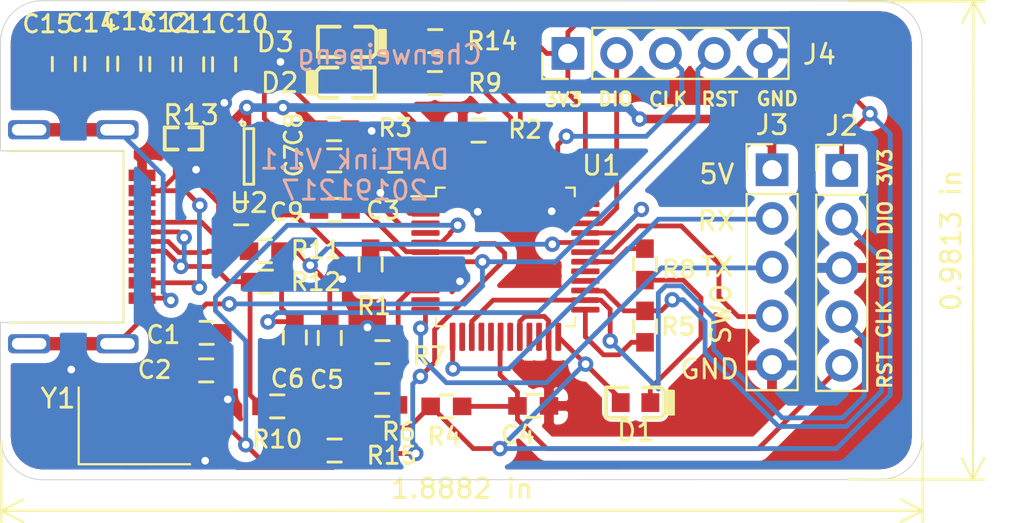
<source format=kicad_pcb>
(kicad_pcb (version 20171130) (host pcbnew "(5.1.4)-1")

  (general
    (thickness 1.6)
    (drawings 31)
    (tracks 405)
    (zones 0)
    (modules 40)
    (nets 51)
  )

  (page A4)
  (layers
    (0 F.Cu signal)
    (31 B.Cu signal)
    (32 B.Adhes user)
    (33 F.Adhes user)
    (34 B.Paste user)
    (35 F.Paste user)
    (36 B.SilkS user)
    (37 F.SilkS user)
    (38 B.Mask user)
    (39 F.Mask user)
    (40 Dwgs.User user)
    (41 Cmts.User user)
    (42 Eco1.User user)
    (43 Eco2.User user)
    (44 Edge.Cuts user)
    (45 Margin user)
    (46 B.CrtYd user)
    (47 F.CrtYd user)
    (48 B.Fab user)
    (49 F.Fab user)
  )

  (setup
    (last_trace_width 0.25)
    (trace_clearance 0.2)
    (zone_clearance 0.508)
    (zone_45_only no)
    (trace_min 0.2)
    (via_size 0.8)
    (via_drill 0.4)
    (via_min_size 0.4)
    (via_min_drill 0.3)
    (uvia_size 0.3)
    (uvia_drill 0.1)
    (uvias_allowed no)
    (uvia_min_size 0.2)
    (uvia_min_drill 0.1)
    (edge_width 0.05)
    (segment_width 0.2)
    (pcb_text_width 0.3)
    (pcb_text_size 1.5 1.5)
    (mod_edge_width 0.12)
    (mod_text_size 1 1)
    (mod_text_width 0.15)
    (pad_size 1.524 1.524)
    (pad_drill 0.762)
    (pad_to_mask_clearance 0.051)
    (solder_mask_min_width 0.25)
    (aux_axis_origin 0 0)
    (visible_elements 7FFDFF3F)
    (pcbplotparams
      (layerselection 0x010fc_ffffffff)
      (usegerberextensions false)
      (usegerberattributes false)
      (usegerberadvancedattributes false)
      (creategerberjobfile false)
      (excludeedgelayer true)
      (linewidth 0.100000)
      (plotframeref false)
      (viasonmask false)
      (mode 1)
      (useauxorigin false)
      (hpglpennumber 1)
      (hpglpenspeed 20)
      (hpglpendiameter 15.000000)
      (psnegative false)
      (psa4output false)
      (plotreference true)
      (plotvalue true)
      (plotinvisibletext false)
      (padsonsilk false)
      (subtractmaskfromsilk false)
      (outputformat 1)
      (mirror false)
      (drillshape 0)
      (scaleselection 1)
      (outputdirectory "output/"))
  )

  (net 0 "")
  (net 1 /IF_NRESET)
  (net 2 GND)
  (net 3 "Net-(C2-Pad1)")
  (net 4 "Net-(C3-Pad1)")
  (net 5 /TGT_NRESET)
  (net 6 /TGT_USB_D-)
  (net 7 /TGT_USB_D+)
  (net 8 +5V)
  (net 9 +3V3)
  (net 10 "Net-(D1-PadK)")
  (net 11 "Net-(D2-PadA)")
  (net 12 "Net-(J1-PadA6)")
  (net 13 VBUS)
  (net 14 "Net-(J1-PadA5)")
  (net 15 "Net-(J1-PadB5)")
  (net 16 "Net-(J1-PadS1)")
  (net 17 "Net-(J1-PadA7)")
  (net 18 /TGT_SWDIO)
  (net 19 /TGT_SWCLK)
  (net 20 /TGT_RX)
  (net 21 /TGT_TX)
  (net 22 /TGT_SWO)
  (net 23 /IF_SWCLK)
  (net 24 /IF_SWDIO)
  (net 25 "Net-(R2-Pad2)")
  (net 26 "Net-(R3-Pad2)")
  (net 27 "Net-(R5-Pad2)")
  (net 28 "Net-(R6-Pad2)")
  (net 29 /LED_PWR_RED)
  (net 30 /LED_DAP_BLUE)
  (net 31 "Net-(U1-Pad3)")
  (net 32 "Net-(U1-Pad4)")
  (net 33 "Net-(U1-Pad11)")
  (net 34 "Net-(U1-Pad14)")
  (net 35 "Net-(U1-Pad16)")
  (net 36 "Net-(U1-Pad17)")
  (net 37 "Net-(U1-Pad19)")
  (net 38 "Net-(U1-Pad21)")
  (net 39 "Net-(U1-Pad22)")
  (net 40 "Net-(U1-Pad28)")
  (net 41 "Net-(U1-Pad29)")
  (net 42 "Net-(U1-Pad38)")
  (net 43 "Net-(U1-Pad39)")
  (net 44 "Net-(U1-Pad40)")
  (net 45 "Net-(U1-Pad43)")
  (net 46 "Net-(U1-Pad45)")
  (net 47 "Net-(U1-Pad46)")
  (net 48 "Net-(D3-PadK)")
  (net 49 /LED_COM_GRN)
  (net 50 "Net-(U2-Pad4)")

  (net_class Default 这是默认网络类。
    (clearance 0.2)
    (trace_width 0.25)
    (via_dia 0.8)
    (via_drill 0.4)
    (uvia_dia 0.3)
    (uvia_drill 0.1)
    (add_net +3V3)
    (add_net /IF_NRESET)
    (add_net /IF_SWCLK)
    (add_net /IF_SWDIO)
    (add_net /LED_COM_GRN)
    (add_net /LED_DAP_BLUE)
    (add_net /LED_PWR_RED)
    (add_net /TGT_NRESET)
    (add_net /TGT_RX)
    (add_net /TGT_SWCLK)
    (add_net /TGT_SWDIO)
    (add_net /TGT_SWO)
    (add_net /TGT_TX)
    (add_net /TGT_USB_D+)
    (add_net /TGT_USB_D-)
    (add_net GND)
    (add_net "Net-(C2-Pad1)")
    (add_net "Net-(C3-Pad1)")
    (add_net "Net-(D1-PadK)")
    (add_net "Net-(D2-PadA)")
    (add_net "Net-(D3-PadK)")
    (add_net "Net-(J1-PadA5)")
    (add_net "Net-(J1-PadA6)")
    (add_net "Net-(J1-PadA7)")
    (add_net "Net-(J1-PadB5)")
    (add_net "Net-(R2-Pad2)")
    (add_net "Net-(R3-Pad2)")
    (add_net "Net-(R5-Pad2)")
    (add_net "Net-(R6-Pad2)")
    (add_net "Net-(U1-Pad11)")
    (add_net "Net-(U1-Pad14)")
    (add_net "Net-(U1-Pad16)")
    (add_net "Net-(U1-Pad17)")
    (add_net "Net-(U1-Pad19)")
    (add_net "Net-(U1-Pad21)")
    (add_net "Net-(U1-Pad22)")
    (add_net "Net-(U1-Pad28)")
    (add_net "Net-(U1-Pad29)")
    (add_net "Net-(U1-Pad3)")
    (add_net "Net-(U1-Pad38)")
    (add_net "Net-(U1-Pad39)")
    (add_net "Net-(U1-Pad4)")
    (add_net "Net-(U1-Pad40)")
    (add_net "Net-(U1-Pad43)")
    (add_net "Net-(U1-Pad45)")
    (add_net "Net-(U1-Pad46)")
    (add_net "Net-(U2-Pad4)")
    (add_net VBUS)
  )

  (net_class GND ""
    (clearance 0.2)
    (trace_width 0.7)
    (via_dia 0.8)
    (via_drill 0.4)
    (uvia_dia 0.3)
    (uvia_drill 0.1)
    (add_net "Net-(J1-PadS1)")
  )

  (net_class Power ""
    (clearance 0.2)
    (trace_width 0.45)
    (via_dia 0.8)
    (via_drill 0.4)
    (uvia_dia 0.3)
    (uvia_drill 0.1)
    (add_net +5V)
  )

  (module matrix_control_main:0603_C (layer F.Cu) (tedit 5DAEB8FF) (tstamp 5DDFF22B)
    (at 86.73084 119.35714)
    (descr "Capacitor SMD 0603, reflow soldering, AVX (see smccp.pdf)")
    (tags "capacitor 0603")
    (path /5DDEB8C0)
    (attr smd)
    (fp_text reference C1 (at -2.25552 0.10414 180) (layer F.SilkS)
      (effects (font (size 0.9 0.9) (thickness 0.15)))
    )
    (fp_text value 100nF (at 0 1.9) (layer F.Fab) hide
      (effects (font (size 1 1) (thickness 0.15)))
    )
    (fp_line (start -1.5 -0.75) (end 1.5 -0.75) (layer F.CrtYd) (width 0.05))
    (fp_line (start -1.5 0.75) (end 1.5 0.75) (layer F.CrtYd) (width 0.05))
    (fp_line (start -1.5 -0.75) (end -1.5 0.75) (layer F.CrtYd) (width 0.05))
    (fp_line (start 1.5 -0.75) (end 1.5 0.75) (layer F.CrtYd) (width 0.05))
    (fp_line (start -0.35 -0.6) (end 0.35 -0.6) (layer F.SilkS) (width 0.15))
    (fp_line (start 0.35 0.6) (end -0.35 0.6) (layer F.SilkS) (width 0.15))
    (pad 1 smd rect (at -0.82 0) (size 0.965 0.92) (layers F.Cu F.Paste F.Mask)
      (net 1 /IF_NRESET))
    (pad 2 smd rect (at 0.82 0) (size 0.965 0.92) (layers F.Cu F.Paste F.Mask)
      (net 2 GND))
    (model ${KISYS3DMOD}/Capacitor_SMD.3dshapes/C_0603_1608Metric.wrl
      (at (xyz 0 0 0))
      (scale (xyz 1 1 1))
      (rotate (xyz 0 0 0))
    )
  )

  (module matrix_control_main:0603_C (layer F.Cu) (tedit 5DAEB8FF) (tstamp 5DDFF237)
    (at 86.70502 121.31548)
    (descr "Capacitor SMD 0603, reflow soldering, AVX (see smccp.pdf)")
    (tags "capacitor 0603")
    (path /5DDEBFDC)
    (attr smd)
    (fp_text reference C2 (at -2.68478 -0.03302 180) (layer F.SilkS)
      (effects (font (size 0.9 0.9) (thickness 0.15)))
    )
    (fp_text value 22pF (at 0 1.9) (layer F.Fab) hide
      (effects (font (size 1 1) (thickness 0.15)))
    )
    (fp_line (start -1.5 -0.75) (end 1.5 -0.75) (layer F.CrtYd) (width 0.05))
    (fp_line (start -1.5 0.75) (end 1.5 0.75) (layer F.CrtYd) (width 0.05))
    (fp_line (start -1.5 -0.75) (end -1.5 0.75) (layer F.CrtYd) (width 0.05))
    (fp_line (start 1.5 -0.75) (end 1.5 0.75) (layer F.CrtYd) (width 0.05))
    (fp_line (start -0.35 -0.6) (end 0.35 -0.6) (layer F.SilkS) (width 0.15))
    (fp_line (start 0.35 0.6) (end -0.35 0.6) (layer F.SilkS) (width 0.15))
    (pad 1 smd rect (at -0.82 0) (size 0.965 0.92) (layers F.Cu F.Paste F.Mask)
      (net 3 "Net-(C2-Pad1)"))
    (pad 2 smd rect (at 0.82 0) (size 0.965 0.92) (layers F.Cu F.Paste F.Mask)
      (net 2 GND))
    (model ${KISYS3DMOD}/Capacitor_SMD.3dshapes/C_0603_1608Metric.wrl
      (at (xyz 0 0 0))
      (scale (xyz 1 1 1))
      (rotate (xyz 0 0 0))
    )
  )

  (module matrix_control_main:0603_C (layer F.Cu) (tedit 5DAEB8FF) (tstamp 5DDFF243)
    (at 93.40384 112.95634 180)
    (descr "Capacitor SMD 0603, reflow soldering, AVX (see smccp.pdf)")
    (tags "capacitor 0603")
    (path /5DDEC93A)
    (attr smd)
    (fp_text reference C3 (at -2.5091 -0.02032 180) (layer F.SilkS)
      (effects (font (size 0.9 0.9) (thickness 0.15)))
    )
    (fp_text value 22pF (at 0 1.9) (layer F.Fab) hide
      (effects (font (size 1 1) (thickness 0.15)))
    )
    (fp_line (start 0.35 0.6) (end -0.35 0.6) (layer F.SilkS) (width 0.15))
    (fp_line (start -0.35 -0.6) (end 0.35 -0.6) (layer F.SilkS) (width 0.15))
    (fp_line (start 1.5 -0.75) (end 1.5 0.75) (layer F.CrtYd) (width 0.05))
    (fp_line (start -1.5 -0.75) (end -1.5 0.75) (layer F.CrtYd) (width 0.05))
    (fp_line (start -1.5 0.75) (end 1.5 0.75) (layer F.CrtYd) (width 0.05))
    (fp_line (start -1.5 -0.75) (end 1.5 -0.75) (layer F.CrtYd) (width 0.05))
    (pad 2 smd rect (at 0.82 0 180) (size 0.965 0.92) (layers F.Cu F.Paste F.Mask)
      (net 2 GND))
    (pad 1 smd rect (at -0.82 0 180) (size 0.965 0.92) (layers F.Cu F.Paste F.Mask)
      (net 4 "Net-(C3-Pad1)"))
    (model ${KISYS3DMOD}/Capacitor_SMD.3dshapes/C_0603_1608Metric.wrl
      (at (xyz 0 0 0))
      (scale (xyz 1 1 1))
      (rotate (xyz 0 0 0))
    )
  )

  (module matrix_control_main:0603_C (layer F.Cu) (tedit 5DAEB8FF) (tstamp 5DDFF24F)
    (at 103.7336 123.16714)
    (descr "Capacitor SMD 0603, reflow soldering, AVX (see smccp.pdf)")
    (tags "capacitor 0603")
    (path /5DDECFE8)
    (attr smd)
    (fp_text reference C4 (at -0.80264 1.51384) (layer F.SilkS)
      (effects (font (size 0.9 0.9) (thickness 0.15)))
    )
    (fp_text value 100nF (at 0 1.9) (layer F.Fab) hide
      (effects (font (size 1 1) (thickness 0.15)))
    )
    (fp_line (start -1.5 -0.75) (end 1.5 -0.75) (layer F.CrtYd) (width 0.05))
    (fp_line (start -1.5 0.75) (end 1.5 0.75) (layer F.CrtYd) (width 0.05))
    (fp_line (start -1.5 -0.75) (end -1.5 0.75) (layer F.CrtYd) (width 0.05))
    (fp_line (start 1.5 -0.75) (end 1.5 0.75) (layer F.CrtYd) (width 0.05))
    (fp_line (start -0.35 -0.6) (end 0.35 -0.6) (layer F.SilkS) (width 0.15))
    (fp_line (start 0.35 0.6) (end -0.35 0.6) (layer F.SilkS) (width 0.15))
    (pad 1 smd rect (at -0.82 0) (size 0.965 0.92) (layers F.Cu F.Paste F.Mask)
      (net 5 /TGT_NRESET))
    (pad 2 smd rect (at 0.82 0) (size 0.965 0.92) (layers F.Cu F.Paste F.Mask)
      (net 2 GND))
    (model ${KISYS3DMOD}/Capacitor_SMD.3dshapes/C_0603_1608Metric.wrl
      (at (xyz 0 0 0))
      (scale (xyz 1 1 1))
      (rotate (xyz 0 0 0))
    )
  )

  (module matrix_control_main:0603_C (layer F.Cu) (tedit 5DAEB8FF) (tstamp 5DDFF25B)
    (at 93.1418 119.62638 270)
    (descr "Capacitor SMD 0603, reflow soldering, AVX (see smccp.pdf)")
    (tags "capacitor 0603")
    (path /5DE814C7)
    (attr smd)
    (fp_text reference C5 (at 2.1717 0.14732) (layer F.SilkS)
      (effects (font (size 0.9 0.9) (thickness 0.15)))
    )
    (fp_text value 18pF (at 0 1.9 90) (layer F.Fab) hide
      (effects (font (size 1 1) (thickness 0.15)))
    )
    (fp_line (start -1.5 -0.75) (end 1.5 -0.75) (layer F.CrtYd) (width 0.05))
    (fp_line (start -1.5 0.75) (end 1.5 0.75) (layer F.CrtYd) (width 0.05))
    (fp_line (start -1.5 -0.75) (end -1.5 0.75) (layer F.CrtYd) (width 0.05))
    (fp_line (start 1.5 -0.75) (end 1.5 0.75) (layer F.CrtYd) (width 0.05))
    (fp_line (start -0.35 -0.6) (end 0.35 -0.6) (layer F.SilkS) (width 0.15))
    (fp_line (start 0.35 0.6) (end -0.35 0.6) (layer F.SilkS) (width 0.15))
    (pad 1 smd rect (at -0.82 0 270) (size 0.965 0.92) (layers F.Cu F.Paste F.Mask)
      (net 6 /TGT_USB_D-))
    (pad 2 smd rect (at 0.82 0 270) (size 0.965 0.92) (layers F.Cu F.Paste F.Mask)
      (net 2 GND))
    (model ${KISYS3DMOD}/Capacitor_SMD.3dshapes/C_0603_1608Metric.wrl
      (at (xyz 0 0 0))
      (scale (xyz 1 1 1))
      (rotate (xyz 0 0 0))
    )
  )

  (module matrix_control_main:0603_C (layer F.Cu) (tedit 5DAEB8FF) (tstamp 5DDFF267)
    (at 91.32316 119.5959 270)
    (descr "Capacitor SMD 0603, reflow soldering, AVX (see smccp.pdf)")
    (tags "capacitor 0603")
    (path /5DE81AC8)
    (attr smd)
    (fp_text reference C6 (at 2.14884 0.37846) (layer F.SilkS)
      (effects (font (size 0.9 0.9) (thickness 0.15)))
    )
    (fp_text value 18pF (at 0 1.9 90) (layer F.Fab) hide
      (effects (font (size 1 1) (thickness 0.15)))
    )
    (fp_line (start 0.35 0.6) (end -0.35 0.6) (layer F.SilkS) (width 0.15))
    (fp_line (start -0.35 -0.6) (end 0.35 -0.6) (layer F.SilkS) (width 0.15))
    (fp_line (start 1.5 -0.75) (end 1.5 0.75) (layer F.CrtYd) (width 0.05))
    (fp_line (start -1.5 -0.75) (end -1.5 0.75) (layer F.CrtYd) (width 0.05))
    (fp_line (start -1.5 0.75) (end 1.5 0.75) (layer F.CrtYd) (width 0.05))
    (fp_line (start -1.5 -0.75) (end 1.5 -0.75) (layer F.CrtYd) (width 0.05))
    (pad 2 smd rect (at 0.82 0 270) (size 0.965 0.92) (layers F.Cu F.Paste F.Mask)
      (net 2 GND))
    (pad 1 smd rect (at -0.82 0 270) (size 0.965 0.92) (layers F.Cu F.Paste F.Mask)
      (net 7 /TGT_USB_D+))
    (model ${KISYS3DMOD}/Capacitor_SMD.3dshapes/C_0603_1608Metric.wrl
      (at (xyz 0 0 0))
      (scale (xyz 1 1 1))
      (rotate (xyz 0 0 0))
    )
  )

  (module matrix_control_main:0603_C (layer F.Cu) (tedit 5DAEB8FF) (tstamp 5DDFF273)
    (at 93.38056 110.37316)
    (descr "Capacitor SMD 0603, reflow soldering, AVX (see smccp.pdf)")
    (tags "capacitor 0603")
    (path /5DEDC96D)
    (attr smd)
    (fp_text reference C7 (at -2.11 0 -270) (layer F.SilkS)
      (effects (font (size 0.9 0.9) (thickness 0.15)))
    )
    (fp_text value 100nF (at 0 1.9) (layer F.Fab) hide
      (effects (font (size 1 1) (thickness 0.15)))
    )
    (fp_line (start 0.35 0.6) (end -0.35 0.6) (layer F.SilkS) (width 0.15))
    (fp_line (start -0.35 -0.6) (end 0.35 -0.6) (layer F.SilkS) (width 0.15))
    (fp_line (start 1.5 -0.75) (end 1.5 0.75) (layer F.CrtYd) (width 0.05))
    (fp_line (start -1.5 -0.75) (end -1.5 0.75) (layer F.CrtYd) (width 0.05))
    (fp_line (start -1.5 0.75) (end 1.5 0.75) (layer F.CrtYd) (width 0.05))
    (fp_line (start -1.5 -0.75) (end 1.5 -0.75) (layer F.CrtYd) (width 0.05))
    (pad 2 smd rect (at 0.82 0) (size 0.965 0.92) (layers F.Cu F.Paste F.Mask)
      (net 2 GND))
    (pad 1 smd rect (at -0.82 0) (size 0.965 0.92) (layers F.Cu F.Paste F.Mask)
      (net 8 +5V))
    (model ${KISYS3DMOD}/Capacitor_SMD.3dshapes/C_0603_1608Metric.wrl
      (at (xyz 0 0 0))
      (scale (xyz 1 1 1))
      (rotate (xyz 0 0 0))
    )
  )

  (module matrix_control_main:0603_C (layer F.Cu) (tedit 5DAEB8FF) (tstamp 5DDFF27F)
    (at 93.36278 108.74502)
    (descr "Capacitor SMD 0603, reflow soldering, AVX (see smccp.pdf)")
    (tags "capacitor 0603")
    (path /5DEE38E0)
    (attr smd)
    (fp_text reference C8 (at -2.11 0 -270) (layer F.SilkS)
      (effects (font (size 0.9 0.9) (thickness 0.15)))
    )
    (fp_text value 10uF (at 0 1.9) (layer F.Fab) hide
      (effects (font (size 1 1) (thickness 0.15)))
    )
    (fp_line (start -1.5 -0.75) (end 1.5 -0.75) (layer F.CrtYd) (width 0.05))
    (fp_line (start -1.5 0.75) (end 1.5 0.75) (layer F.CrtYd) (width 0.05))
    (fp_line (start -1.5 -0.75) (end -1.5 0.75) (layer F.CrtYd) (width 0.05))
    (fp_line (start 1.5 -0.75) (end 1.5 0.75) (layer F.CrtYd) (width 0.05))
    (fp_line (start -0.35 -0.6) (end 0.35 -0.6) (layer F.SilkS) (width 0.15))
    (fp_line (start 0.35 0.6) (end -0.35 0.6) (layer F.SilkS) (width 0.15))
    (pad 1 smd rect (at -0.82 0) (size 0.965 0.92) (layers F.Cu F.Paste F.Mask)
      (net 8 +5V))
    (pad 2 smd rect (at 0.82 0) (size 0.965 0.92) (layers F.Cu F.Paste F.Mask)
      (net 2 GND))
    (model ${KISYS3DMOD}/Capacitor_SMD.3dshapes/C_0603_1608Metric.wrl
      (at (xyz 0 0 0))
      (scale (xyz 1 1 1))
      (rotate (xyz 0 0 0))
    )
  )

  (module matrix_control_main:0603_C (layer F.Cu) (tedit 5DAEB8FF) (tstamp 5DDFF28B)
    (at 88.52916 113.12906 180)
    (descr "Capacitor SMD 0603, reflow soldering, AVX (see smccp.pdf)")
    (tags "capacitor 0603")
    (path /5DEEB2BE)
    (attr smd)
    (fp_text reference C9 (at -2.36982 0.0635 180) (layer F.SilkS)
      (effects (font (size 0.9 0.9) (thickness 0.15)))
    )
    (fp_text value 100nF (at 0 1.9) (layer F.Fab) hide
      (effects (font (size 1 1) (thickness 0.15)))
    )
    (fp_line (start 0.35 0.6) (end -0.35 0.6) (layer F.SilkS) (width 0.15))
    (fp_line (start -0.35 -0.6) (end 0.35 -0.6) (layer F.SilkS) (width 0.15))
    (fp_line (start 1.5 -0.75) (end 1.5 0.75) (layer F.CrtYd) (width 0.05))
    (fp_line (start -1.5 -0.75) (end -1.5 0.75) (layer F.CrtYd) (width 0.05))
    (fp_line (start -1.5 0.75) (end 1.5 0.75) (layer F.CrtYd) (width 0.05))
    (fp_line (start -1.5 -0.75) (end 1.5 -0.75) (layer F.CrtYd) (width 0.05))
    (pad 2 smd rect (at 0.82 0 180) (size 0.965 0.92) (layers F.Cu F.Paste F.Mask)
      (net 2 GND))
    (pad 1 smd rect (at -0.82 0 180) (size 0.965 0.92) (layers F.Cu F.Paste F.Mask)
      (net 9 +3V3))
    (model ${KISYS3DMOD}/Capacitor_SMD.3dshapes/C_0603_1608Metric.wrl
      (at (xyz 0 0 0))
      (scale (xyz 1 1 1))
      (rotate (xyz 0 0 0))
    )
  )

  (module matrix_control_main:0603_C (layer F.Cu) (tedit 5DAEB8FF) (tstamp 5DDFF297)
    (at 87.64016 105.36428 270)
    (descr "Capacitor SMD 0603, reflow soldering, AVX (see smccp.pdf)")
    (tags "capacitor 0603")
    (path /5DEEDFE9)
    (attr smd)
    (fp_text reference C10 (at -2.11582 -0.99822) (layer F.SilkS)
      (effects (font (size 0.9 0.9) (thickness 0.15)))
    )
    (fp_text value 100nF (at 0 1.9 90) (layer F.Fab) hide
      (effects (font (size 1 1) (thickness 0.15)))
    )
    (fp_line (start -1.5 -0.75) (end 1.5 -0.75) (layer F.CrtYd) (width 0.05))
    (fp_line (start -1.5 0.75) (end 1.5 0.75) (layer F.CrtYd) (width 0.05))
    (fp_line (start -1.5 -0.75) (end -1.5 0.75) (layer F.CrtYd) (width 0.05))
    (fp_line (start 1.5 -0.75) (end 1.5 0.75) (layer F.CrtYd) (width 0.05))
    (fp_line (start -0.35 -0.6) (end 0.35 -0.6) (layer F.SilkS) (width 0.15))
    (fp_line (start 0.35 0.6) (end -0.35 0.6) (layer F.SilkS) (width 0.15))
    (pad 1 smd rect (at -0.82 0 270) (size 0.965 0.92) (layers F.Cu F.Paste F.Mask)
      (net 9 +3V3))
    (pad 2 smd rect (at 0.82 0 270) (size 0.965 0.92) (layers F.Cu F.Paste F.Mask)
      (net 2 GND))
    (model ${KISYS3DMOD}/Capacitor_SMD.3dshapes/C_0603_1608Metric.wrl
      (at (xyz 0 0 0))
      (scale (xyz 1 1 1))
      (rotate (xyz 0 0 0))
    )
  )

  (module matrix_control_main:0603_C (layer F.Cu) (tedit 5DAEB8FF) (tstamp 5DDFF2A3)
    (at 85.97646 105.36682 270)
    (descr "Capacitor SMD 0603, reflow soldering, AVX (see smccp.pdf)")
    (tags "capacitor 0603")
    (path /5DEF0EBD)
    (attr smd)
    (fp_text reference C11 (at -2.11 0) (layer F.SilkS)
      (effects (font (size 0.9 0.9) (thickness 0.15)))
    )
    (fp_text value 10uF (at 0 1.9 90) (layer F.Fab) hide
      (effects (font (size 1 1) (thickness 0.15)))
    )
    (fp_line (start 0.35 0.6) (end -0.35 0.6) (layer F.SilkS) (width 0.15))
    (fp_line (start -0.35 -0.6) (end 0.35 -0.6) (layer F.SilkS) (width 0.15))
    (fp_line (start 1.5 -0.75) (end 1.5 0.75) (layer F.CrtYd) (width 0.05))
    (fp_line (start -1.5 -0.75) (end -1.5 0.75) (layer F.CrtYd) (width 0.05))
    (fp_line (start -1.5 0.75) (end 1.5 0.75) (layer F.CrtYd) (width 0.05))
    (fp_line (start -1.5 -0.75) (end 1.5 -0.75) (layer F.CrtYd) (width 0.05))
    (pad 2 smd rect (at 0.82 0 270) (size 0.965 0.92) (layers F.Cu F.Paste F.Mask)
      (net 2 GND))
    (pad 1 smd rect (at -0.82 0 270) (size 0.965 0.92) (layers F.Cu F.Paste F.Mask)
      (net 9 +3V3))
    (model ${KISYS3DMOD}/Capacitor_SMD.3dshapes/C_0603_1608Metric.wrl
      (at (xyz 0 0 0))
      (scale (xyz 1 1 1))
      (rotate (xyz 0 0 0))
    )
  )

  (module matrix_control_main:0603_C (layer F.Cu) (tedit 5DAEB8FF) (tstamp 5DDFF2AF)
    (at 84.37118 105.3592 270)
    (descr "Capacitor SMD 0603, reflow soldering, AVX (see smccp.pdf)")
    (tags "capacitor 0603")
    (path /5DF00215)
    (attr smd)
    (fp_text reference C12 (at -2.1463 -0.19558) (layer F.SilkS)
      (effects (font (size 0.9 0.9) (thickness 0.15)))
    )
    (fp_text value 100nF (at 0 1.9 90) (layer F.Fab) hide
      (effects (font (size 1 1) (thickness 0.15)))
    )
    (fp_line (start -1.5 -0.75) (end 1.5 -0.75) (layer F.CrtYd) (width 0.05))
    (fp_line (start -1.5 0.75) (end 1.5 0.75) (layer F.CrtYd) (width 0.05))
    (fp_line (start -1.5 -0.75) (end -1.5 0.75) (layer F.CrtYd) (width 0.05))
    (fp_line (start 1.5 -0.75) (end 1.5 0.75) (layer F.CrtYd) (width 0.05))
    (fp_line (start -0.35 -0.6) (end 0.35 -0.6) (layer F.SilkS) (width 0.15))
    (fp_line (start 0.35 0.6) (end -0.35 0.6) (layer F.SilkS) (width 0.15))
    (pad 1 smd rect (at -0.82 0 270) (size 0.965 0.92) (layers F.Cu F.Paste F.Mask)
      (net 9 +3V3))
    (pad 2 smd rect (at 0.82 0 270) (size 0.965 0.92) (layers F.Cu F.Paste F.Mask)
      (net 2 GND))
    (model ${KISYS3DMOD}/Capacitor_SMD.3dshapes/C_0603_1608Metric.wrl
      (at (xyz 0 0 0))
      (scale (xyz 1 1 1))
      (rotate (xyz 0 0 0))
    )
  )

  (module matrix_control_main:0603_C (layer F.Cu) (tedit 5DAEB8FF) (tstamp 5DDFF2BB)
    (at 82.7024 105.3338 270)
    (descr "Capacitor SMD 0603, reflow soldering, AVX (see smccp.pdf)")
    (tags "capacitor 0603")
    (path /5DF02AF4)
    (attr smd)
    (fp_text reference C13 (at -2.21488 0.0127) (layer F.SilkS)
      (effects (font (size 0.9 0.9) (thickness 0.15)))
    )
    (fp_text value 100nF (at 0 1.9 90) (layer F.Fab) hide
      (effects (font (size 1 1) (thickness 0.15)))
    )
    (fp_line (start 0.35 0.6) (end -0.35 0.6) (layer F.SilkS) (width 0.15))
    (fp_line (start -0.35 -0.6) (end 0.35 -0.6) (layer F.SilkS) (width 0.15))
    (fp_line (start 1.5 -0.75) (end 1.5 0.75) (layer F.CrtYd) (width 0.05))
    (fp_line (start -1.5 -0.75) (end -1.5 0.75) (layer F.CrtYd) (width 0.05))
    (fp_line (start -1.5 0.75) (end 1.5 0.75) (layer F.CrtYd) (width 0.05))
    (fp_line (start -1.5 -0.75) (end 1.5 -0.75) (layer F.CrtYd) (width 0.05))
    (pad 2 smd rect (at 0.82 0 270) (size 0.965 0.92) (layers F.Cu F.Paste F.Mask)
      (net 2 GND))
    (pad 1 smd rect (at -0.82 0 270) (size 0.965 0.92) (layers F.Cu F.Paste F.Mask)
      (net 9 +3V3))
    (model ${KISYS3DMOD}/Capacitor_SMD.3dshapes/C_0603_1608Metric.wrl
      (at (xyz 0 0 0))
      (scale (xyz 1 1 1))
      (rotate (xyz 0 0 0))
    )
  )

  (module matrix_control_main:0603_C (layer F.Cu) (tedit 5DAEB8FF) (tstamp 5DDFF2C7)
    (at 80.98282 105.34608 270)
    (descr "Capacitor SMD 0603, reflow soldering, AVX (see smccp.pdf)")
    (tags "capacitor 0603")
    (path /5DF05412)
    (attr smd)
    (fp_text reference C14 (at -2.12048 0.27432) (layer F.SilkS)
      (effects (font (size 0.9 0.9) (thickness 0.15)))
    )
    (fp_text value 100nF (at 0 1.9 90) (layer F.Fab) hide
      (effects (font (size 1 1) (thickness 0.15)))
    )
    (fp_line (start -1.5 -0.75) (end 1.5 -0.75) (layer F.CrtYd) (width 0.05))
    (fp_line (start -1.5 0.75) (end 1.5 0.75) (layer F.CrtYd) (width 0.05))
    (fp_line (start -1.5 -0.75) (end -1.5 0.75) (layer F.CrtYd) (width 0.05))
    (fp_line (start 1.5 -0.75) (end 1.5 0.75) (layer F.CrtYd) (width 0.05))
    (fp_line (start -0.35 -0.6) (end 0.35 -0.6) (layer F.SilkS) (width 0.15))
    (fp_line (start 0.35 0.6) (end -0.35 0.6) (layer F.SilkS) (width 0.15))
    (pad 1 smd rect (at -0.82 0 270) (size 0.965 0.92) (layers F.Cu F.Paste F.Mask)
      (net 9 +3V3))
    (pad 2 smd rect (at 0.82 0 270) (size 0.965 0.92) (layers F.Cu F.Paste F.Mask)
      (net 2 GND))
    (model ${KISYS3DMOD}/Capacitor_SMD.3dshapes/C_0603_1608Metric.wrl
      (at (xyz 0 0 0))
      (scale (xyz 1 1 1))
      (rotate (xyz 0 0 0))
    )
  )

  (module matrix_control_main:0603_C (layer F.Cu) (tedit 5DAEB8FF) (tstamp 5DDFF2D3)
    (at 79.29626 105.34904 270)
    (descr "Capacitor SMD 0603, reflow soldering, AVX (see smccp.pdf)")
    (tags "capacitor 0603")
    (path /5DF07EF5)
    (attr smd)
    (fp_text reference C15 (at -2.0828 0.8509) (layer F.SilkS)
      (effects (font (size 0.9 0.9) (thickness 0.15)))
    )
    (fp_text value 100nF (at 0 1.9 90) (layer F.Fab) hide
      (effects (font (size 1 1) (thickness 0.15)))
    )
    (fp_line (start 0.35 0.6) (end -0.35 0.6) (layer F.SilkS) (width 0.15))
    (fp_line (start -0.35 -0.6) (end 0.35 -0.6) (layer F.SilkS) (width 0.15))
    (fp_line (start 1.5 -0.75) (end 1.5 0.75) (layer F.CrtYd) (width 0.05))
    (fp_line (start -1.5 -0.75) (end -1.5 0.75) (layer F.CrtYd) (width 0.05))
    (fp_line (start -1.5 0.75) (end 1.5 0.75) (layer F.CrtYd) (width 0.05))
    (fp_line (start -1.5 -0.75) (end 1.5 -0.75) (layer F.CrtYd) (width 0.05))
    (pad 2 smd rect (at 0.82 0 270) (size 0.965 0.92) (layers F.Cu F.Paste F.Mask)
      (net 2 GND))
    (pad 1 smd rect (at -0.82 0 270) (size 0.965 0.92) (layers F.Cu F.Paste F.Mask)
      (net 9 +3V3))
    (model ${KISYS3DMOD}/Capacitor_SMD.3dshapes/C_0603_1608Metric.wrl
      (at (xyz 0 0 0))
      (scale (xyz 1 1 1))
      (rotate (xyz 0 0 0))
    )
  )

  (module lc_lib:0603_LED_S1 (layer F.Cu) (tedit 58AA841A) (tstamp 5DDFF2F0)
    (at 109.05998 122.99442 180)
    (path /5DE2071F)
    (fp_text reference D1 (at -0.0127 -1.50368) (layer F.SilkS)
      (effects (font (size 1 1) (thickness 0.15)))
    )
    (fp_text value 0603_红灯 (at 0.946438 3.388724) (layer F.Fab)
      (effects (font (size 1 1) (thickness 0.15)))
    )
    (fp_line (start -2.25 0.84) (end -2.25 -0.967) (layer F.CrtYd) (width 0.05))
    (fp_line (start 2.85 0.84) (end -2.25 0.84) (layer F.CrtYd) (width 0.05))
    (fp_line (start 2.85 -0.967) (end 2.85 0.84) (layer F.CrtYd) (width 0.05))
    (fp_line (start -2.25 -0.967) (end 2.85 -0.967) (layer F.CrtYd) (width 0.05))
    (fp_poly (pts (xy -1.975 0.6) (xy -1.675 0.6) (xy -1.675 -0.6) (xy -1.975 -0.6)) (layer F.SilkS) (width 0.15))
    (fp_line (start 0.4 0.79) (end 1.535 0.79) (layer F.SilkS) (width 0.2))
    (fp_line (start -1.3 0.79) (end -0.4 0.79) (layer F.SilkS) (width 0.2))
    (fp_line (start 0.4 -0.79) (end 1.535 -0.79) (layer F.SilkS) (width 0.2))
    (fp_line (start -1.5 0.597) (end -1.5 -0.597) (layer F.SilkS) (width 0.2))
    (fp_line (start 1.535 0.79) (end 1.535 -0.79) (layer F.SilkS) (width 0.2))
    (fp_line (start -1.3 -0.79) (end -0.4 -0.79) (layer F.SilkS) (width 0.2))
    (fp_line (start -1.5 -0.597) (end -1.3 -0.79) (layer F.SilkS) (width 0.2))
    (fp_line (start -1.5 0.597) (end -1.3 0.79) (layer F.SilkS) (width 0.2))
    (fp_line (start -2.2 0.5) (end -2.2 -0.5) (layer F.Fab) (width 0.2032))
    (fp_line (start 2.3 0.5) (end 2.3 -0.5) (layer F.Fab) (width 0.2032))
    (fp_line (start 1.8 0) (end 2.8 0) (layer F.Fab) (width 0.2032))
    (fp_line (start -0.195 -0.617) (end 0.105 -0.917) (layer F.Fab) (width 0.1))
    (fp_line (start 0.005 -0.517) (end 0.305 -0.817) (layer F.Fab) (width 0.1))
    (fp_line (start -0.4 0) (end 0.4 0) (layer F.Fab) (width 0.1))
    (fp_line (start -0.2 0.4) (end -0.2 -0.4) (layer F.Fab) (width 0.1))
    (fp_line (start -0.2 0) (end 0.2 0.4) (layer F.Fab) (width 0.1))
    (fp_line (start -0.2 0) (end 0.2 -0.4) (layer F.Fab) (width 0.1))
    (fp_line (start 0.2 0.4) (end 0.2 -0.4) (layer F.Fab) (width 0.1))
    (pad K smd rect (at -0.77 0) (size 0.93 0.98) (layers F.Cu F.Paste F.Mask)
      (net 10 "Net-(D1-PadK)"))
    (pad A smd rect (at 0.77 0) (size 0.93 0.98) (layers F.Cu F.Paste F.Mask)
      (net 9 +3V3))
    (model ${KISYS3DMOD}/LEDs.3dshapes/LED_0603.wrl
      (at (xyz 0 0 0))
      (scale (xyz 1 1 1))
      (rotate (xyz 0 0 0))
    )
  )

  (module lc_lib:0603_LED_S1 (layer F.Cu) (tedit 58AA841A) (tstamp 5DDFF30D)
    (at 93.9466 106.3244)
    (path /5DE2225C)
    (fp_text reference D2 (at -3.4163 0) (layer F.SilkS)
      (effects (font (size 1 1) (thickness 0.15)))
    )
    (fp_text value 0603_蓝灯 (at 0.946438 3.388724) (layer F.Fab)
      (effects (font (size 1 1) (thickness 0.15)))
    )
    (fp_line (start 0.2 0.4) (end 0.2 -0.4) (layer F.Fab) (width 0.1))
    (fp_line (start -0.2 0) (end 0.2 -0.4) (layer F.Fab) (width 0.1))
    (fp_line (start -0.2 0) (end 0.2 0.4) (layer F.Fab) (width 0.1))
    (fp_line (start -0.2 0.4) (end -0.2 -0.4) (layer F.Fab) (width 0.1))
    (fp_line (start -0.4 0) (end 0.4 0) (layer F.Fab) (width 0.1))
    (fp_line (start 0.005 -0.517) (end 0.305 -0.817) (layer F.Fab) (width 0.1))
    (fp_line (start -0.195 -0.617) (end 0.105 -0.917) (layer F.Fab) (width 0.1))
    (fp_line (start 1.8 0) (end 2.8 0) (layer F.Fab) (width 0.2032))
    (fp_line (start 2.3 0.5) (end 2.3 -0.5) (layer F.Fab) (width 0.2032))
    (fp_line (start -2.2 0.5) (end -2.2 -0.5) (layer F.Fab) (width 0.2032))
    (fp_line (start -1.5 0.597) (end -1.3 0.79) (layer F.SilkS) (width 0.2))
    (fp_line (start -1.5 -0.597) (end -1.3 -0.79) (layer F.SilkS) (width 0.2))
    (fp_line (start -1.3 -0.79) (end -0.4 -0.79) (layer F.SilkS) (width 0.2))
    (fp_line (start 1.535 0.79) (end 1.535 -0.79) (layer F.SilkS) (width 0.2))
    (fp_line (start -1.5 0.597) (end -1.5 -0.597) (layer F.SilkS) (width 0.2))
    (fp_line (start 0.4 -0.79) (end 1.535 -0.79) (layer F.SilkS) (width 0.2))
    (fp_line (start -1.3 0.79) (end -0.4 0.79) (layer F.SilkS) (width 0.2))
    (fp_line (start 0.4 0.79) (end 1.535 0.79) (layer F.SilkS) (width 0.2))
    (fp_poly (pts (xy -1.975 0.6) (xy -1.675 0.6) (xy -1.675 -0.6) (xy -1.975 -0.6)) (layer F.SilkS) (width 0.15))
    (fp_line (start -2.25 -0.967) (end 2.85 -0.967) (layer F.CrtYd) (width 0.05))
    (fp_line (start 2.85 -0.967) (end 2.85 0.84) (layer F.CrtYd) (width 0.05))
    (fp_line (start 2.85 0.84) (end -2.25 0.84) (layer F.CrtYd) (width 0.05))
    (fp_line (start -2.25 0.84) (end -2.25 -0.967) (layer F.CrtYd) (width 0.05))
    (pad A smd rect (at 0.77 0 180) (size 0.93 0.98) (layers F.Cu F.Paste F.Mask)
      (net 11 "Net-(D2-PadA)"))
    (pad K smd rect (at -0.77 0 180) (size 0.93 0.98) (layers F.Cu F.Paste F.Mask)
      (net 2 GND))
    (model ${KISYS3DMOD}/LEDs.3dshapes/LED_0603.wrl
      (at (xyz 0 0 0))
      (scale (xyz 1 1 1))
      (rotate (xyz 0 0 0))
    )
  )

  (module matrix_control_main:USB-Type-C (layer F.Cu) (tedit 5DD38B89) (tstamp 5DDFF326)
    (at 78.28788 114.3508 270)
    (path /5DE69D21)
    (fp_text reference J1 (at 5.65658 -1.04394 90) (layer F.SilkS) hide
      (effects (font (size 1 1) (thickness 0.15)))
    )
    (fp_text value USB_C_Receptacle_USB2.0 (at 0 3.81 90) (layer F.Fab) hide
      (effects (font (size 1 1) (thickness 0.15)))
    )
    (fp_line (start -4.475 -4.12) (end -4.475 1.88) (layer F.SilkS) (width 0.12))
    (fp_line (start 4.475 -4.12) (end 4.475 1.88) (layer F.SilkS) (width 0.12))
    (fp_line (start -4.475 -4.12) (end 4.475 -4.12) (layer F.SilkS) (width 0.12))
    (fp_text user P3 (at -7.37 -0.23 270) (layer F.SilkS) hide
      (effects (font (size 1 1) (thickness 0.15)))
    )
    (fp_text user REF** (at 0.03 0.42 90) (layer F.SilkS) hide
      (effects (font (size 1 1) (thickness 0.15)))
    )
    (pad A6 smd rect (at -0.25 -5.08 270) (size 0.3 1.4) (layers F.Cu F.Paste F.Mask)
      (net 12 "Net-(J1-PadA6)"))
    (pad A4 smd rect (at -2.4 -5.08 270) (size 0.6 1.4) (layers F.Cu F.Paste F.Mask)
      (net 13 VBUS))
    (pad A5 smd rect (at -1.75 -5.08 270) (size 0.3 1.4) (layers F.Cu F.Paste F.Mask)
      (net 14 "Net-(J1-PadA5)"))
    (pad B5 smd rect (at 1.25 -5.08 270) (size 0.3 1.4) (layers F.Cu F.Paste F.Mask)
      (net 15 "Net-(J1-PadB5)"))
    (pad S1 thru_hole roundrect (at -5.575 0.8 270) (size 1 2.2) (drill oval 0.6 1.8) (layers *.Cu *.Mask) (roundrect_rratio 0.25)
      (net 16 "Net-(J1-PadS1)"))
    (pad A7 smd rect (at -0.75 -5.08 270) (size 0.3 1.4) (layers F.Cu F.Paste F.Mask)
      (net 17 "Net-(J1-PadA7)"))
    (pad S1 thru_hole roundrect (at 5.575 -3.8 270) (size 1 2.2) (drill oval 0.6 1.8) (layers *.Cu *.Mask) (roundrect_rratio 0.25)
      (net 16 "Net-(J1-PadS1)"))
    (pad A1 smd rect (at -3.2 -5.08 270) (size 0.6 1.4) (layers F.Cu F.Paste F.Mask)
      (net 2 GND))
    (pad S1 thru_hole roundrect (at 5.575 0.8 270) (size 1 2.2) (drill oval 0.6 1.8) (layers *.Cu *.Mask) (roundrect_rratio 0.25)
      (net 16 "Net-(J1-PadS1)"))
    (pad A4 smd rect (at 2.4 -5.08 270) (size 0.6 1.4) (layers F.Cu F.Paste F.Mask)
      (net 13 VBUS))
    (pad A6 smd rect (at 0.75 -5.08 270) (size 0.3 1.4) (layers F.Cu F.Paste F.Mask)
      (net 12 "Net-(J1-PadA6)"))
    (pad A5 smd rect (at -1.25 -5.08 270) (size 0.3 1.4) (layers F.Cu F.Paste F.Mask)
      (net 14 "Net-(J1-PadA5)"))
    (pad S1 thru_hole roundrect (at -5.575 -3.8 270) (size 1 2.2) (drill oval 0.6 1.8) (layers *.Cu *.Mask) (roundrect_rratio 0.25)
      (net 16 "Net-(J1-PadS1)"))
    (pad S1 smd rect (at 3.2 -5.08 270) (size 0.6 1.4) (layers F.Cu F.Paste F.Mask)
      (net 16 "Net-(J1-PadS1)"))
    (pad A7 smd rect (at 0.25 -5.08 270) (size 0.3 1.4) (layers F.Cu F.Paste F.Mask)
      (net 17 "Net-(J1-PadA7)"))
    (pad B5 smd rect (at 1.75 -5.08 270) (size 0.3 1.4) (layers F.Cu F.Paste F.Mask)
      (net 15 "Net-(J1-PadB5)"))
    (model D:/software/KICAD/NewLibcool.pretty-master/NewLibCool.3dshapes/89899280-659-71y6037_2129691-1/71y6037_2129691-1.stp
      (offset (xyz 0 -8.800000000000001 0.5))
      (scale (xyz 0.93 1 0.8))
      (rotate (xyz 90 180 180))
    )
  )

  (module Connector_PinHeader_2.54mm:PinHeader_1x05_P2.54mm_Vertical (layer F.Cu) (tedit 59FED5CC) (tstamp 5DDFF33F)
    (at 119.79656 110.89386)
    (descr "Through hole straight pin header, 1x05, 2.54mm pitch, single row")
    (tags "Through hole pin header THT 1x05 2.54mm single row")
    (path /5DF78764)
    (fp_text reference J2 (at 0 -2.33) (layer F.SilkS)
      (effects (font (size 1 1) (thickness 0.15)))
    )
    (fp_text value Header5 (at 0 12.49) (layer F.Fab)
      (effects (font (size 1 1) (thickness 0.15)))
    )
    (fp_line (start -0.635 -1.27) (end 1.27 -1.27) (layer F.Fab) (width 0.1))
    (fp_line (start 1.27 -1.27) (end 1.27 11.43) (layer F.Fab) (width 0.1))
    (fp_line (start 1.27 11.43) (end -1.27 11.43) (layer F.Fab) (width 0.1))
    (fp_line (start -1.27 11.43) (end -1.27 -0.635) (layer F.Fab) (width 0.1))
    (fp_line (start -1.27 -0.635) (end -0.635 -1.27) (layer F.Fab) (width 0.1))
    (fp_line (start -1.33 11.49) (end 1.33 11.49) (layer F.SilkS) (width 0.12))
    (fp_line (start -1.33 1.27) (end -1.33 11.49) (layer F.SilkS) (width 0.12))
    (fp_line (start 1.33 1.27) (end 1.33 11.49) (layer F.SilkS) (width 0.12))
    (fp_line (start -1.33 1.27) (end 1.33 1.27) (layer F.SilkS) (width 0.12))
    (fp_line (start -1.33 0) (end -1.33 -1.33) (layer F.SilkS) (width 0.12))
    (fp_line (start -1.33 -1.33) (end 0 -1.33) (layer F.SilkS) (width 0.12))
    (fp_line (start -1.8 -1.8) (end -1.8 11.95) (layer F.CrtYd) (width 0.05))
    (fp_line (start -1.8 11.95) (end 1.8 11.95) (layer F.CrtYd) (width 0.05))
    (fp_line (start 1.8 11.95) (end 1.8 -1.8) (layer F.CrtYd) (width 0.05))
    (fp_line (start 1.8 -1.8) (end -1.8 -1.8) (layer F.CrtYd) (width 0.05))
    (fp_text user %R (at 0 5.08 90) (layer F.Fab)
      (effects (font (size 1 1) (thickness 0.15)))
    )
    (pad 1 thru_hole rect (at 0 0) (size 1.7 1.7) (drill 1) (layers *.Cu *.Mask)
      (net 9 +3V3))
    (pad 2 thru_hole oval (at 0 2.54) (size 1.7 1.7) (drill 1) (layers *.Cu *.Mask)
      (net 18 /TGT_SWDIO))
    (pad 3 thru_hole oval (at 0 5.08) (size 1.7 1.7) (drill 1) (layers *.Cu *.Mask)
      (net 2 GND))
    (pad 4 thru_hole oval (at 0 7.62) (size 1.7 1.7) (drill 1) (layers *.Cu *.Mask)
      (net 19 /TGT_SWCLK))
    (pad 5 thru_hole oval (at 0 10.16) (size 1.7 1.7) (drill 1) (layers *.Cu *.Mask)
      (net 5 /TGT_NRESET))
    (model ${KISYS3DMOD}/Connector_PinHeader_2.54mm.3dshapes/PinHeader_1x05_P2.54mm_Vertical.wrl
      (at (xyz 0 0 0))
      (scale (xyz 1 1 1))
      (rotate (xyz 0 0 0))
    )
  )

  (module Connector_PinHeader_2.54mm:PinHeader_1x05_P2.54mm_Vertical (layer F.Cu) (tedit 59FED5CC) (tstamp 5DDFF358)
    (at 116.17198 110.85576)
    (descr "Through hole straight pin header, 1x05, 2.54mm pitch, single row")
    (tags "Through hole pin header THT 1x05 2.54mm single row")
    (path /5DDFB408)
    (fp_text reference J3 (at 0 -2.33) (layer F.SilkS)
      (effects (font (size 1 1) (thickness 0.15)))
    )
    (fp_text value Header5 (at 0 12.49) (layer F.Fab)
      (effects (font (size 1 1) (thickness 0.15)))
    )
    (fp_line (start -0.635 -1.27) (end 1.27 -1.27) (layer F.Fab) (width 0.1))
    (fp_line (start 1.27 -1.27) (end 1.27 11.43) (layer F.Fab) (width 0.1))
    (fp_line (start 1.27 11.43) (end -1.27 11.43) (layer F.Fab) (width 0.1))
    (fp_line (start -1.27 11.43) (end -1.27 -0.635) (layer F.Fab) (width 0.1))
    (fp_line (start -1.27 -0.635) (end -0.635 -1.27) (layer F.Fab) (width 0.1))
    (fp_line (start -1.33 11.49) (end 1.33 11.49) (layer F.SilkS) (width 0.12))
    (fp_line (start -1.33 1.27) (end -1.33 11.49) (layer F.SilkS) (width 0.12))
    (fp_line (start 1.33 1.27) (end 1.33 11.49) (layer F.SilkS) (width 0.12))
    (fp_line (start -1.33 1.27) (end 1.33 1.27) (layer F.SilkS) (width 0.12))
    (fp_line (start -1.33 0) (end -1.33 -1.33) (layer F.SilkS) (width 0.12))
    (fp_line (start -1.33 -1.33) (end 0 -1.33) (layer F.SilkS) (width 0.12))
    (fp_line (start -1.8 -1.8) (end -1.8 11.95) (layer F.CrtYd) (width 0.05))
    (fp_line (start -1.8 11.95) (end 1.8 11.95) (layer F.CrtYd) (width 0.05))
    (fp_line (start 1.8 11.95) (end 1.8 -1.8) (layer F.CrtYd) (width 0.05))
    (fp_line (start 1.8 -1.8) (end -1.8 -1.8) (layer F.CrtYd) (width 0.05))
    (fp_text user %R (at 0 5.08 90) (layer F.Fab)
      (effects (font (size 1 1) (thickness 0.15)))
    )
    (pad 1 thru_hole rect (at 0 0) (size 1.7 1.7) (drill 1) (layers *.Cu *.Mask)
      (net 8 +5V))
    (pad 2 thru_hole oval (at 0 2.54) (size 1.7 1.7) (drill 1) (layers *.Cu *.Mask)
      (net 20 /TGT_RX))
    (pad 3 thru_hole oval (at 0 5.08) (size 1.7 1.7) (drill 1) (layers *.Cu *.Mask)
      (net 21 /TGT_TX))
    (pad 4 thru_hole oval (at 0 7.62) (size 1.7 1.7) (drill 1) (layers *.Cu *.Mask)
      (net 22 /TGT_SWO))
    (pad 5 thru_hole oval (at 0 10.16) (size 1.7 1.7) (drill 1) (layers *.Cu *.Mask)
      (net 2 GND))
    (model ${KISYS3DMOD}/Connector_PinHeader_2.54mm.3dshapes/PinHeader_1x05_P2.54mm_Vertical.wrl
      (at (xyz 0 0 0))
      (scale (xyz 1 1 1))
      (rotate (xyz 0 0 0))
    )
  )

  (module Connector_PinHeader_2.54mm:PinHeader_1x05_P2.54mm_Vertical (layer F.Cu) (tedit 59FED5CC) (tstamp 5DDFF371)
    (at 105.537 104.79532 90)
    (descr "Through hole straight pin header, 1x05, 2.54mm pitch, single row")
    (tags "Through hole pin header THT 1x05 2.54mm single row")
    (path /5DDF92A0)
    (fp_text reference J4 (at -0.0635 13.09878 180) (layer F.SilkS)
      (effects (font (size 1 1) (thickness 0.15)))
    )
    (fp_text value Conn_01x05_Male (at 0 12.49 90) (layer F.Fab)
      (effects (font (size 1 1) (thickness 0.15)))
    )
    (fp_text user %R (at 0 5.08) (layer F.Fab)
      (effects (font (size 1 1) (thickness 0.15)))
    )
    (fp_line (start 1.8 -1.8) (end -1.8 -1.8) (layer F.CrtYd) (width 0.05))
    (fp_line (start 1.8 11.95) (end 1.8 -1.8) (layer F.CrtYd) (width 0.05))
    (fp_line (start -1.8 11.95) (end 1.8 11.95) (layer F.CrtYd) (width 0.05))
    (fp_line (start -1.8 -1.8) (end -1.8 11.95) (layer F.CrtYd) (width 0.05))
    (fp_line (start -1.33 -1.33) (end 0 -1.33) (layer F.SilkS) (width 0.12))
    (fp_line (start -1.33 0) (end -1.33 -1.33) (layer F.SilkS) (width 0.12))
    (fp_line (start -1.33 1.27) (end 1.33 1.27) (layer F.SilkS) (width 0.12))
    (fp_line (start 1.33 1.27) (end 1.33 11.49) (layer F.SilkS) (width 0.12))
    (fp_line (start -1.33 1.27) (end -1.33 11.49) (layer F.SilkS) (width 0.12))
    (fp_line (start -1.33 11.49) (end 1.33 11.49) (layer F.SilkS) (width 0.12))
    (fp_line (start -1.27 -0.635) (end -0.635 -1.27) (layer F.Fab) (width 0.1))
    (fp_line (start -1.27 11.43) (end -1.27 -0.635) (layer F.Fab) (width 0.1))
    (fp_line (start 1.27 11.43) (end -1.27 11.43) (layer F.Fab) (width 0.1))
    (fp_line (start 1.27 -1.27) (end 1.27 11.43) (layer F.Fab) (width 0.1))
    (fp_line (start -0.635 -1.27) (end 1.27 -1.27) (layer F.Fab) (width 0.1))
    (pad 5 thru_hole oval (at 0 10.16 90) (size 1.7 1.7) (drill 1) (layers *.Cu *.Mask)
      (net 2 GND))
    (pad 4 thru_hole oval (at 0 7.62 90) (size 1.7 1.7) (drill 1) (layers *.Cu *.Mask)
      (net 1 /IF_NRESET))
    (pad 3 thru_hole oval (at 0 5.08 90) (size 1.7 1.7) (drill 1) (layers *.Cu *.Mask)
      (net 23 /IF_SWCLK))
    (pad 2 thru_hole oval (at 0 2.54 90) (size 1.7 1.7) (drill 1) (layers *.Cu *.Mask)
      (net 24 /IF_SWDIO))
    (pad 1 thru_hole rect (at 0 0 90) (size 1.7 1.7) (drill 1) (layers *.Cu *.Mask)
      (net 9 +3V3))
    (model ${KISYS3DMOD}/Connector_PinHeader_2.54mm.3dshapes/PinHeader_1x05_P2.54mm_Vertical.wrl
      (at (xyz 0 0 0))
      (scale (xyz 1 1 1))
      (rotate (xyz 0 0 0))
    )
  )

  (module matrix_control_main:0603_R (layer F.Cu) (tedit 5C0FBA5F) (tstamp 5DDFF37D)
    (at 95.26778 115.79352 270)
    (descr "Capacitor SMD 0603, reflow soldering, AVX (see smccp.pdf)")
    (tags "capacitor 0603")
    (path /5DDE5DC2)
    (attr smd)
    (fp_text reference R1 (at 2.16408 -0.18034) (layer F.SilkS)
      (effects (font (size 0.9 0.9) (thickness 0.15)))
    )
    (fp_text value 100K (at 0 1.9 90) (layer F.Fab) hide
      (effects (font (size 1 1) (thickness 0.15)))
    )
    (fp_line (start 0.35 0.6) (end -0.35 0.6) (layer F.SilkS) (width 0.15))
    (fp_line (start -0.35 -0.6) (end 0.35 -0.6) (layer F.SilkS) (width 0.15))
    (fp_line (start 1.5 -0.75) (end 1.5 0.75) (layer F.CrtYd) (width 0.05))
    (fp_line (start -1.5 -0.75) (end -1.5 0.75) (layer F.CrtYd) (width 0.05))
    (fp_line (start -1.5 0.75) (end 1.5 0.75) (layer F.CrtYd) (width 0.05))
    (fp_line (start -1.5 -0.75) (end 1.5 -0.75) (layer F.CrtYd) (width 0.05))
    (pad 2 smd rect (at 0.82 0 270) (size 0.965 0.92) (layers F.Cu F.Paste F.Mask)
      (net 9 +3V3))
    (pad 1 smd rect (at -0.82 0 270) (size 0.965 0.92) (layers F.Cu F.Paste F.Mask)
      (net 1 /IF_NRESET))
    (model ${KISYS3DMOD}/Resistor_SMD.3dshapes/R_0603_1608Metric.wrl
      (at (xyz 0 0 0))
      (scale (xyz 1 1 1))
      (rotate (xyz 0 0 0))
    )
  )

  (module matrix_control_main:0603_R (layer F.Cu) (tedit 5C0FBA5F) (tstamp 5DDFF389)
    (at 100.88626 108.82122)
    (descr "Capacitor SMD 0603, reflow soldering, AVX (see smccp.pdf)")
    (tags "capacitor 0603")
    (path /5DDE672B)
    (attr smd)
    (fp_text reference R2 (at 2.4257 -0.05588 -180) (layer F.SilkS)
      (effects (font (size 0.9 0.9) (thickness 0.15)))
    )
    (fp_text value 100K (at 0 1.9) (layer F.Fab) hide
      (effects (font (size 1 1) (thickness 0.15)))
    )
    (fp_line (start -1.5 -0.75) (end 1.5 -0.75) (layer F.CrtYd) (width 0.05))
    (fp_line (start -1.5 0.75) (end 1.5 0.75) (layer F.CrtYd) (width 0.05))
    (fp_line (start -1.5 -0.75) (end -1.5 0.75) (layer F.CrtYd) (width 0.05))
    (fp_line (start 1.5 -0.75) (end 1.5 0.75) (layer F.CrtYd) (width 0.05))
    (fp_line (start -0.35 -0.6) (end 0.35 -0.6) (layer F.SilkS) (width 0.15))
    (fp_line (start 0.35 0.6) (end -0.35 0.6) (layer F.SilkS) (width 0.15))
    (pad 1 smd rect (at -0.82 0) (size 0.965 0.92) (layers F.Cu F.Paste F.Mask)
      (net 2 GND))
    (pad 2 smd rect (at 0.82 0) (size 0.965 0.92) (layers F.Cu F.Paste F.Mask)
      (net 25 "Net-(R2-Pad2)"))
    (model ${KISYS3DMOD}/Resistor_SMD.3dshapes/R_0603_1608Metric.wrl
      (at (xyz 0 0 0))
      (scale (xyz 1 1 1))
      (rotate (xyz 0 0 0))
    )
  )

  (module matrix_control_main:0603_R (layer F.Cu) (tedit 5C0FBA5F) (tstamp 5DDFF395)
    (at 96.55048 110.39094)
    (descr "Capacitor SMD 0603, reflow soldering, AVX (see smccp.pdf)")
    (tags "capacitor 0603")
    (path /5DDE8260)
    (attr smd)
    (fp_text reference R3 (at 0 -1.72 -180) (layer F.SilkS)
      (effects (font (size 0.9 0.9) (thickness 0.15)))
    )
    (fp_text value 10K (at 0 1.9) (layer F.Fab) hide
      (effects (font (size 1 1) (thickness 0.15)))
    )
    (fp_line (start -1.5 -0.75) (end 1.5 -0.75) (layer F.CrtYd) (width 0.05))
    (fp_line (start -1.5 0.75) (end 1.5 0.75) (layer F.CrtYd) (width 0.05))
    (fp_line (start -1.5 -0.75) (end -1.5 0.75) (layer F.CrtYd) (width 0.05))
    (fp_line (start 1.5 -0.75) (end 1.5 0.75) (layer F.CrtYd) (width 0.05))
    (fp_line (start -0.35 -0.6) (end 0.35 -0.6) (layer F.SilkS) (width 0.15))
    (fp_line (start 0.35 0.6) (end -0.35 0.6) (layer F.SilkS) (width 0.15))
    (pad 1 smd rect (at -0.82 0) (size 0.965 0.92) (layers F.Cu F.Paste F.Mask)
      (net 2 GND))
    (pad 2 smd rect (at 0.82 0) (size 0.965 0.92) (layers F.Cu F.Paste F.Mask)
      (net 26 "Net-(R3-Pad2)"))
    (model ${KISYS3DMOD}/Resistor_SMD.3dshapes/R_0603_1608Metric.wrl
      (at (xyz 0 0 0))
      (scale (xyz 1 1 1))
      (rotate (xyz 0 0 0))
    )
  )

  (module matrix_control_main:0603_R (layer F.Cu) (tedit 5C0FBA5F) (tstamp 5DDFF3A1)
    (at 99.2124 123.19)
    (descr "Capacitor SMD 0603, reflow soldering, AVX (see smccp.pdf)")
    (tags "capacitor 0603")
    (path /5DDE8E36)
    (attr smd)
    (fp_text reference R4 (at -0.1143 1.56718 -180) (layer F.SilkS)
      (effects (font (size 0.9 0.9) (thickness 0.15)))
    )
    (fp_text value 100k (at 0 1.9) (layer F.Fab) hide
      (effects (font (size 1 1) (thickness 0.15)))
    )
    (fp_line (start -1.5 -0.75) (end 1.5 -0.75) (layer F.CrtYd) (width 0.05))
    (fp_line (start -1.5 0.75) (end 1.5 0.75) (layer F.CrtYd) (width 0.05))
    (fp_line (start -1.5 -0.75) (end -1.5 0.75) (layer F.CrtYd) (width 0.05))
    (fp_line (start 1.5 -0.75) (end 1.5 0.75) (layer F.CrtYd) (width 0.05))
    (fp_line (start -0.35 -0.6) (end 0.35 -0.6) (layer F.SilkS) (width 0.15))
    (fp_line (start 0.35 0.6) (end -0.35 0.6) (layer F.SilkS) (width 0.15))
    (pad 1 smd rect (at -0.82 0) (size 0.965 0.92) (layers F.Cu F.Paste F.Mask)
      (net 9 +3V3))
    (pad 2 smd rect (at 0.82 0) (size 0.965 0.92) (layers F.Cu F.Paste F.Mask)
      (net 5 /TGT_NRESET))
    (model ${KISYS3DMOD}/Resistor_SMD.3dshapes/R_0603_1608Metric.wrl
      (at (xyz 0 0 0))
      (scale (xyz 1 1 1))
      (rotate (xyz 0 0 0))
    )
  )

  (module matrix_control_main:0603_R (layer F.Cu) (tedit 5C0FBA5F) (tstamp 5DDFF3AD)
    (at 109.55528 119.03202 270)
    (descr "Capacitor SMD 0603, reflow soldering, AVX (see smccp.pdf)")
    (tags "capacitor 0603")
    (path /5DDE8914)
    (attr smd)
    (fp_text reference R5 (at 0 -1.72) (layer F.SilkS)
      (effects (font (size 0.9 0.9) (thickness 0.15)))
    )
    (fp_text value 100R (at 0 1.9 90) (layer F.Fab) hide
      (effects (font (size 1 1) (thickness 0.15)))
    )
    (fp_line (start 0.35 0.6) (end -0.35 0.6) (layer F.SilkS) (width 0.15))
    (fp_line (start -0.35 -0.6) (end 0.35 -0.6) (layer F.SilkS) (width 0.15))
    (fp_line (start 1.5 -0.75) (end 1.5 0.75) (layer F.CrtYd) (width 0.05))
    (fp_line (start -1.5 -0.75) (end -1.5 0.75) (layer F.CrtYd) (width 0.05))
    (fp_line (start -1.5 0.75) (end 1.5 0.75) (layer F.CrtYd) (width 0.05))
    (fp_line (start -1.5 -0.75) (end 1.5 -0.75) (layer F.CrtYd) (width 0.05))
    (pad 2 smd rect (at 0.82 0 270) (size 0.965 0.92) (layers F.Cu F.Paste F.Mask)
      (net 27 "Net-(R5-Pad2)"))
    (pad 1 smd rect (at -0.82 0 270) (size 0.965 0.92) (layers F.Cu F.Paste F.Mask)
      (net 18 /TGT_SWDIO))
    (model ${KISYS3DMOD}/Resistor_SMD.3dshapes/R_0603_1608Metric.wrl
      (at (xyz 0 0 0))
      (scale (xyz 1 1 1))
      (rotate (xyz 0 0 0))
    )
  )

  (module matrix_control_main:0603_R (layer F.Cu) (tedit 5C0FBA5F) (tstamp 5DDFF3B9)
    (at 95.86976 123.1138)
    (descr "Capacitor SMD 0603, reflow soldering, AVX (see smccp.pdf)")
    (tags "capacitor 0603")
    (path /5DDE7588)
    (attr smd)
    (fp_text reference R6 (at 0.87122 1.39192 -180) (layer F.SilkS)
      (effects (font (size 0.9 0.9) (thickness 0.15)))
    )
    (fp_text value 4.7K (at 0 1.9) (layer F.Fab) hide
      (effects (font (size 1 1) (thickness 0.15)))
    )
    (fp_line (start 0.35 0.6) (end -0.35 0.6) (layer F.SilkS) (width 0.15))
    (fp_line (start -0.35 -0.6) (end 0.35 -0.6) (layer F.SilkS) (width 0.15))
    (fp_line (start 1.5 -0.75) (end 1.5 0.75) (layer F.CrtYd) (width 0.05))
    (fp_line (start -1.5 -0.75) (end -1.5 0.75) (layer F.CrtYd) (width 0.05))
    (fp_line (start -1.5 0.75) (end 1.5 0.75) (layer F.CrtYd) (width 0.05))
    (fp_line (start -1.5 -0.75) (end 1.5 -0.75) (layer F.CrtYd) (width 0.05))
    (pad 2 smd rect (at 0.82 0) (size 0.965 0.92) (layers F.Cu F.Paste F.Mask)
      (net 28 "Net-(R6-Pad2)"))
    (pad 1 smd rect (at -0.82 0) (size 0.965 0.92) (layers F.Cu F.Paste F.Mask)
      (net 9 +3V3))
    (model ${KISYS3DMOD}/Resistor_SMD.3dshapes/R_0603_1608Metric.wrl
      (at (xyz 0 0 0))
      (scale (xyz 1 1 1))
      (rotate (xyz 0 0 0))
    )
  )

  (module matrix_control_main:0603_R (layer F.Cu) (tedit 5C0FBA5F) (tstamp 5DDFF3C5)
    (at 95.88246 120.36298 180)
    (descr "Capacitor SMD 0603, reflow soldering, AVX (see smccp.pdf)")
    (tags "capacitor 0603")
    (path /5DDE7C1E)
    (attr smd)
    (fp_text reference R7 (at -2.43332 -0.20574) (layer F.SilkS)
      (effects (font (size 0.9 0.9) (thickness 0.15)))
    )
    (fp_text value 4.7K (at 0 1.9) (layer F.Fab) hide
      (effects (font (size 1 1) (thickness 0.15)))
    )
    (fp_line (start -1.5 -0.75) (end 1.5 -0.75) (layer F.CrtYd) (width 0.05))
    (fp_line (start -1.5 0.75) (end 1.5 0.75) (layer F.CrtYd) (width 0.05))
    (fp_line (start -1.5 -0.75) (end -1.5 0.75) (layer F.CrtYd) (width 0.05))
    (fp_line (start 1.5 -0.75) (end 1.5 0.75) (layer F.CrtYd) (width 0.05))
    (fp_line (start -0.35 -0.6) (end 0.35 -0.6) (layer F.SilkS) (width 0.15))
    (fp_line (start 0.35 0.6) (end -0.35 0.6) (layer F.SilkS) (width 0.15))
    (pad 1 smd rect (at -0.82 0 180) (size 0.965 0.92) (layers F.Cu F.Paste F.Mask)
      (net 28 "Net-(R6-Pad2)"))
    (pad 2 smd rect (at 0.82 0 180) (size 0.965 0.92) (layers F.Cu F.Paste F.Mask)
      (net 2 GND))
    (model ${KISYS3DMOD}/Resistor_SMD.3dshapes/R_0603_1608Metric.wrl
      (at (xyz 0 0 0))
      (scale (xyz 1 1 1))
      (rotate (xyz 0 0 0))
    )
  )

  (module matrix_control_main:0603_R (layer F.Cu) (tedit 5C0FBA5F) (tstamp 5DDFF3D1)
    (at 109.5502 115.79098 90)
    (descr "Capacitor SMD 0603, reflow soldering, AVX (see smccp.pdf)")
    (tags "capacitor 0603")
    (path /5DE306FF)
    (attr smd)
    (fp_text reference R8 (at -0.26162 1.77038) (layer F.SilkS)
      (effects (font (size 0.9 0.9) (thickness 0.15)))
    )
    (fp_text value 1K (at 0 1.9 90) (layer F.Fab) hide
      (effects (font (size 1 1) (thickness 0.15)))
    )
    (fp_line (start -1.5 -0.75) (end 1.5 -0.75) (layer F.CrtYd) (width 0.05))
    (fp_line (start -1.5 0.75) (end 1.5 0.75) (layer F.CrtYd) (width 0.05))
    (fp_line (start -1.5 -0.75) (end -1.5 0.75) (layer F.CrtYd) (width 0.05))
    (fp_line (start 1.5 -0.75) (end 1.5 0.75) (layer F.CrtYd) (width 0.05))
    (fp_line (start -0.35 -0.6) (end 0.35 -0.6) (layer F.SilkS) (width 0.15))
    (fp_line (start 0.35 0.6) (end -0.35 0.6) (layer F.SilkS) (width 0.15))
    (pad 1 smd rect (at -0.82 0 90) (size 0.965 0.92) (layers F.Cu F.Paste F.Mask)
      (net 10 "Net-(D1-PadK)"))
    (pad 2 smd rect (at 0.82 0 90) (size 0.965 0.92) (layers F.Cu F.Paste F.Mask)
      (net 29 /LED_PWR_RED))
    (model ${KISYS3DMOD}/Resistor_SMD.3dshapes/R_0603_1608Metric.wrl
      (at (xyz 0 0 0))
      (scale (xyz 1 1 1))
      (rotate (xyz 0 0 0))
    )
  )

  (module matrix_control_main:0603_R (layer F.Cu) (tedit 5C0FBA5F) (tstamp 5DDFF3DD)
    (at 98.6155 106.34218)
    (descr "Capacitor SMD 0603, reflow soldering, AVX (see smccp.pdf)")
    (tags "capacitor 0603")
    (path /5DE30ED4)
    (attr smd)
    (fp_text reference R9 (at 2.6107 -0.01524 -180) (layer F.SilkS)
      (effects (font (size 0.9 0.9) (thickness 0.15)))
    )
    (fp_text value 1K (at 0 1.9) (layer F.Fab) hide
      (effects (font (size 1 1) (thickness 0.15)))
    )
    (fp_line (start 0.35 0.6) (end -0.35 0.6) (layer F.SilkS) (width 0.15))
    (fp_line (start -0.35 -0.6) (end 0.35 -0.6) (layer F.SilkS) (width 0.15))
    (fp_line (start 1.5 -0.75) (end 1.5 0.75) (layer F.CrtYd) (width 0.05))
    (fp_line (start -1.5 -0.75) (end -1.5 0.75) (layer F.CrtYd) (width 0.05))
    (fp_line (start -1.5 0.75) (end 1.5 0.75) (layer F.CrtYd) (width 0.05))
    (fp_line (start -1.5 -0.75) (end 1.5 -0.75) (layer F.CrtYd) (width 0.05))
    (pad 2 smd rect (at 0.82 0) (size 0.965 0.92) (layers F.Cu F.Paste F.Mask)
      (net 30 /LED_DAP_BLUE))
    (pad 1 smd rect (at -0.82 0) (size 0.965 0.92) (layers F.Cu F.Paste F.Mask)
      (net 11 "Net-(D2-PadA)"))
    (model ${KISYS3DMOD}/Resistor_SMD.3dshapes/R_0603_1608Metric.wrl
      (at (xyz 0 0 0))
      (scale (xyz 1 1 1))
      (rotate (xyz 0 0 0))
    )
  )

  (module matrix_control_main:0603_R (layer F.Cu) (tedit 5C0FBA5F) (tstamp 5DDFF3E9)
    (at 90.40622 123.19 180)
    (descr "Capacitor SMD 0603, reflow soldering, AVX (see smccp.pdf)")
    (tags "capacitor 0603")
    (path /5DE80556)
    (attr smd)
    (fp_text reference R10 (at 0 -1.72 180) (layer F.SilkS)
      (effects (font (size 0.9 0.9) (thickness 0.15)))
    )
    (fp_text value 1.5k (at 0 1.9) (layer F.Fab) hide
      (effects (font (size 1 1) (thickness 0.15)))
    )
    (fp_line (start -1.5 -0.75) (end 1.5 -0.75) (layer F.CrtYd) (width 0.05))
    (fp_line (start -1.5 0.75) (end 1.5 0.75) (layer F.CrtYd) (width 0.05))
    (fp_line (start -1.5 -0.75) (end -1.5 0.75) (layer F.CrtYd) (width 0.05))
    (fp_line (start 1.5 -0.75) (end 1.5 0.75) (layer F.CrtYd) (width 0.05))
    (fp_line (start -0.35 -0.6) (end 0.35 -0.6) (layer F.SilkS) (width 0.15))
    (fp_line (start 0.35 0.6) (end -0.35 0.6) (layer F.SilkS) (width 0.15))
    (pad 1 smd rect (at -0.82 0 180) (size 0.965 0.92) (layers F.Cu F.Paste F.Mask)
      (net 9 +3V3))
    (pad 2 smd rect (at 0.82 0 180) (size 0.965 0.92) (layers F.Cu F.Paste F.Mask)
      (net 12 "Net-(J1-PadA6)"))
    (model ${KISYS3DMOD}/Resistor_SMD.3dshapes/R_0603_1608Metric.wrl
      (at (xyz 0 0 0))
      (scale (xyz 1 1 1))
      (rotate (xyz 0 0 0))
    )
  )

  (module matrix_control_main:0603_R (layer F.Cu) (tedit 5C0FBA5F) (tstamp 5DDFF3F5)
    (at 89.75598 115.10264)
    (descr "Capacitor SMD 0603, reflow soldering, AVX (see smccp.pdf)")
    (tags "capacitor 0603")
    (path /5DE7FCD0)
    (attr smd)
    (fp_text reference R11 (at 2.66954 -0.06096 -180) (layer F.SilkS)
      (effects (font (size 0.9 0.9) (thickness 0.15)))
    )
    (fp_text value 33R (at 0 1.9) (layer F.Fab) hide
      (effects (font (size 1 1) (thickness 0.15)))
    )
    (fp_line (start 0.35 0.6) (end -0.35 0.6) (layer F.SilkS) (width 0.15))
    (fp_line (start -0.35 -0.6) (end 0.35 -0.6) (layer F.SilkS) (width 0.15))
    (fp_line (start 1.5 -0.75) (end 1.5 0.75) (layer F.CrtYd) (width 0.05))
    (fp_line (start -1.5 -0.75) (end -1.5 0.75) (layer F.CrtYd) (width 0.05))
    (fp_line (start -1.5 0.75) (end 1.5 0.75) (layer F.CrtYd) (width 0.05))
    (fp_line (start -1.5 -0.75) (end 1.5 -0.75) (layer F.CrtYd) (width 0.05))
    (pad 2 smd rect (at 0.82 0) (size 0.965 0.92) (layers F.Cu F.Paste F.Mask)
      (net 6 /TGT_USB_D-))
    (pad 1 smd rect (at -0.82 0) (size 0.965 0.92) (layers F.Cu F.Paste F.Mask)
      (net 17 "Net-(J1-PadA7)"))
    (model ${KISYS3DMOD}/Resistor_SMD.3dshapes/R_0603_1608Metric.wrl
      (at (xyz 0 0 0))
      (scale (xyz 1 1 1))
      (rotate (xyz 0 0 0))
    )
  )

  (module matrix_control_main:0603_R (layer F.Cu) (tedit 5C0FBA5F) (tstamp 5DDFF401)
    (at 89.81186 116.69014)
    (descr "Capacitor SMD 0603, reflow soldering, AVX (see smccp.pdf)")
    (tags "capacitor 0603")
    (path /5DE80CD6)
    (attr smd)
    (fp_text reference R12 (at 2.60858 0.01524 -180) (layer F.SilkS)
      (effects (font (size 0.9 0.9) (thickness 0.15)))
    )
    (fp_text value 33R (at 0 1.9) (layer F.Fab) hide
      (effects (font (size 1 1) (thickness 0.15)))
    )
    (fp_line (start 0.35 0.6) (end -0.35 0.6) (layer F.SilkS) (width 0.15))
    (fp_line (start -0.35 -0.6) (end 0.35 -0.6) (layer F.SilkS) (width 0.15))
    (fp_line (start 1.5 -0.75) (end 1.5 0.75) (layer F.CrtYd) (width 0.05))
    (fp_line (start -1.5 -0.75) (end -1.5 0.75) (layer F.CrtYd) (width 0.05))
    (fp_line (start -1.5 0.75) (end 1.5 0.75) (layer F.CrtYd) (width 0.05))
    (fp_line (start -1.5 -0.75) (end 1.5 -0.75) (layer F.CrtYd) (width 0.05))
    (pad 2 smd rect (at 0.82 0) (size 0.965 0.92) (layers F.Cu F.Paste F.Mask)
      (net 7 /TGT_USB_D+))
    (pad 1 smd rect (at -0.82 0) (size 0.965 0.92) (layers F.Cu F.Paste F.Mask)
      (net 12 "Net-(J1-PadA6)"))
    (model ${KISYS3DMOD}/Resistor_SMD.3dshapes/R_0603_1608Metric.wrl
      (at (xyz 0 0 0))
      (scale (xyz 1 1 1))
      (rotate (xyz 0 0 0))
    )
  )

  (module lc_lib:0402_R (layer F.Cu) (tedit 58AA841A) (tstamp 5DDFF411)
    (at 85.5218 109.23016)
    (path /5DF794A8)
    (fp_text reference R13 (at 0.401381 -1.224276) (layer F.SilkS)
      (effects (font (size 1 1) (thickness 0.15)))
    )
    (fp_text value 0402_0Ω__0R0_1% (at 0.696657 3.173724) (layer F.Fab)
      (effects (font (size 1 1) (thickness 0.15)))
    )
    (fp_line (start -0.975 0.575) (end -0.975 -0.575) (layer F.SilkS) (width 0.2))
    (fp_line (start 0.975 0.575) (end 0.975 -0.575) (layer F.SilkS) (width 0.2))
    (fp_line (start -0.975 -0.575) (end -0.3 -0.575) (layer F.SilkS) (width 0.2))
    (fp_line (start 0.3 -0.575) (end 0.975 -0.575) (layer F.SilkS) (width 0.2))
    (fp_line (start -0.975 0.575) (end -0.3 0.575) (layer F.SilkS) (width 0.2))
    (fp_line (start 0.3 0.575) (end 0.975 0.575) (layer F.SilkS) (width 0.2))
    (fp_line (start -1.025 -0.625) (end 1.025 -0.625) (layer F.CrtYd) (width 0.05))
    (fp_line (start 1.025 -0.625) (end 1.025 0.625) (layer F.CrtYd) (width 0.05))
    (fp_line (start 1.025 0.625) (end -1.025 0.625) (layer F.CrtYd) (width 0.05))
    (fp_line (start -1.025 0.625) (end -1.025 -0.625) (layer F.CrtYd) (width 0.05))
    (pad 1 smd rect (at -0.425 0) (size 0.6 0.65) (layers F.Cu F.Paste F.Mask)
      (net 13 VBUS))
    (pad 2 smd rect (at 0.425 0) (size 0.6 0.65) (layers F.Cu F.Paste F.Mask)
      (net 8 +5V))
    (model ${KISYS3DMOD}/Resistors_SMD.3dshapes/R_0402.step
      (at (xyz 0 0 0))
      (scale (xyz 1 1 1))
      (rotate (xyz 0 0 0))
    )
  )

  (module Package_QFP:LQFP-48_7x7mm_P0.5mm (layer F.Cu) (tedit 5C18330E) (tstamp 5DDFF46C)
    (at 102.2858 115.40236)
    (descr "LQFP, 48 Pin (https://www.analog.com/media/en/technical-documentation/data-sheets/ltc2358-16.pdf), generated with kicad-footprint-generator ipc_gullwing_generator.py")
    (tags "LQFP QFP")
    (path /5DDE119F)
    (attr smd)
    (fp_text reference U1 (at 4.98856 -4.76758) (layer F.SilkS)
      (effects (font (size 1 1) (thickness 0.15)))
    )
    (fp_text value STM32F103C8Tx (at 0 5.85) (layer F.Fab)
      (effects (font (size 1 1) (thickness 0.15)))
    )
    (fp_line (start 3.16 3.61) (end 3.61 3.61) (layer F.SilkS) (width 0.12))
    (fp_line (start 3.61 3.61) (end 3.61 3.16) (layer F.SilkS) (width 0.12))
    (fp_line (start -3.16 3.61) (end -3.61 3.61) (layer F.SilkS) (width 0.12))
    (fp_line (start -3.61 3.61) (end -3.61 3.16) (layer F.SilkS) (width 0.12))
    (fp_line (start 3.16 -3.61) (end 3.61 -3.61) (layer F.SilkS) (width 0.12))
    (fp_line (start 3.61 -3.61) (end 3.61 -3.16) (layer F.SilkS) (width 0.12))
    (fp_line (start -3.16 -3.61) (end -3.61 -3.61) (layer F.SilkS) (width 0.12))
    (fp_line (start -3.61 -3.61) (end -3.61 -3.16) (layer F.SilkS) (width 0.12))
    (fp_line (start -3.61 -3.16) (end -4.9 -3.16) (layer F.SilkS) (width 0.12))
    (fp_line (start -2.5 -3.5) (end 3.5 -3.5) (layer F.Fab) (width 0.1))
    (fp_line (start 3.5 -3.5) (end 3.5 3.5) (layer F.Fab) (width 0.1))
    (fp_line (start 3.5 3.5) (end -3.5 3.5) (layer F.Fab) (width 0.1))
    (fp_line (start -3.5 3.5) (end -3.5 -2.5) (layer F.Fab) (width 0.1))
    (fp_line (start -3.5 -2.5) (end -2.5 -3.5) (layer F.Fab) (width 0.1))
    (fp_line (start 0 -5.15) (end -3.15 -5.15) (layer F.CrtYd) (width 0.05))
    (fp_line (start -3.15 -5.15) (end -3.15 -3.75) (layer F.CrtYd) (width 0.05))
    (fp_line (start -3.15 -3.75) (end -3.75 -3.75) (layer F.CrtYd) (width 0.05))
    (fp_line (start -3.75 -3.75) (end -3.75 -3.15) (layer F.CrtYd) (width 0.05))
    (fp_line (start -3.75 -3.15) (end -5.15 -3.15) (layer F.CrtYd) (width 0.05))
    (fp_line (start -5.15 -3.15) (end -5.15 0) (layer F.CrtYd) (width 0.05))
    (fp_line (start 0 -5.15) (end 3.15 -5.15) (layer F.CrtYd) (width 0.05))
    (fp_line (start 3.15 -5.15) (end 3.15 -3.75) (layer F.CrtYd) (width 0.05))
    (fp_line (start 3.15 -3.75) (end 3.75 -3.75) (layer F.CrtYd) (width 0.05))
    (fp_line (start 3.75 -3.75) (end 3.75 -3.15) (layer F.CrtYd) (width 0.05))
    (fp_line (start 3.75 -3.15) (end 5.15 -3.15) (layer F.CrtYd) (width 0.05))
    (fp_line (start 5.15 -3.15) (end 5.15 0) (layer F.CrtYd) (width 0.05))
    (fp_line (start 0 5.15) (end -3.15 5.15) (layer F.CrtYd) (width 0.05))
    (fp_line (start -3.15 5.15) (end -3.15 3.75) (layer F.CrtYd) (width 0.05))
    (fp_line (start -3.15 3.75) (end -3.75 3.75) (layer F.CrtYd) (width 0.05))
    (fp_line (start -3.75 3.75) (end -3.75 3.15) (layer F.CrtYd) (width 0.05))
    (fp_line (start -3.75 3.15) (end -5.15 3.15) (layer F.CrtYd) (width 0.05))
    (fp_line (start -5.15 3.15) (end -5.15 0) (layer F.CrtYd) (width 0.05))
    (fp_line (start 0 5.15) (end 3.15 5.15) (layer F.CrtYd) (width 0.05))
    (fp_line (start 3.15 5.15) (end 3.15 3.75) (layer F.CrtYd) (width 0.05))
    (fp_line (start 3.15 3.75) (end 3.75 3.75) (layer F.CrtYd) (width 0.05))
    (fp_line (start 3.75 3.75) (end 3.75 3.15) (layer F.CrtYd) (width 0.05))
    (fp_line (start 3.75 3.15) (end 5.15 3.15) (layer F.CrtYd) (width 0.05))
    (fp_line (start 5.15 3.15) (end 5.15 0) (layer F.CrtYd) (width 0.05))
    (fp_text user %R (at -1.70942 -2.30886) (layer F.Fab)
      (effects (font (size 1 1) (thickness 0.15)))
    )
    (pad 1 smd roundrect (at -4.1625 -2.75) (size 1.475 0.3) (layers F.Cu F.Paste F.Mask) (roundrect_rratio 0.25)
      (net 9 +3V3))
    (pad 2 smd roundrect (at -4.1625 -2.25) (size 1.475 0.3) (layers F.Cu F.Paste F.Mask) (roundrect_rratio 0.25)
      (net 26 "Net-(R3-Pad2)"))
    (pad 3 smd roundrect (at -4.1625 -1.75) (size 1.475 0.3) (layers F.Cu F.Paste F.Mask) (roundrect_rratio 0.25)
      (net 31 "Net-(U1-Pad3)"))
    (pad 4 smd roundrect (at -4.1625 -1.25) (size 1.475 0.3) (layers F.Cu F.Paste F.Mask) (roundrect_rratio 0.25)
      (net 32 "Net-(U1-Pad4)"))
    (pad 5 smd roundrect (at -4.1625 -0.75) (size 1.475 0.3) (layers F.Cu F.Paste F.Mask) (roundrect_rratio 0.25)
      (net 3 "Net-(C2-Pad1)"))
    (pad 6 smd roundrect (at -4.1625 -0.25) (size 1.475 0.3) (layers F.Cu F.Paste F.Mask) (roundrect_rratio 0.25)
      (net 4 "Net-(C3-Pad1)"))
    (pad 7 smd roundrect (at -4.1625 0.25) (size 1.475 0.3) (layers F.Cu F.Paste F.Mask) (roundrect_rratio 0.25)
      (net 1 /IF_NRESET))
    (pad 8 smd roundrect (at -4.1625 0.75) (size 1.475 0.3) (layers F.Cu F.Paste F.Mask) (roundrect_rratio 0.25)
      (net 2 GND))
    (pad 9 smd roundrect (at -4.1625 1.25) (size 1.475 0.3) (layers F.Cu F.Paste F.Mask) (roundrect_rratio 0.25)
      (net 9 +3V3))
    (pad 10 smd roundrect (at -4.1625 1.75) (size 1.475 0.3) (layers F.Cu F.Paste F.Mask) (roundrect_rratio 0.25)
      (net 28 "Net-(R6-Pad2)"))
    (pad 11 smd roundrect (at -4.1625 2.25) (size 1.475 0.3) (layers F.Cu F.Paste F.Mask) (roundrect_rratio 0.25)
      (net 33 "Net-(U1-Pad11)"))
    (pad 12 smd roundrect (at -4.1625 2.75) (size 1.475 0.3) (layers F.Cu F.Paste F.Mask) (roundrect_rratio 0.25)
      (net 21 /TGT_TX))
    (pad 13 smd roundrect (at -2.75 4.1625) (size 0.3 1.475) (layers F.Cu F.Paste F.Mask) (roundrect_rratio 0.25)
      (net 20 /TGT_RX))
    (pad 14 smd roundrect (at -2.25 4.1625) (size 0.3 1.475) (layers F.Cu F.Paste F.Mask) (roundrect_rratio 0.25)
      (net 34 "Net-(U1-Pad14)"))
    (pad 15 smd roundrect (at -1.75 4.1625) (size 0.3 1.475) (layers F.Cu F.Paste F.Mask) (roundrect_rratio 0.25)
      (net 19 /TGT_SWCLK))
    (pad 16 smd roundrect (at -1.25 4.1625) (size 0.3 1.475) (layers F.Cu F.Paste F.Mask) (roundrect_rratio 0.25)
      (net 35 "Net-(U1-Pad16)"))
    (pad 17 smd roundrect (at -0.75 4.1625) (size 0.3 1.475) (layers F.Cu F.Paste F.Mask) (roundrect_rratio 0.25)
      (net 36 "Net-(U1-Pad17)"))
    (pad 18 smd roundrect (at -0.25 4.1625) (size 0.3 1.475) (layers F.Cu F.Paste F.Mask) (roundrect_rratio 0.25)
      (net 5 /TGT_NRESET))
    (pad 19 smd roundrect (at 0.25 4.1625) (size 0.3 1.475) (layers F.Cu F.Paste F.Mask) (roundrect_rratio 0.25)
      (net 37 "Net-(U1-Pad19)"))
    (pad 20 smd roundrect (at 0.75 4.1625) (size 0.3 1.475) (layers F.Cu F.Paste F.Mask) (roundrect_rratio 0.25)
      (net 2 GND))
    (pad 21 smd roundrect (at 1.25 4.1625) (size 0.3 1.475) (layers F.Cu F.Paste F.Mask) (roundrect_rratio 0.25)
      (net 38 "Net-(U1-Pad21)"))
    (pad 22 smd roundrect (at 1.75 4.1625) (size 0.3 1.475) (layers F.Cu F.Paste F.Mask) (roundrect_rratio 0.25)
      (net 39 "Net-(U1-Pad22)"))
    (pad 23 smd roundrect (at 2.25 4.1625) (size 0.3 1.475) (layers F.Cu F.Paste F.Mask) (roundrect_rratio 0.25)
      (net 2 GND))
    (pad 24 smd roundrect (at 2.75 4.1625) (size 0.3 1.475) (layers F.Cu F.Paste F.Mask) (roundrect_rratio 0.25)
      (net 9 +3V3))
    (pad 25 smd roundrect (at 4.1625 2.75) (size 1.475 0.3) (layers F.Cu F.Paste F.Mask) (roundrect_rratio 0.25)
      (net 27 "Net-(R5-Pad2)"))
    (pad 26 smd roundrect (at 4.1625 2.25) (size 1.475 0.3) (layers F.Cu F.Paste F.Mask) (roundrect_rratio 0.25)
      (net 19 /TGT_SWCLK))
    (pad 27 smd roundrect (at 4.1625 1.75) (size 1.475 0.3) (layers F.Cu F.Paste F.Mask) (roundrect_rratio 0.25)
      (net 18 /TGT_SWDIO))
    (pad 28 smd roundrect (at 4.1625 1.25) (size 1.475 0.3) (layers F.Cu F.Paste F.Mask) (roundrect_rratio 0.25)
      (net 40 "Net-(U1-Pad28)"))
    (pad 29 smd roundrect (at 4.1625 0.75) (size 1.475 0.3) (layers F.Cu F.Paste F.Mask) (roundrect_rratio 0.25)
      (net 41 "Net-(U1-Pad29)"))
    (pad 30 smd roundrect (at 4.1625 0.25) (size 1.475 0.3) (layers F.Cu F.Paste F.Mask) (roundrect_rratio 0.25)
      (net 29 /LED_PWR_RED))
    (pad 31 smd roundrect (at 4.1625 -0.25) (size 1.475 0.3) (layers F.Cu F.Paste F.Mask) (roundrect_rratio 0.25)
      (net 22 /TGT_SWO))
    (pad 32 smd roundrect (at 4.1625 -0.75) (size 1.475 0.3) (layers F.Cu F.Paste F.Mask) (roundrect_rratio 0.25)
      (net 6 /TGT_USB_D-))
    (pad 33 smd roundrect (at 4.1625 -1.25) (size 1.475 0.3) (layers F.Cu F.Paste F.Mask) (roundrect_rratio 0.25)
      (net 7 /TGT_USB_D+))
    (pad 34 smd roundrect (at 4.1625 -1.75) (size 1.475 0.3) (layers F.Cu F.Paste F.Mask) (roundrect_rratio 0.25)
      (net 24 /IF_SWDIO))
    (pad 35 smd roundrect (at 4.1625 -2.25) (size 1.475 0.3) (layers F.Cu F.Paste F.Mask) (roundrect_rratio 0.25)
      (net 2 GND))
    (pad 36 smd roundrect (at 4.1625 -2.75) (size 1.475 0.3) (layers F.Cu F.Paste F.Mask) (roundrect_rratio 0.25)
      (net 9 +3V3))
    (pad 37 smd roundrect (at 2.75 -4.1625) (size 0.3 1.475) (layers F.Cu F.Paste F.Mask) (roundrect_rratio 0.25)
      (net 23 /IF_SWCLK))
    (pad 38 smd roundrect (at 2.25 -4.1625) (size 0.3 1.475) (layers F.Cu F.Paste F.Mask) (roundrect_rratio 0.25)
      (net 42 "Net-(U1-Pad38)"))
    (pad 39 smd roundrect (at 1.75 -4.1625) (size 0.3 1.475) (layers F.Cu F.Paste F.Mask) (roundrect_rratio 0.25)
      (net 43 "Net-(U1-Pad39)"))
    (pad 40 smd roundrect (at 1.25 -4.1625) (size 0.3 1.475) (layers F.Cu F.Paste F.Mask) (roundrect_rratio 0.25)
      (net 44 "Net-(U1-Pad40)"))
    (pad 41 smd roundrect (at 0.75 -4.1625) (size 0.3 1.475) (layers F.Cu F.Paste F.Mask) (roundrect_rratio 0.25)
      (net 49 /LED_COM_GRN))
    (pad 42 smd roundrect (at 0.25 -4.1625) (size 0.3 1.475) (layers F.Cu F.Paste F.Mask) (roundrect_rratio 0.25)
      (net 30 /LED_DAP_BLUE))
    (pad 43 smd roundrect (at -0.25 -4.1625) (size 0.3 1.475) (layers F.Cu F.Paste F.Mask) (roundrect_rratio 0.25)
      (net 45 "Net-(U1-Pad43)"))
    (pad 44 smd roundrect (at -0.75 -4.1625) (size 0.3 1.475) (layers F.Cu F.Paste F.Mask) (roundrect_rratio 0.25)
      (net 25 "Net-(R2-Pad2)"))
    (pad 45 smd roundrect (at -1.25 -4.1625) (size 0.3 1.475) (layers F.Cu F.Paste F.Mask) (roundrect_rratio 0.25)
      (net 46 "Net-(U1-Pad45)"))
    (pad 46 smd roundrect (at -1.75 -4.1625) (size 0.3 1.475) (layers F.Cu F.Paste F.Mask) (roundrect_rratio 0.25)
      (net 47 "Net-(U1-Pad46)"))
    (pad 47 smd roundrect (at -2.25 -4.1625) (size 0.3 1.475) (layers F.Cu F.Paste F.Mask) (roundrect_rratio 0.25)
      (net 2 GND))
    (pad 48 smd roundrect (at -2.75 -4.1625) (size 0.3 1.475) (layers F.Cu F.Paste F.Mask) (roundrect_rratio 0.25)
      (net 9 +3V3))
    (model ${KISYS3DMOD}/Package_QFP.3dshapes/LQFP-48_7x7mm_P0.5mm.wrl
      (at (xyz 0 0 0))
      (scale (xyz 1 1 1))
      (rotate (xyz 0 0 0))
    )
  )

  (module lc_lib:0603_LED_S1 (layer F.Cu) (tedit 58AA841A) (tstamp 5DE002AD)
    (at 94.06128 104.19334 180)
    (path /5DE15EC0)
    (fp_text reference D3 (at 3.75666 -0.0127) (layer F.SilkS)
      (effects (font (size 1 1) (thickness 0.15)))
    )
    (fp_text value 0603_绿灯 (at 0.946438 3.388724) (layer F.Fab)
      (effects (font (size 1 1) (thickness 0.15)))
    )
    (fp_line (start 0.2 0.4) (end 0.2 -0.4) (layer F.Fab) (width 0.1))
    (fp_line (start -0.2 0) (end 0.2 -0.4) (layer F.Fab) (width 0.1))
    (fp_line (start -0.2 0) (end 0.2 0.4) (layer F.Fab) (width 0.1))
    (fp_line (start -0.2 0.4) (end -0.2 -0.4) (layer F.Fab) (width 0.1))
    (fp_line (start -0.4 0) (end 0.4 0) (layer F.Fab) (width 0.1))
    (fp_line (start 0.005 -0.517) (end 0.305 -0.817) (layer F.Fab) (width 0.1))
    (fp_line (start -0.195 -0.617) (end 0.105 -0.917) (layer F.Fab) (width 0.1))
    (fp_line (start 1.8 0) (end 2.8 0) (layer F.Fab) (width 0.2032))
    (fp_line (start 2.3 0.5) (end 2.3 -0.5) (layer F.Fab) (width 0.2032))
    (fp_line (start -2.2 0.5) (end -2.2 -0.5) (layer F.Fab) (width 0.2032))
    (fp_line (start -1.5 0.597) (end -1.3 0.79) (layer F.SilkS) (width 0.2))
    (fp_line (start -1.5 -0.597) (end -1.3 -0.79) (layer F.SilkS) (width 0.2))
    (fp_line (start -1.3 -0.79) (end -0.4 -0.79) (layer F.SilkS) (width 0.2))
    (fp_line (start 1.535 0.79) (end 1.535 -0.79) (layer F.SilkS) (width 0.2))
    (fp_line (start -1.5 0.597) (end -1.5 -0.597) (layer F.SilkS) (width 0.2))
    (fp_line (start 0.4 -0.79) (end 1.535 -0.79) (layer F.SilkS) (width 0.2))
    (fp_line (start -1.3 0.79) (end -0.4 0.79) (layer F.SilkS) (width 0.2))
    (fp_line (start 0.4 0.79) (end 1.535 0.79) (layer F.SilkS) (width 0.2))
    (fp_poly (pts (xy -1.975 0.6) (xy -1.675 0.6) (xy -1.675 -0.6) (xy -1.975 -0.6)) (layer F.SilkS) (width 0.15))
    (fp_line (start -2.25 -0.967) (end 2.85 -0.967) (layer F.CrtYd) (width 0.05))
    (fp_line (start 2.85 -0.967) (end 2.85 0.84) (layer F.CrtYd) (width 0.05))
    (fp_line (start 2.85 0.84) (end -2.25 0.84) (layer F.CrtYd) (width 0.05))
    (fp_line (start -2.25 0.84) (end -2.25 -0.967) (layer F.CrtYd) (width 0.05))
    (pad A smd rect (at 0.77 0) (size 0.93 0.98) (layers F.Cu F.Paste F.Mask)
      (net 9 +3V3))
    (pad K smd rect (at -0.77 0) (size 0.93 0.98) (layers F.Cu F.Paste F.Mask)
      (net 48 "Net-(D3-PadK)"))
    (model ${KISYS3DMOD}/LEDs.3dshapes/LED_0603.wrl
      (at (xyz 0 0 0))
      (scale (xyz 1 1 1))
      (rotate (xyz 0 0 0))
    )
  )

  (module matrix_control_main:0603_R (layer F.Cu) (tedit 5C0FBA5F) (tstamp 5DE002B9)
    (at 98.63328 104.15524)
    (descr "Capacitor SMD 0603, reflow soldering, AVX (see smccp.pdf)")
    (tags "capacitor 0603")
    (path /5DE172B9)
    (attr smd)
    (fp_text reference R14 (at 2.9718 0 -180) (layer F.SilkS)
      (effects (font (size 0.9 0.9) (thickness 0.15)))
    )
    (fp_text value 1K (at 0 1.9) (layer F.Fab) hide
      (effects (font (size 1 1) (thickness 0.15)))
    )
    (fp_line (start -1.5 -0.75) (end 1.5 -0.75) (layer F.CrtYd) (width 0.05))
    (fp_line (start -1.5 0.75) (end 1.5 0.75) (layer F.CrtYd) (width 0.05))
    (fp_line (start -1.5 -0.75) (end -1.5 0.75) (layer F.CrtYd) (width 0.05))
    (fp_line (start 1.5 -0.75) (end 1.5 0.75) (layer F.CrtYd) (width 0.05))
    (fp_line (start -0.35 -0.6) (end 0.35 -0.6) (layer F.SilkS) (width 0.15))
    (fp_line (start 0.35 0.6) (end -0.35 0.6) (layer F.SilkS) (width 0.15))
    (pad 1 smd rect (at -0.82 0) (size 0.965 0.92) (layers F.Cu F.Paste F.Mask)
      (net 48 "Net-(D3-PadK)"))
    (pad 2 smd rect (at 0.82 0) (size 0.965 0.92) (layers F.Cu F.Paste F.Mask)
      (net 49 /LED_COM_GRN))
    (model ${KISYS3DMOD}/Resistor_SMD.3dshapes/R_0603_1608Metric.wrl
      (at (xyz 0 0 0))
      (scale (xyz 1 1 1))
      (rotate (xyz 0 0 0))
    )
  )

  (module matrix_control_main:0603_R (layer F.Cu) (tedit 5C0FBA5F) (tstamp 5E0B7740)
    (at 93.39072 125.49124)
    (descr "Capacitor SMD 0603, reflow soldering, AVX (see smccp.pdf)")
    (tags "capacitor 0603")
    (path /5E12CB9F)
    (attr smd)
    (fp_text reference R15 (at 2.97688 0.26162 -180) (layer F.SilkS)
      (effects (font (size 0.9 0.9) (thickness 0.15)))
    )
    (fp_text value NC/1M (at 0 1.9) (layer F.Fab) hide
      (effects (font (size 1 1) (thickness 0.15)))
    )
    (fp_line (start -1.5 -0.75) (end 1.5 -0.75) (layer F.CrtYd) (width 0.05))
    (fp_line (start -1.5 0.75) (end 1.5 0.75) (layer F.CrtYd) (width 0.05))
    (fp_line (start -1.5 -0.75) (end -1.5 0.75) (layer F.CrtYd) (width 0.05))
    (fp_line (start 1.5 -0.75) (end 1.5 0.75) (layer F.CrtYd) (width 0.05))
    (fp_line (start -0.35 -0.6) (end 0.35 -0.6) (layer F.SilkS) (width 0.15))
    (fp_line (start 0.35 0.6) (end -0.35 0.6) (layer F.SilkS) (width 0.15))
    (pad 1 smd rect (at -0.82 0) (size 0.965 0.92) (layers F.Cu F.Paste F.Mask)
      (net 3 "Net-(C2-Pad1)"))
    (pad 2 smd rect (at 0.82 0) (size 0.965 0.92) (layers F.Cu F.Paste F.Mask)
      (net 4 "Net-(C3-Pad1)"))
    (model ${KISYS3DMOD}/Resistor_SMD.3dshapes/R_0603_1608Metric.wrl
      (at (xyz 0 0 0))
      (scale (xyz 1 1 1))
      (rotate (xyz 0 0 0))
    )
  )

  (module Crystal:Crystal_SMD_Abracon_ABM3C-4Pin_5.0x3.2mm (layer F.Cu) (tedit 5A0FD1B2) (tstamp 5E0B7847)
    (at 82.9691 124.206)
    (descr "Abracon Miniature Ceramic Smd Crystal ABM3C http://www.abracon.com/Resonators/abm3c.pdf, 5.0x3.2mm^2 package")
    (tags "SMD SMT crystal")
    (path /5E11AEEA)
    (attr smd)
    (fp_text reference Y1 (at -3.97256 -1.43002) (layer F.SilkS)
      (effects (font (size 1 1) (thickness 0.15)))
    )
    (fp_text value 8MHz (at 0 2.8) (layer F.Fab)
      (effects (font (size 1 1) (thickness 0.15)))
    )
    (fp_text user %R (at 0 0) (layer F.Fab)
      (effects (font (size 1 1) (thickness 0.15)))
    )
    (fp_line (start -2.3 -1.6) (end 2.3 -1.6) (layer F.Fab) (width 0.1))
    (fp_line (start 2.3 -1.6) (end 2.5 -1.4) (layer F.Fab) (width 0.1))
    (fp_line (start 2.5 -1.4) (end 2.5 1.4) (layer F.Fab) (width 0.1))
    (fp_line (start 2.5 1.4) (end 2.3 1.6) (layer F.Fab) (width 0.1))
    (fp_line (start 2.3 1.6) (end -2.3 1.6) (layer F.Fab) (width 0.1))
    (fp_line (start -2.3 1.6) (end -2.5 1.4) (layer F.Fab) (width 0.1))
    (fp_line (start -2.5 1.4) (end -2.5 -1.4) (layer F.Fab) (width 0.1))
    (fp_line (start -2.5 -1.4) (end -2.3 -1.6) (layer F.Fab) (width 0.1))
    (fp_line (start -2.5 0.6) (end -1.5 1.6) (layer F.Fab) (width 0.1))
    (fp_line (start -2.9 -2) (end -2.9 2) (layer F.SilkS) (width 0.12))
    (fp_line (start -2.9 2) (end 2.9 2) (layer F.SilkS) (width 0.12))
    (fp_line (start -3 -2.1) (end -3 2.1) (layer F.CrtYd) (width 0.05))
    (fp_line (start -3 2.1) (end 3 2.1) (layer F.CrtYd) (width 0.05))
    (fp_line (start 3 2.1) (end 3 -2.1) (layer F.CrtYd) (width 0.05))
    (fp_line (start 3 -2.1) (end -3 -2.1) (layer F.CrtYd) (width 0.05))
    (pad 1 smd rect (at -1.9 1.15) (size 1.6 1.3) (layers F.Cu F.Paste F.Mask)
      (net 3 "Net-(C2-Pad1)"))
    (pad 2 smd rect (at 1.9 1.15) (size 1.6 1.3) (layers F.Cu F.Paste F.Mask)
      (net 2 GND))
    (pad 3 smd rect (at 1.9 -1.15) (size 1.6 1.3) (layers F.Cu F.Paste F.Mask)
      (net 4 "Net-(C3-Pad1)"))
    (pad 4 smd rect (at -1.9 -1.15) (size 1.6 1.3) (layers F.Cu F.Paste F.Mask)
      (net 2 GND))
    (model ${KISYS3DMOD}/Crystal.3dshapes/Crystal_SMD_Abracon_ABM3C-4Pin_5.0x3.2mm.wrl
      (at (xyz 0 0 0))
      (scale (xyz 1 1 1))
      (rotate (xyz 0 0 0))
    )
  )

  (module matrix_control_main:SOT23-5 (layer F.Cu) (tedit 5E02D5EA) (tstamp 5E0B7BAD)
    (at 88.93048 110.16488)
    (descr "5-pin SOT23 package")
    (tags SOT-23-5)
    (path /5E1976F7)
    (attr smd)
    (fp_text reference U2 (at 0.01 2.42) (layer F.SilkS)
      (effects (font (size 1 1) (thickness 0.15)))
    )
    (fp_text value SPX3819M5-L (at -0.05 2.35) (layer F.Fab)
      (effects (font (size 1 1) (thickness 0.15)))
    )
    (fp_line (start -2 -1.6) (end 2 -1.6) (layer F.CrtYd) (width 0.05))
    (fp_line (start 2 -1.6) (end 2 1.6) (layer F.CrtYd) (width 0.05))
    (fp_line (start 2 1.6) (end -2 1.6) (layer F.CrtYd) (width 0.05))
    (fp_line (start -2 1.6) (end -2 -1.6) (layer F.CrtYd) (width 0.05))
    (fp_circle (center -0.3 -1.7) (end -0.2 -1.7) (layer F.SilkS) (width 0.15))
    (fp_line (start 0.25 -1.45) (end -0.25 -1.45) (layer F.SilkS) (width 0.15))
    (fp_line (start 0.25 1.45) (end 0.25 -1.45) (layer F.SilkS) (width 0.15))
    (fp_line (start -0.25 1.45) (end 0.25 1.45) (layer F.SilkS) (width 0.15))
    (fp_line (start -0.25 -1.45) (end -0.25 1.45) (layer F.SilkS) (width 0.15))
    (pad 1 smd rect (at -1.3 -0.95) (size 1.06 0.65) (layers F.Cu F.Paste F.Mask)
      (net 8 +5V))
    (pad 2 smd rect (at -1.3 0) (size 1.06 0.65) (layers F.Cu F.Paste F.Mask)
      (net 2 GND))
    (pad 3 smd rect (at -1.3 0.95) (size 1.06 0.65) (layers F.Cu F.Paste F.Mask)
      (net 8 +5V))
    (pad 4 smd rect (at 1.3 0.95) (size 1.06 0.65) (layers F.Cu F.Paste F.Mask)
      (net 50 "Net-(U2-Pad4)"))
    (pad 5 smd rect (at 1.3 -0.95) (size 1.06 0.65) (layers F.Cu F.Paste F.Mask)
      (net 9 +3V3))
    (model D:/software/KICAD/NewLibcool.pretty-master/NewLibCool.3dshapes/SOT-23-5.wrl
      (at (xyz 0 0 0))
      (scale (xyz 1 1 1))
      (rotate (xyz 0 0 0))
    )
  )

  (gr_text Chenweipeng (at 96.24822 104.85374) (layer B.SilkS)
    (effects (font (size 1 1) (thickness 0.15)) (justify mirror))
  )
  (gr_text "DAPLink V1.1\n20191217" (at 94.43212 111.13008) (layer B.SilkS)
    (effects (font (size 1 1) (thickness 0.15)) (justify mirror))
  )
  (gr_text 3V3 (at 122.05208 110.73638 90) (layer F.SilkS)
    (effects (font (size 0.7 0.7) (thickness 0.15)))
  )
  (gr_text DIO (at 122.06224 113.3729 90) (layer F.SilkS)
    (effects (font (size 0.7 0.7) (thickness 0.15)))
  )
  (gr_text GND (at 122.03938 115.9891 90) (layer F.SilkS)
    (effects (font (size 0.7 0.7) (thickness 0.15)))
  )
  (gr_text CLK (at 121.9962 118.64848 90) (layer F.SilkS)
    (effects (font (size 0.7 0.7) (thickness 0.15)))
  )
  (gr_text RST (at 122.04446 121.30278 90) (layer F.SilkS)
    (effects (font (size 0.7 0.7) (thickness 0.15)))
  )
  (gr_text GND (at 112.92332 121.25452) (layer F.SilkS)
    (effects (font (size 1 1) (thickness 0.15)))
  )
  (gr_text SWO (at 113.5126 118.37416 90) (layer F.SilkS)
    (effects (font (size 1 1) (thickness 0.15)))
  )
  (gr_text TX (at 113.28654 115.92814) (layer F.SilkS)
    (effects (font (size 1 1) (thickness 0.15)))
  )
  (gr_text RX (at 113.26876 113.54562) (layer F.SilkS)
    (effects (font (size 1 1) (thickness 0.15)))
  )
  (gr_text 5V (at 113.29416 111.09198) (layer F.SilkS)
    (effects (font (size 1 1) (thickness 0.15)))
  )
  (gr_text GND (at 116.44122 107.16514) (layer F.SilkS)
    (effects (font (size 0.7 0.7) (thickness 0.15)))
  )
  (gr_text RST (at 113.45164 107.188) (layer F.SilkS)
    (effects (font (size 0.7 0.7) (thickness 0.15)))
  )
  (gr_text CLK (at 110.75416 107.188) (layer F.SilkS)
    (effects (font (size 0.7 0.7) (thickness 0.15)))
  )
  (gr_text DIO (at 108.01858 107.17784) (layer F.SilkS)
    (effects (font (size 0.7 0.7) (thickness 0.15)))
  )
  (gr_text 3V3 (at 105.31094 107.21086) (layer F.SilkS)
    (effects (font (size 0.7 0.7) (thickness 0.15)))
  )
  (dimension 24.925042 (width 0.12) (layer F.SilkS)
    (gr_text "24.925 mm" (at 127.911398 114.545237 89.92409613) (layer F.SilkS)
      (effects (font (size 1 1) (thickness 0.15)))
    )
    (feature1 (pts (xy 120.16232 102.07244) (xy 127.24433 102.081822)))
    (feature2 (pts (xy 120.1293 126.99746) (xy 127.21131 127.006842)))
    (crossbar (pts (xy 126.624889 127.006065) (xy 126.657909 102.081045)))
    (arrow1a (pts (xy 126.657909 102.081045) (xy 127.242837 103.208325)))
    (arrow1b (pts (xy 126.657909 102.081045) (xy 126.069996 103.206771)))
    (arrow2a (pts (xy 126.624889 127.006065) (xy 127.212802 125.880339)))
    (arrow2b (pts (xy 126.624889 127.006065) (xy 126.039961 125.878785)))
  )
  (dimension 47.96028 (width 0.12) (layer F.SilkS)
    (gr_text "47.960 mm" (at 100.028 129.899409 0.00303441264) (layer F.SilkS) (tstamp 5E0B7921)
      (effects (font (size 1 1) (thickness 0.15)))
    )
    (feature1 (pts (xy 124.00788 124.98324) (xy 124.008104 129.21456)))
    (feature2 (pts (xy 76.0476 124.98578) (xy 76.047824 129.2171)))
    (crossbar (pts (xy 76.047793 128.630679) (xy 124.008073 128.628139)))
    (arrow1a (pts (xy 124.008073 128.628139) (xy 122.8816 129.214619)))
    (arrow1b (pts (xy 124.008073 128.628139) (xy 122.881538 128.041778)))
    (arrow2a (pts (xy 76.047793 128.630679) (xy 77.174328 129.21704)))
    (arrow2b (pts (xy 76.047793 128.630679) (xy 77.174266 128.044199)))
  )
  (gr_arc (start 78.15326 104.20858) (end 78.1685 102.05212) (angle -90) (layer Edge.Cuts) (width 0.05))
  (gr_line (start 75.9968 109.87532) (end 75.9968 104.19334) (layer Edge.Cuts) (width 0.05))
  (gr_line (start 82.40014 109.87532) (end 75.9968 109.87532) (layer Edge.Cuts) (width 0.05))
  (gr_line (start 82.40014 118.81612) (end 82.40014 109.87532) (layer Edge.Cuts) (width 0.05))
  (gr_line (start 75.99934 118.81612) (end 82.40014 118.81612) (layer Edge.Cuts) (width 0.05))
  (gr_line (start 121.79046 102.05974) (end 78.1685 102.05212) (layer Edge.Cuts) (width 0.05))
  (gr_line (start 123.979944 124.81052) (end 123.977404 104.23144) (layer Edge.Cuts) (width 0.05))
  (gr_line (start 78.20152 127.01524) (end 121.78284 127.00508) (layer Edge.Cuts) (width 0.05))
  (gr_arc (start 78.206599 124.807975) (end 76 124.802896) (angle -90.1) (layer Edge.Cuts) (width 0.05) (tstamp 5DF8C91C))
  (gr_arc (start 121.785379 124.810521) (end 121.7803 127.00508) (angle -90.13262888) (layer Edge.Cuts) (width 0.05) (tstamp 5DF8C91C))
  (gr_arc (start 121.787921 104.249221) (end 123.9774 104.23398) (angle -89.60119573) (layer Edge.Cuts) (width 0.05) (tstamp 5DF8C91C))
  (gr_line (start 76 124.802896) (end 76 118.81612) (layer Edge.Cuts) (width 0.05))

  (segment (start 98.1233 115.65236) (end 96.98082 115.65236) (width 0.25) (layer F.Cu) (net 1))
  (segment (start 96.30198 114.97352) (end 95.26778 114.97352) (width 0.25) (layer F.Cu) (net 1))
  (segment (start 96.98082 115.65236) (end 96.30198 114.97352) (width 0.25) (layer F.Cu) (net 1))
  (via (at 87.91194 117.85092) (size 0.8) (drill 0.4) (layers F.Cu B.Cu) (net 1))
  (segment (start 85.91084 119.35714) (end 85.91084 118.82586) (width 0.25) (layer F.Cu) (net 1))
  (via (at 101.08946 115.65382) (size 0.8) (drill 0.4) (layers F.Cu B.Cu) (net 1))
  (segment (start 112.307001 108.234701) (end 104.837082 115.70462) (width 0.25) (layer B.Cu) (net 1))
  (segment (start 112.307001 105.645319) (end 112.307001 108.234701) (width 0.25) (layer B.Cu) (net 1))
  (segment (start 113.157 104.79532) (end 112.307001 105.645319) (width 0.25) (layer B.Cu) (net 1))
  (segment (start 104.786282 115.65382) (end 104.837082 115.70462) (width 0.25) (layer B.Cu) (net 1))
  (segment (start 101.08946 115.65382) (end 104.786282 115.65382) (width 0.25) (layer B.Cu) (net 1))
  (segment (start 101.088 115.65236) (end 101.08946 115.65382) (width 0.25) (layer F.Cu) (net 1))
  (segment (start 98.1233 115.65236) (end 101.088 115.65236) (width 0.25) (layer F.Cu) (net 1))
  (segment (start 101.08946 116.92382) (end 101.08946 115.65382) (width 0.25) (layer B.Cu) (net 1))
  (segment (start 100.15728 117.856) (end 101.08946 116.92382) (width 0.25) (layer B.Cu) (net 1))
  (segment (start 87.346255 117.85092) (end 87.91194 117.85092) (width 0.25) (layer F.Cu) (net 1))
  (segment (start 86.70706 117.85092) (end 87.346255 117.85092) (width 0.25) (layer F.Cu) (net 1))
  (segment (start 85.91084 118.64714) (end 86.70706 117.85092) (width 0.25) (layer F.Cu) (net 1))
  (segment (start 85.91084 119.35714) (end 85.91084 118.64714) (width 0.25) (layer F.Cu) (net 1))
  (segment (start 100.1522 117.85092) (end 100.15728 117.856) (width 0.25) (layer B.Cu) (net 1))
  (segment (start 87.91194 117.85092) (end 100.1522 117.85092) (width 0.25) (layer B.Cu) (net 1))
  (segment (start 100.0358 108.85168) (end 100.0358 111.23986) (width 0.25) (layer F.Cu) (net 2))
  (segment (start 100.06626 108.82122) (end 100.0358 108.85168) (width 0.25) (layer F.Cu) (net 2))
  (segment (start 104.5358 118.72736) (end 104.5358 119.56486) (width 0.25) (layer F.Cu) (net 2))
  (segment (start 104.31079 118.50235) (end 104.5358 118.72736) (width 0.25) (layer F.Cu) (net 2))
  (segment (start 103.295108 118.50235) (end 104.31079 118.50235) (width 0.25) (layer F.Cu) (net 2))
  (segment (start 103.0358 118.761658) (end 103.295108 118.50235) (width 0.25) (layer F.Cu) (net 2))
  (segment (start 103.0358 119.56486) (end 103.0358 118.761658) (width 0.25) (layer F.Cu) (net 2))
  (via (at 104.69626 113.02238) (size 0.8) (drill 0.4) (layers F.Cu B.Cu) (net 2))
  (segment (start 104.82624 113.15236) (end 104.69626 113.02238) (width 0.25) (layer F.Cu) (net 2))
  (segment (start 106.4483 113.15236) (end 104.82624 113.15236) (width 0.25) (layer F.Cu) (net 2))
  (via (at 100.84308 113.05032) (size 0.8) (drill 0.4) (layers F.Cu B.Cu) (net 2))
  (segment (start 100.0358 112.24304) (end 100.84308 113.05032) (width 0.25) (layer F.Cu) (net 2))
  (segment (start 100.0358 111.23986) (end 100.0358 112.24304) (width 0.25) (layer F.Cu) (net 2))
  (segment (start 104.5536 119.58266) (end 104.5358 119.56486) (width 0.25) (layer F.Cu) (net 2))
  (segment (start 104.5536 123.16714) (end 104.5536 119.58266) (width 0.25) (layer F.Cu) (net 2))
  (via (at 99.92106 116.67236) (size 0.8) (drill 0.4) (layers F.Cu B.Cu) (net 2))
  (segment (start 99.40106 116.15236) (end 99.92106 116.67236) (width 0.25) (layer F.Cu) (net 2))
  (segment (start 98.1233 116.15236) (end 99.40106 116.15236) (width 0.25) (layer F.Cu) (net 2))
  (segment (start 87.5333 112.9532) (end 87.70916 113.12906) (width 0.25) (layer F.Cu) (net 2))
  (via (at 86.17966 110.85322) (size 0.8) (drill 0.4) (layers F.Cu B.Cu) (net 2))
  (via (at 95.10268 119.07774) (size 0.8) (drill 0.4) (layers F.Cu B.Cu) (net 2))
  (via (at 95.32366 108.83646) (size 0.8) (drill 0.4) (layers F.Cu B.Cu) (net 2))
  (via (at 90.5764 105.23728) (size 0.8) (drill 0.4) (layers F.Cu B.Cu) (net 2))
  (segment (start 91.66352 106.3244) (end 90.5764 105.23728) (width 0.25) (layer F.Cu) (net 2))
  (segment (start 93.1766 106.3244) (end 91.66352 106.3244) (width 0.25) (layer F.Cu) (net 2))
  (segment (start 87.55084 121.28966) (end 87.52502 121.31548) (width 0.25) (layer F.Cu) (net 2))
  (segment (start 87.55084 119.35714) (end 87.55084 121.28966) (width 0.25) (layer F.Cu) (net 2))
  (segment (start 93.11132 120.4159) (end 93.1418 120.44638) (width 0.25) (layer F.Cu) (net 2))
  (segment (start 91.32316 120.4159) (end 93.11132 120.4159) (width 0.25) (layer F.Cu) (net 2))
  (segment (start 94.97906 120.44638) (end 95.06246 120.36298) (width 0.25) (layer F.Cu) (net 2))
  (segment (start 93.1418 120.44638) (end 94.97906 120.44638) (width 0.25) (layer F.Cu) (net 2))
  (segment (start 95.06246 119.11796) (end 95.10268 119.07774) (width 0.25) (layer F.Cu) (net 2))
  (segment (start 95.06246 120.36298) (end 95.06246 119.11796) (width 0.25) (layer F.Cu) (net 2))
  (via (at 87.83066 122.82678) (size 0.8) (drill 0.4) (layers F.Cu B.Cu) (net 2))
  (segment (start 87.52502 122.52114) (end 87.83066 122.82678) (width 0.25) (layer F.Cu) (net 2))
  (segment (start 87.52502 121.31548) (end 87.52502 122.52114) (width 0.25) (layer F.Cu) (net 2))
  (via (at 87.65286 107.36834) (size 0.8) (drill 0.4) (layers F.Cu B.Cu) (net 2))
  (segment (start 86.8553 110.17758) (end 86.17966 110.85322) (width 0.25) (layer F.Cu) (net 2))
  (segment (start 87.59746 110.17758) (end 86.8553 110.17758) (width 0.25) (layer F.Cu) (net 2))
  (segment (start 86.17966 111.418905) (end 86.17966 110.85322) (width 0.25) (layer F.Cu) (net 2))
  (segment (start 87.70916 112.948405) (end 86.17966 111.418905) (width 0.25) (layer F.Cu) (net 2))
  (segment (start 87.70916 113.12906) (end 87.70916 112.948405) (width 0.25) (layer F.Cu) (net 2))
  (via (at 86.65464 126.02464) (size 0.8) (drill 0.4) (layers F.Cu B.Cu) (net 2))
  (via (at 79.68234 121.2723) (size 0.8) (drill 0.4) (layers F.Cu B.Cu) (net 2))
  (segment (start 85.986 125.356) (end 86.65464 126.02464) (width 0.25) (layer F.Cu) (net 2))
  (segment (start 84.8691 125.356) (end 85.986 125.356) (width 0.25) (layer F.Cu) (net 2))
  (segment (start 81.0691 122.65906) (end 79.68234 121.2723) (width 0.25) (layer F.Cu) (net 2))
  (segment (start 81.0691 123.056) (end 81.0691 122.65906) (width 0.25) (layer F.Cu) (net 2))
  (via (at 95.77832 112.06226) (size 0.8) (drill 0.4) (layers F.Cu B.Cu) (net 2))
  (via (at 93.79712 116.55806) (size 0.8) (drill 0.4) (layers F.Cu B.Cu) (net 2))
  (segment (start 98.09831 115.12737) (end 98.1233 115.15236) (width 0.25) (layer F.Cu) (net 4))
  (segment (start 97.12737 115.12737) (end 98.09831 115.12737) (width 0.25) (layer F.Cu) (net 4))
  (segment (start 94.22384 112.95634) (end 94.95634 112.95634) (width 0.25) (layer F.Cu) (net 4))
  (segment (start 94.95634 112.95634) (end 97.12737 115.12737) (width 0.25) (layer F.Cu) (net 4))
  (segment (start 102.89074 123.19) (end 102.9136 123.16714) (width 0.25) (layer F.Cu) (net 5))
  (segment (start 100.0324 123.19) (end 102.89074 123.19) (width 0.25) (layer F.Cu) (net 5))
  (segment (start 102.01081 119.58985) (end 102.0358 119.56486) (width 0.25) (layer F.Cu) (net 5))
  (segment (start 102.01081 121.55435) (end 102.01081 119.58985) (width 0.25) (layer F.Cu) (net 5))
  (segment (start 102.9136 123.16714) (end 102.9136 122.45714) (width 0.25) (layer F.Cu) (net 5))
  (segment (start 102.9136 122.45714) (end 102.01081 121.55435) (width 0.25) (layer F.Cu) (net 5))
  (segment (start 102.9136 123.87714) (end 104.43372 125.39726) (width 0.25) (layer F.Cu) (net 5))
  (segment (start 102.9136 123.16714) (end 102.9136 123.87714) (width 0.25) (layer F.Cu) (net 5))
  (segment (start 115.45316 125.39726) (end 119.79656 121.05386) (width 0.25) (layer F.Cu) (net 5))
  (segment (start 104.43372 125.39726) (end 115.45316 125.39726) (width 0.25) (layer F.Cu) (net 5))
  (via (at 104.72674 114.74196) (size 0.8) (drill 0.4) (layers F.Cu B.Cu) (net 6))
  (segment (start 104.81634 114.65236) (end 106.4483 114.65236) (width 0.25) (layer F.Cu) (net 6))
  (segment (start 104.72674 114.74196) (end 104.81634 114.65236) (width 0.25) (layer F.Cu) (net 6))
  (via (at 92.12326 115.83924) (size 0.8) (drill 0.4) (layers F.Cu B.Cu) (net 6))
  (segment (start 90.57598 115.10264) (end 91.38666 115.10264) (width 0.25) (layer F.Cu) (net 6))
  (segment (start 91.38666 115.10264) (end 92.12326 115.83924) (width 0.25) (layer F.Cu) (net 6))
  (segment (start 93.1418 116.85778) (end 92.12326 115.83924) (width 0.25) (layer F.Cu) (net 6))
  (segment (start 93.1418 118.80638) (end 93.1418 116.85778) (width 0.25) (layer F.Cu) (net 6))
  (segment (start 93.22054 114.74196) (end 92.12326 115.83924) (width 0.25) (layer B.Cu) (net 6))
  (segment (start 104.72674 114.74196) (end 93.22054 114.74196) (width 0.25) (layer B.Cu) (net 6))
  (segment (start 90.63186 118.0846) (end 91.32316 118.7759) (width 0.25) (layer F.Cu) (net 7))
  (segment (start 90.63186 116.69014) (end 90.63186 118.0846) (width 0.25) (layer F.Cu) (net 7))
  (via (at 89.92108 118.78818) (size 0.8) (drill 0.4) (layers F.Cu B.Cu) (net 7))
  (segment (start 91.32316 118.7759) (end 89.93336 118.7759) (width 0.25) (layer F.Cu) (net 7))
  (segment (start 89.93336 118.7759) (end 89.92108 118.78818) (width 0.25) (layer F.Cu) (net 7))
  (segment (start 90.40325 118.30601) (end 103.98717 118.30601) (width 0.25) (layer B.Cu) (net 7))
  (segment (start 89.92108 118.78818) (end 90.40325 118.30601) (width 0.25) (layer B.Cu) (net 7))
  (segment (start 103.98717 118.30601) (end 109.36732 112.92586) (width 0.25) (layer B.Cu) (net 7))
  (via (at 109.36732 112.92586) (size 0.8) (drill 0.4) (layers F.Cu B.Cu) (net 7))
  (segment (start 108.14082 114.15236) (end 109.36732 112.92586) (width 0.25) (layer F.Cu) (net 7))
  (segment (start 106.4483 114.15236) (end 108.14082 114.15236) (width 0.25) (layer F.Cu) (net 7))
  (segment (start 92.54278 110.35538) (end 92.56056 110.37316) (width 0.45) (layer F.Cu) (net 8))
  (segment (start 92.54278 108.74502) (end 92.54278 110.35538) (width 0.45) (layer F.Cu) (net 8))
  (via (at 88.8238 107.61472) (size 0.8) (drill 0.4) (layers F.Cu B.Cu) (net 8))
  (segment (start 88.79332 107.6198) (end 90.70594 107.6198) (width 0.45) (layer B.Cu) (net 8))
  (via (at 90.70594 107.6198) (size 0.8) (drill 0.4) (layers F.Cu B.Cu) (net 8))
  (segment (start 91.41756 107.6198) (end 92.54278 108.74502) (width 0.45) (layer F.Cu) (net 8))
  (segment (start 90.70594 107.6198) (end 91.41756 107.6198) (width 0.45) (layer F.Cu) (net 8))
  (via (at 109.26572 108.21416) (size 0.8) (drill 0.4) (layers F.Cu B.Cu) (net 8))
  (segment (start 90.70594 107.6198) (end 108.72724 107.6198) (width 0.45) (layer B.Cu) (net 8))
  (segment (start 114.78466 108.21416) (end 109.26572 108.21416) (width 0.45) (layer F.Cu) (net 8))
  (segment (start 116.16436 110.89386) (end 116.16436 109.59386) (width 0.45) (layer F.Cu) (net 8))
  (segment (start 116.16436 109.59386) (end 114.78466 108.21416) (width 0.45) (layer F.Cu) (net 8))
  (segment (start 108.72724 107.67568) (end 108.72724 107.6198) (width 0.45) (layer B.Cu) (net 8))
  (segment (start 109.26572 108.21416) (end 108.72724 107.67568) (width 0.45) (layer B.Cu) (net 8))
  (segment (start 87.59488 109.23016) (end 87.59746 109.22758) (width 0.45) (layer F.Cu) (net 8))
  (segment (start 85.9468 109.23016) (end 87.59488 109.23016) (width 0.45) (layer F.Cu) (net 8))
  (segment (start 87.59746 108.84106) (end 88.8238 107.61472) (width 0.45) (layer F.Cu) (net 8))
  (segment (start 87.59746 109.22758) (end 87.59746 108.84106) (width 0.45) (layer F.Cu) (net 8))
  (segment (start 88.8238 108.180405) (end 88.8238 107.61472) (width 0.45) (layer F.Cu) (net 8))
  (segment (start 88.8238 110.88124) (end 88.8238 108.180405) (width 0.45) (layer F.Cu) (net 8))
  (segment (start 88.57746 111.12758) (end 88.8238 110.88124) (width 0.45) (layer F.Cu) (net 8))
  (segment (start 87.59746 111.12758) (end 88.57746 111.12758) (width 0.45) (layer F.Cu) (net 8))
  (segment (start 88.74294 104.52904) (end 79.29626 104.52904) (width 0.45) (layer F.Cu) (net 9))
  (segment (start 89.73566 105.52176) (end 88.74294 104.52904) (width 0.45) (layer F.Cu) (net 9))
  (segment (start 94.97356 123.19) (end 95.04976 123.1138) (width 0.45) (layer F.Cu) (net 9))
  (segment (start 91.22622 123.19) (end 94.97356 123.19) (width 0.45) (layer F.Cu) (net 9))
  (segment (start 95.30662 116.65236) (end 95.26778 116.61352) (width 0.25) (layer F.Cu) (net 9))
  (segment (start 98.1233 116.65236) (end 95.30662 116.65236) (width 0.25) (layer F.Cu) (net 9))
  (segment (start 105.537 104.79532) (end 105.537 106.85526) (width 0.25) (layer F.Cu) (net 9))
  (segment (start 106.4483 107.76656) (end 106.4483 112.65236) (width 0.25) (layer F.Cu) (net 9))
  (segment (start 105.537 106.85526) (end 106.4483 107.76656) (width 0.25) (layer F.Cu) (net 9))
  (segment (start 108.28998 122.81904) (end 108.28998 122.99442) (width 0.25) (layer F.Cu) (net 9))
  (segment (start 95.04976 123.8238) (end 95.5361 124.31014) (width 0.25) (layer F.Cu) (net 9))
  (segment (start 95.04976 123.1138) (end 95.04976 123.8238) (width 0.25) (layer F.Cu) (net 9))
  (segment (start 95.5361 124.31014) (end 97.24976 124.31014) (width 0.25) (layer F.Cu) (net 9))
  (segment (start 98.3699 123.19) (end 98.3924 123.19) (width 0.25) (layer F.Cu) (net 9))
  (segment (start 97.24976 124.31014) (end 98.3699 123.19) (width 0.25) (layer F.Cu) (net 9))
  (segment (start 104.437 104.79532) (end 102.66154 103.01986) (width 0.25) (layer F.Cu) (net 9))
  (segment (start 105.537 104.79532) (end 104.437 104.79532) (width 0.25) (layer F.Cu) (net 9))
  (segment (start 93.29128 104.16834) (end 93.29128 104.19334) (width 0.25) (layer F.Cu) (net 9))
  (segment (start 94.43976 103.01986) (end 93.29128 104.16834) (width 0.25) (layer F.Cu) (net 9))
  (segment (start 102.66154 103.01986) (end 94.43976 103.01986) (width 0.25) (layer F.Cu) (net 9))
  (via (at 101.99624 125.38964) (size 0.8) (drill 0.4) (layers F.Cu B.Cu) (net 9))
  (segment (start 100.61454 125.38964) (end 101.99624 125.38964) (width 0.25) (layer F.Cu) (net 9))
  (segment (start 98.3924 123.19) (end 98.4149 123.19) (width 0.25) (layer F.Cu) (net 9))
  (segment (start 98.4149 123.19) (end 100.61454 125.38964) (width 0.25) (layer F.Cu) (net 9))
  (via (at 106.46016 120.98922) (size 0.8) (drill 0.4) (layers F.Cu B.Cu) (net 9))
  (segment (start 106.39666 120.98922) (end 106.46016 120.98922) (width 0.25) (layer B.Cu) (net 9))
  (segment (start 101.99624 125.38964) (end 106.39666 120.98922) (width 0.25) (layer B.Cu) (net 9))
  (segment (start 105.0358 119.56486) (end 106.46016 120.98922) (width 0.25) (layer F.Cu) (net 9))
  (segment (start 106.46016 120.98922) (end 108.28998 122.81904) (width 0.25) (layer F.Cu) (net 9))
  (segment (start 101.99624 125.38964) (end 119.52986 125.38964) (width 0.25) (layer B.Cu) (net 9))
  (segment (start 119.52986 125.38964) (end 122.32386 122.59564) (width 0.25) (layer B.Cu) (net 9))
  (segment (start 122.32386 122.59564) (end 122.32386 108.9914) (width 0.25) (layer B.Cu) (net 9))
  (segment (start 122.32386 108.9914) (end 121.26722 107.93476) (width 0.25) (layer B.Cu) (net 9))
  (segment (start 119.79656 109.40542) (end 121.26722 107.93476) (width 0.25) (layer F.Cu) (net 9))
  (segment (start 119.79656 110.89386) (end 119.79656 109.40542) (width 0.25) (layer F.Cu) (net 9))
  (via (at 121.26722 107.93476) (size 0.8) (drill 0.4) (layers F.Cu B.Cu) (net 9))
  (segment (start 99.31509 111.01915) (end 99.21411 111.01915) (width 0.25) (layer F.Cu) (net 9))
  (segment (start 99.5358 111.23986) (end 99.31509 111.01915) (width 0.25) (layer F.Cu) (net 9))
  (segment (start 98.1233 112.10996) (end 98.1233 112.65236) (width 0.25) (layer F.Cu) (net 9))
  (segment (start 99.21411 111.01915) (end 98.1233 112.10996) (width 0.25) (layer F.Cu) (net 9))
  (segment (start 99.5358 110.40236) (end 96.84468 107.71124) (width 0.25) (layer F.Cu) (net 9))
  (segment (start 99.5358 111.23986) (end 99.5358 110.40236) (width 0.25) (layer F.Cu) (net 9))
  (segment (start 90.99651 106.42092) (end 89.73566 106.42092) (width 0.25) (layer F.Cu) (net 9))
  (segment (start 92.28683 107.71124) (end 90.99651 106.42092) (width 0.25) (layer F.Cu) (net 9))
  (segment (start 96.84468 107.71124) (end 92.28683 107.71124) (width 0.25) (layer F.Cu) (net 9))
  (segment (start 105.537 103.69532) (end 105.961 103.27132) (width 0.25) (layer F.Cu) (net 9))
  (segment (start 105.537 104.79532) (end 105.537 103.69532) (width 0.25) (layer F.Cu) (net 9))
  (segment (start 116.60378 103.27132) (end 121.26722 107.93476) (width 0.25) (layer F.Cu) (net 9))
  (segment (start 105.961 103.27132) (end 116.60378 103.27132) (width 0.25) (layer F.Cu) (net 9))
  (segment (start 89.73566 105.005018) (end 89.73566 105.52176) (width 0.25) (layer F.Cu) (net 9))
  (segment (start 90.547338 104.19334) (end 89.73566 105.005018) (width 0.25) (layer F.Cu) (net 9))
  (segment (start 93.29128 104.19334) (end 90.547338 104.19334) (width 0.25) (layer F.Cu) (net 9))
  (segment (start 89.73566 108.19078) (end 89.73566 105.99674) (width 0.25) (layer F.Cu) (net 9))
  (segment (start 90.19746 108.65258) (end 89.73566 108.19078) (width 0.25) (layer F.Cu) (net 9))
  (segment (start 90.19746 109.22758) (end 90.19746 108.65258) (width 0.25) (layer F.Cu) (net 9))
  (segment (start 89.73566 106.42092) (end 89.73566 105.99674) (width 0.45) (layer F.Cu) (net 9))
  (segment (start 89.73566 105.99674) (end 89.73566 105.52176) (width 0.45) (layer F.Cu) (net 9))
  (segment (start 95.001782 116.61352) (end 95.26778 116.61352) (width 0.25) (layer F.Cu) (net 9))
  (segment (start 91.31988 113.219882) (end 91.841339 113.741341) (width 0.25) (layer F.Cu) (net 9))
  (segment (start 91.841339 113.741341) (end 92.129603 113.741341) (width 0.25) (layer F.Cu) (net 9))
  (segment (start 92.129603 113.741341) (end 95.001782 116.61352) (width 0.25) (layer F.Cu) (net 9))
  (segment (start 109.82998 122.25442) (end 112.46612 119.61828) (width 0.25) (layer F.Cu) (net 10))
  (segment (start 109.82998 122.99442) (end 109.82998 122.25442) (width 0.25) (layer F.Cu) (net 10))
  (segment (start 112.46612 119.61828) (end 112.46612 117.53088) (width 0.25) (layer F.Cu) (net 10))
  (segment (start 111.54622 116.61098) (end 109.5502 116.61098) (width 0.25) (layer F.Cu) (net 10))
  (segment (start 112.46612 117.53088) (end 111.54622 116.61098) (width 0.25) (layer F.Cu) (net 10))
  (segment (start 97.77772 106.3244) (end 97.7955 106.34218) (width 0.25) (layer F.Cu) (net 11))
  (segment (start 94.7166 106.3244) (end 97.77772 106.3244) (width 0.25) (layer F.Cu) (net 11))
  (segment (start 89.70814 123.06808) (end 89.58622 123.19) (width 0.25) (layer F.Cu) (net 12))
  (segment (start 88.99186 122.59564) (end 89.58622 123.19) (width 0.25) (layer F.Cu) (net 12))
  (segment (start 88.99186 116.69014) (end 88.99186 122.59564) (width 0.25) (layer F.Cu) (net 12))
  (via (at 85.56244 114.3889) (size 0.8) (drill 0.4) (layers F.Cu B.Cu) (net 12))
  (segment (start 83.36788 114.1008) (end 85.27434 114.1008) (width 0.25) (layer F.Cu) (net 12))
  (segment (start 85.27434 114.1008) (end 85.56244 114.3889) (width 0.25) (layer F.Cu) (net 12))
  (segment (start 85.492963 114.458377) (end 85.56244 114.3889) (width 0.25) (layer B.Cu) (net 12))
  (via (at 85.38972 115.9002) (size 0.8) (drill 0.4) (layers F.Cu B.Cu) (net 12))
  (segment (start 85.56244 114.3889) (end 85.56244 115.72748) (width 0.25) (layer B.Cu) (net 12))
  (segment (start 85.56244 115.72748) (end 85.38972 115.9002) (width 0.25) (layer B.Cu) (net 12))
  (segment (start 84.59032 115.1008) (end 83.36788 115.1008) (width 0.25) (layer F.Cu) (net 12))
  (segment (start 85.38972 115.9002) (end 84.59032 115.1008) (width 0.25) (layer F.Cu) (net 12))
  (segment (start 85.38972 115.9002) (end 87.09914 115.9002) (width 0.25) (layer F.Cu) (net 12))
  (segment (start 87.88908 116.69014) (end 88.99186 116.69014) (width 0.25) (layer F.Cu) (net 12))
  (segment (start 87.09914 115.9002) (end 87.88908 116.69014) (width 0.25) (layer F.Cu) (net 12))
  (via (at 86.37524 112.70996) (size 0.8) (drill 0.4) (layers F.Cu B.Cu) (net 13))
  (segment (start 85.61608 111.9508) (end 86.37524 112.70996) (width 0.25) (layer F.Cu) (net 13))
  (segment (start 83.36788 111.9508) (end 85.61608 111.9508) (width 0.25) (layer F.Cu) (net 13))
  (segment (start 83.36788 116.7508) (end 85.88786 116.7508) (width 0.25) (layer F.Cu) (net 13))
  (via (at 86.35492 116.99494) (size 0.8) (drill 0.4) (layers F.Cu B.Cu) (net 13))
  (segment (start 85.88786 116.7508) (end 86.11078 116.7508) (width 0.25) (layer F.Cu) (net 13))
  (segment (start 86.11078 116.7508) (end 86.35492 116.99494) (width 0.25) (layer F.Cu) (net 13))
  (segment (start 86.35492 112.73028) (end 86.37524 112.70996) (width 0.25) (layer B.Cu) (net 13))
  (segment (start 86.35492 116.99494) (end 86.35492 112.73028) (width 0.25) (layer B.Cu) (net 13))
  (segment (start 85.0968 111.17188) (end 85.0968 109.23016) (width 0.25) (layer F.Cu) (net 13))
  (segment (start 83.36788 111.9508) (end 84.31788 111.9508) (width 0.25) (layer F.Cu) (net 13))
  (segment (start 84.31788 111.9508) (end 85.0968 111.17188) (width 0.25) (layer F.Cu) (net 13))
  (segment (start 83.36788 113.1008) (end 83.36788 112.6008) (width 0.25) (layer F.Cu) (net 14))
  (segment (start 83.36788 116.1008) (end 83.36788 115.6008) (width 0.25) (layer F.Cu) (net 15))
  (segment (start 83.36788 118.6458) (end 82.08788 119.9258) (width 0.25) (layer F.Cu) (net 16))
  (segment (start 83.36788 117.5508) (end 83.36788 118.6458) (width 0.25) (layer F.Cu) (net 16))
  (via (at 84.86902 117.66804) (size 0.8) (drill 0.4) (layers F.Cu B.Cu) (net 16))
  (segment (start 83.36788 117.5508) (end 84.75178 117.5508) (width 0.25) (layer F.Cu) (net 16))
  (segment (start 84.75178 117.5508) (end 84.86902 117.66804) (width 0.25) (layer F.Cu) (net 16))
  (segment (start 82.65859 109.34651) (end 82.08788 108.7758) (width 0.25) (layer B.Cu) (net 16))
  (segment (start 84.469021 111.156941) (end 82.65859 109.34651) (width 0.25) (layer B.Cu) (net 16))
  (segment (start 84.469021 117.268041) (end 84.469021 111.156941) (width 0.25) (layer B.Cu) (net 16))
  (segment (start 84.86902 117.66804) (end 84.469021 117.268041) (width 0.25) (layer B.Cu) (net 16))
  (segment (start 77.48788 108.7758) (end 82.08788 108.7758) (width 0.7) (layer F.Cu) (net 16))
  (segment (start 77.48788 119.9258) (end 82.08788 119.9258) (width 0.7) (layer F.Cu) (net 16))
  (segment (start 84.31788 113.6008) (end 84.3248 113.59388) (width 0.25) (layer F.Cu) (net 17))
  (segment (start 83.36788 113.6008) (end 84.31788 113.6008) (width 0.25) (layer F.Cu) (net 17))
  (segment (start 84.3248 113.59388) (end 86.46414 113.59388) (width 0.25) (layer F.Cu) (net 17))
  (segment (start 86.46414 113.59388) (end 87.9729 115.10264) (width 0.25) (layer F.Cu) (net 17))
  (segment (start 85.301129 115.175199) (end 86.737359 115.175199) (width 0.25) (layer F.Cu) (net 17))
  (segment (start 83.36788 114.6008) (end 84.72673 114.6008) (width 0.25) (layer F.Cu) (net 17))
  (segment (start 84.72673 114.6008) (end 85.301129 115.175199) (width 0.25) (layer F.Cu) (net 17))
  (segment (start 86.809918 115.10264) (end 88.1761 115.10264) (width 0.25) (layer F.Cu) (net 17))
  (segment (start 86.737359 115.175199) (end 86.809918 115.10264) (width 0.25) (layer F.Cu) (net 17))
  (segment (start 87.9729 115.10264) (end 88.1761 115.10264) (width 0.25) (layer F.Cu) (net 17))
  (segment (start 88.1761 115.10264) (end 88.93598 115.10264) (width 0.25) (layer F.Cu) (net 17))
  (segment (start 107.03513 117.17735) (end 107.42883 117.17735) (width 0.25) (layer F.Cu) (net 18))
  (segment (start 106.4483 117.15236) (end 107.01014 117.15236) (width 0.25) (layer F.Cu) (net 18))
  (segment (start 107.01014 117.15236) (end 107.03513 117.17735) (width 0.25) (layer F.Cu) (net 18))
  (segment (start 108.4635 118.21202) (end 109.55528 118.21202) (width 0.25) (layer F.Cu) (net 18))
  (segment (start 107.42883 117.17735) (end 108.4635 118.21202) (width 0.25) (layer F.Cu) (net 18))
  (via (at 110.9726 117.63502) (size 0.8) (drill 0.4) (layers F.Cu B.Cu) (net 18))
  (segment (start 109.55528 118.21202) (end 110.3956 118.21202) (width 0.25) (layer F.Cu) (net 18))
  (segment (start 110.3956 118.21202) (end 110.9726 117.63502) (width 0.25) (layer F.Cu) (net 18))
  (segment (start 111.538285 117.63502) (end 112.68456 118.781295) (width 0.25) (layer B.Cu) (net 18))
  (segment (start 110.9726 117.63502) (end 111.538285 117.63502) (width 0.25) (layer B.Cu) (net 18))
  (segment (start 120.03024 124.23902) (end 121.85904 122.41022) (width 0.25) (layer B.Cu) (net 18))
  (segment (start 116.5098 124.23902) (end 120.03024 124.23902) (width 0.25) (layer B.Cu) (net 18))
  (segment (start 112.68456 118.781295) (end 112.68456 120.41378) (width 0.25) (layer B.Cu) (net 18))
  (segment (start 112.68456 120.41378) (end 116.5098 124.23902) (width 0.25) (layer B.Cu) (net 18))
  (segment (start 121.85904 115.49634) (end 119.79656 113.43386) (width 0.25) (layer B.Cu) (net 18))
  (segment (start 121.85904 122.41022) (end 121.85904 115.49634) (width 0.25) (layer B.Cu) (net 18))
  (segment (start 106.42331 117.67735) (end 106.4483 117.65236) (width 0.25) (layer F.Cu) (net 19))
  (segment (start 101.645098 117.65236) (end 106.4483 117.65236) (width 0.25) (layer F.Cu) (net 19))
  (segment (start 100.5358 119.56486) (end 100.5358 118.761658) (width 0.25) (layer F.Cu) (net 19))
  (segment (start 100.5358 118.761658) (end 101.645098 117.65236) (width 0.25) (layer F.Cu) (net 19))
  (segment (start 107.251502 117.65236) (end 107.74172 118.142578) (width 0.25) (layer F.Cu) (net 19))
  (segment (start 106.4483 117.65236) (end 107.251502 117.65236) (width 0.25) (layer F.Cu) (net 19))
  (segment (start 107.74172 118.142578) (end 107.74172 119.77878) (width 0.25) (layer F.Cu) (net 19))
  (via (at 107.74172 119.77878) (size 0.8) (drill 0.4) (layers F.Cu B.Cu) (net 19))
  (segment (start 107.74172 119.77878) (end 110.247599 122.284659) (width 0.25) (layer B.Cu) (net 19))
  (segment (start 110.247599 122.284659) (end 110.247599 117.287019) (width 0.25) (layer B.Cu) (net 19))
  (segment (start 110.247599 117.287019) (end 110.624599 116.910019) (width 0.25) (layer B.Cu) (net 19))
  (segment (start 110.624599 116.910019) (end 111.449694 116.910019) (width 0.25) (layer B.Cu) (net 19))
  (segment (start 111.449694 116.910019) (end 113.13457 118.594895) (width 0.25) (layer B.Cu) (net 19))
  (segment (start 113.13457 120.22738) (end 116.6962 123.78901) (width 0.25) (layer B.Cu) (net 19))
  (segment (start 113.13457 118.594895) (end 113.13457 120.22738) (width 0.25) (layer B.Cu) (net 19))
  (segment (start 120.646559 119.363859) (end 119.79656 118.51386) (width 0.25) (layer B.Cu) (net 19))
  (segment (start 120.971561 119.688861) (end 120.646559 119.363859) (width 0.25) (layer B.Cu) (net 19))
  (segment (start 120.971561 122.657619) (end 120.971561 119.688861) (width 0.25) (layer B.Cu) (net 19))
  (segment (start 119.84017 123.78901) (end 120.971561 122.657619) (width 0.25) (layer B.Cu) (net 19))
  (segment (start 116.6962 123.78901) (end 119.84017 123.78901) (width 0.25) (layer B.Cu) (net 19))
  (via (at 99.55784 121.23166) (size 0.8) (drill 0.4) (layers F.Cu B.Cu) (net 20))
  (segment (start 99.5358 119.56486) (end 99.5358 121.20962) (width 0.25) (layer F.Cu) (net 20))
  (segment (start 99.5358 121.20962) (end 99.55784 121.23166) (width 0.25) (layer F.Cu) (net 20))
  (segment (start 110.25378 113.43386) (end 116.16436 113.43386) (width 0.25) (layer B.Cu) (net 20))
  (segment (start 99.55784 121.23166) (end 102.45598 121.23166) (width 0.25) (layer B.Cu) (net 20))
  (segment (start 102.45598 121.23166) (end 110.25378 113.43386) (width 0.25) (layer B.Cu) (net 20))
  (via (at 97.87382 119.11838) (size 0.8) (drill 0.4) (layers F.Cu B.Cu) (net 21))
  (segment (start 98.1233 118.15236) (end 98.1233 118.8689) (width 0.25) (layer F.Cu) (net 21))
  (segment (start 98.1233 118.8689) (end 97.87382 119.11838) (width 0.25) (layer F.Cu) (net 21))
  (segment (start 114.962279 115.97386) (end 116.16436 115.97386) (width 0.25) (layer B.Cu) (net 21))
  (segment (start 110.402518 115.97386) (end 114.962279 115.97386) (width 0.25) (layer B.Cu) (net 21))
  (segment (start 104.419717 121.956661) (end 110.402518 115.97386) (width 0.25) (layer B.Cu) (net 21))
  (segment (start 99.209839 121.956661) (end 104.419717 121.956661) (width 0.25) (layer B.Cu) (net 21))
  (segment (start 97.87382 120.620642) (end 99.209839 121.956661) (width 0.25) (layer B.Cu) (net 21))
  (segment (start 97.87382 119.11838) (end 97.87382 120.620642) (width 0.25) (layer B.Cu) (net 21))
  (segment (start 114.4143 118.51386) (end 116.16436 118.51386) (width 0.25) (layer F.Cu) (net 22))
  (segment (start 107.83537 115.15236) (end 109.19827 113.78946) (width 0.25) (layer F.Cu) (net 22))
  (segment (start 106.4483 115.15236) (end 107.83537 115.15236) (width 0.25) (layer F.Cu) (net 22))
  (segment (start 109.19827 113.78946) (end 111.43996 113.78946) (width 0.25) (layer F.Cu) (net 22))
  (segment (start 111.43996 113.78946) (end 113.40338 115.75288) (width 0.25) (layer F.Cu) (net 22))
  (segment (start 113.40338 115.75288) (end 113.40338 117.50294) (width 0.25) (layer F.Cu) (net 22))
  (segment (start 113.40338 117.50294) (end 114.4143 118.51386) (width 0.25) (layer F.Cu) (net 22))
  (via (at 105.4608 109.11586) (size 0.8) (drill 0.4) (layers F.Cu B.Cu) (net 23))
  (segment (start 109.619902 109.11586) (end 105.4608 109.11586) (width 0.25) (layer B.Cu) (net 23))
  (segment (start 111.466999 107.268763) (end 109.619902 109.11586) (width 0.25) (layer B.Cu) (net 23))
  (segment (start 110.617 104.79532) (end 111.466999 105.645319) (width 0.25) (layer B.Cu) (net 23))
  (segment (start 111.466999 105.645319) (end 111.466999 107.268763) (width 0.25) (layer B.Cu) (net 23))
  (segment (start 105.01081 109.56585) (end 105.01081 110.411668) (width 0.25) (layer F.Cu) (net 23))
  (segment (start 105.4608 109.11586) (end 105.01081 109.56585) (width 0.25) (layer F.Cu) (net 23))
  (segment (start 105.01081 110.411668) (end 105.01081 110.99038) (width 0.25) (layer F.Cu) (net 23))
  (segment (start 107.2858 113.65236) (end 106.4483 113.65236) (width 0.25) (layer F.Cu) (net 24))
  (segment (start 108.077 112.86116) (end 107.2858 113.65236) (width 0.25) (layer F.Cu) (net 24))
  (segment (start 108.077 104.79532) (end 108.077 112.86116) (width 0.25) (layer F.Cu) (net 24))
  (segment (start 101.5358 108.99168) (end 101.5358 111.23986) (width 0.25) (layer F.Cu) (net 25))
  (segment (start 101.70626 108.82122) (end 101.5358 108.99168) (width 0.25) (layer F.Cu) (net 25))
  (segment (start 97.37048 111.10094) (end 96.86128 111.61014) (width 0.25) (layer F.Cu) (net 26))
  (segment (start 97.37048 110.39094) (end 97.37048 111.10094) (width 0.25) (layer F.Cu) (net 26))
  (segment (start 98.09831 113.12737) (end 98.1233 113.15236) (width 0.25) (layer F.Cu) (net 26))
  (segment (start 97.295108 113.12737) (end 98.09831 113.12737) (width 0.25) (layer F.Cu) (net 26))
  (segment (start 96.86128 111.61014) (end 96.86128 112.693542) (width 0.25) (layer F.Cu) (net 26))
  (segment (start 96.86128 112.693542) (end 97.295108 113.12737) (width 0.25) (layer F.Cu) (net 26))
  (segment (start 108.84528 119.85202) (end 109.55528 119.85202) (width 0.25) (layer F.Cu) (net 27))
  (segment (start 108.193519 120.503781) (end 108.84528 119.85202) (width 0.25) (layer F.Cu) (net 27))
  (segment (start 107.393719 120.503781) (end 108.193519 120.503781) (width 0.25) (layer F.Cu) (net 27))
  (segment (start 106.4483 119.558362) (end 107.393719 120.503781) (width 0.25) (layer F.Cu) (net 27))
  (segment (start 106.4483 118.15236) (end 106.4483 119.558362) (width 0.25) (layer F.Cu) (net 27))
  (segment (start 96.70246 119.65298) (end 96.70246 120.36298) (width 0.25) (layer F.Cu) (net 28))
  (segment (start 96.70246 117.769998) (end 96.70246 119.65298) (width 0.25) (layer F.Cu) (net 28))
  (segment (start 97.320098 117.15236) (end 96.70246 117.769998) (width 0.25) (layer F.Cu) (net 28))
  (segment (start 98.1233 117.15236) (end 97.320098 117.15236) (width 0.25) (layer F.Cu) (net 28))
  (segment (start 96.70246 123.1011) (end 96.68976 123.1138) (width 0.25) (layer F.Cu) (net 28))
  (segment (start 96.70246 120.36298) (end 96.70246 123.1011) (width 0.25) (layer F.Cu) (net 28))
  (segment (start 109.5502 114.97098) (end 108.65316 114.97098) (width 0.25) (layer F.Cu) (net 29))
  (segment (start 107.97178 115.65236) (end 106.4483 115.65236) (width 0.25) (layer F.Cu) (net 29))
  (segment (start 108.65316 114.97098) (end 107.97178 115.65236) (width 0.25) (layer F.Cu) (net 29))
  (segment (start 100.754722 106.34218) (end 102.56079 108.148248) (width 0.25) (layer F.Cu) (net 30))
  (segment (start 99.4355 106.34218) (end 100.754722 106.34218) (width 0.25) (layer F.Cu) (net 30))
  (segment (start 102.56079 108.148248) (end 102.56079 110.411668) (width 0.25) (layer F.Cu) (net 30))
  (segment (start 102.56079 110.411668) (end 102.56079 111.18342) (width 0.25) (layer F.Cu) (net 30))
  (via (at 88.76538 125.18898) (size 0.8) (drill 0.4) (layers F.Cu B.Cu) (net 3))
  (via (at 99.80422 113.75136) (size 0.8) (drill 0.4) (layers F.Cu B.Cu) (net 3))
  (segment (start 98.9608 114.65236) (end 98.1233 114.65236) (width 0.25) (layer F.Cu) (net 3))
  (segment (start 99.404221 114.208939) (end 98.9608 114.65236) (width 0.25) (layer F.Cu) (net 3))
  (segment (start 99.80422 113.75136) (end 99.404221 114.151359) (width 0.25) (layer F.Cu) (net 3))
  (segment (start 99.404221 114.151359) (end 99.404221 114.208939) (width 0.25) (layer F.Cu) (net 3))
  (segment (start 99.238535 113.75136) (end 99.80422 113.75136) (width 0.25) (layer B.Cu) (net 3))
  (segment (start 90.938498 113.75136) (end 99.238535 113.75136) (width 0.25) (layer B.Cu) (net 3))
  (segment (start 87.186939 117.502919) (end 90.938498 113.75136) (width 0.25) (layer B.Cu) (net 3))
  (segment (start 87.186939 118.198921) (end 87.186939 117.502919) (width 0.25) (layer B.Cu) (net 3))
  (segment (start 88.76538 119.777362) (end 87.186939 118.198921) (width 0.25) (layer B.Cu) (net 3))
  (segment (start 88.76538 125.18898) (end 88.76538 119.777362) (width 0.25) (layer B.Cu) (net 3))
  (segment (start 91.83822 125.49124) (end 91.40444 125.92502) (width 0.25) (layer F.Cu) (net 3))
  (segment (start 92.57072 125.49124) (end 91.83822 125.49124) (width 0.25) (layer F.Cu) (net 3))
  (segment (start 89.50142 125.92502) (end 88.76538 125.18898) (width 0.25) (layer F.Cu) (net 3))
  (segment (start 91.40444 125.92502) (end 89.50142 125.92502) (width 0.25) (layer F.Cu) (net 3))
  (segment (start 82.1191 125.356) (end 83.06562 124.40948) (width 0.25) (layer F.Cu) (net 3))
  (segment (start 81.0691 125.356) (end 82.1191 125.356) (width 0.25) (layer F.Cu) (net 3))
  (segment (start 85.15252 121.31548) (end 85.88502 121.31548) (width 0.25) (layer F.Cu) (net 3))
  (segment (start 84.574618 121.31548) (end 85.15252 121.31548) (width 0.25) (layer F.Cu) (net 3))
  (segment (start 83.06562 122.824478) (end 84.574618 121.31548) (width 0.25) (layer F.Cu) (net 3))
  (segment (start 83.06562 124.40948) (end 83.06562 122.824478) (width 0.25) (layer F.Cu) (net 3))
  (segment (start 85.90752 121.31548) (end 86.81212 122.22008) (width 0.25) (layer F.Cu) (net 3))
  (segment (start 85.88502 121.31548) (end 85.90752 121.31548) (width 0.25) (layer F.Cu) (net 3))
  (segment (start 86.81212 123.23572) (end 88.76538 125.18898) (width 0.25) (layer F.Cu) (net 3))
  (segment (start 86.81212 122.22008) (end 86.81212 123.23572) (width 0.25) (layer F.Cu) (net 3))
  (segment (start 94.18822 125.49124) (end 94.21072 125.49124) (width 0.25) (layer F.Cu) (net 4))
  (segment (start 93.30443 126.37503) (end 94.18822 125.49124) (width 0.25) (layer F.Cu) (net 4))
  (segment (start 88.33813 126.37503) (end 93.30443 126.37503) (width 0.25) (layer F.Cu) (net 4))
  (segment (start 85.0191 123.056) (end 88.33813 126.37503) (width 0.25) (layer F.Cu) (net 4))
  (segment (start 84.8691 123.056) (end 85.0191 123.056) (width 0.25) (layer F.Cu) (net 4))
  (segment (start 100.966418 114.70386) (end 101.74224 114.70386) (width 0.25) (layer F.Cu) (net 4))
  (segment (start 98.1233 115.15236) (end 100.517918 115.15236) (width 0.25) (layer F.Cu) (net 4))
  (segment (start 100.517918 115.15236) (end 100.966418 114.70386) (width 0.25) (layer F.Cu) (net 4))
  (segment (start 101.74224 114.70386) (end 102.24516 115.20678) (width 0.25) (layer F.Cu) (net 4))
  (segment (start 102.24516 115.20678) (end 102.24516 115.59032) (width 0.25) (layer F.Cu) (net 4))
  (segment (start 98.598821 119.198637) (end 98.598821 120.892739) (width 0.25) (layer F.Cu) (net 4))
  (segment (start 102.24516 115.59032) (end 102.207138 115.59032) (width 0.25) (layer F.Cu) (net 4))
  (segment (start 102.207138 115.59032) (end 98.598821 119.198637) (width 0.25) (layer F.Cu) (net 4))
  (segment (start 98.598821 120.892739) (end 97.9297 121.56186) (width 0.25) (layer F.Cu) (net 4))
  (via (at 97.859716 121.631844) (size 0.8) (drill 0.4) (layers F.Cu B.Cu) (net 4))
  (segment (start 97.9297 121.56186) (end 97.859716 121.631844) (width 0.25) (layer F.Cu) (net 4))
  (segment (start 97.459717 122.031843) (end 97.459717 125.087297) (width 0.25) (layer B.Cu) (net 4))
  (segment (start 97.859716 121.631844) (end 97.459717 122.031843) (width 0.25) (layer B.Cu) (net 4))
  (via (at 97.61982 125.64618) (size 0.8) (drill 0.4) (layers F.Cu B.Cu) (net 4))
  (segment (start 97.459717 125.087297) (end 97.61982 125.2474) (width 0.25) (layer B.Cu) (net 4))
  (segment (start 97.61982 125.2474) (end 97.61982 125.64618) (width 0.25) (layer B.Cu) (net 4))
  (segment (start 94.36566 125.64618) (end 94.21072 125.49124) (width 0.25) (layer F.Cu) (net 4))
  (segment (start 97.61982 125.64618) (end 94.36566 125.64618) (width 0.25) (layer F.Cu) (net 4))
  (segment (start 90.172482 113.219882) (end 91.31988 113.219882) (width 0.25) (layer F.Cu) (net 9))
  (segment (start 90.08166 113.12906) (end 90.172482 113.219882) (width 0.25) (layer F.Cu) (net 9))
  (segment (start 89.34916 113.12906) (end 90.08166 113.12906) (width 0.25) (layer F.Cu) (net 9))
  (segment (start 90.43548 109.21488) (end 90.23048 109.21488) (width 0.25) (layer F.Cu) (net 9))
  (segment (start 91.29584 110.07524) (end 90.43548 109.21488) (width 0.25) (layer F.Cu) (net 9))
  (segment (start 91.31988 110.07524) (end 91.29584 110.07524) (width 0.25) (layer F.Cu) (net 9))
  (segment (start 91.31988 113.219882) (end 91.31988 110.07524) (width 0.25) (layer F.Cu) (net 9))
  (segment (start 97.77518 104.19334) (end 97.81328 104.15524) (width 0.25) (layer F.Cu) (net 48))
  (segment (start 94.83128 104.19334) (end 97.77518 104.19334) (width 0.25) (layer F.Cu) (net 48))
  (segment (start 99.47578 104.15524) (end 99.45328 104.15524) (width 0.25) (layer F.Cu) (net 49))
  (segment (start 103.06079 107.74025) (end 99.47578 104.15524) (width 0.25) (layer F.Cu) (net 49))
  (segment (start 103.06079 112.10235) (end 103.06079 107.74025) (width 0.25) (layer F.Cu) (net 49))
  (segment (start 103.0358 112.07736) (end 103.06079 112.10235) (width 0.25) (layer F.Cu) (net 49))
  (segment (start 103.0358 111.23986) (end 103.0358 112.07736) (width 0.25) (layer F.Cu) (net 49))

  (zone (net 2) (net_name GND) (layer F.Cu) (tstamp 5E0B7E9F) (hatch edge 0.508)
    (connect_pads (clearance 0.508))
    (min_thickness 0.254)
    (fill yes (arc_segments 32) (thermal_gap 0.508) (thermal_bridge_width 0.508))
    (polygon
      (pts
        (xy 78.09484 127.00254) (xy 77.26426 126.8095) (xy 76.6572 126.36246) (xy 76.23048 125.76048) (xy 76.0095 125.06706)
        (xy 75.99934 118.81612) (xy 82.45602 118.83136) (xy 82.39506 109.91088) (xy 76.00442 109.86516) (xy 76.00442 104.04602)
        (xy 76.18222 103.36276) (xy 76.46416 102.85984) (xy 77.03566 102.35946) (xy 77.79004 102.07752) (xy 78.53172 102.0445)
        (xy 121.94794 102.05466) (xy 122.71502 102.24516) (xy 123.28398 102.6541) (xy 123.68022 103.14178) (xy 123.91136 103.6574)
        (xy 123.99264 104.36098) (xy 123.9774 124.87656) (xy 123.88596 125.4379) (xy 123.65482 125.9713) (xy 123.27382 126.41072)
        (xy 122.94362 126.65456) (xy 122.428 126.90348) (xy 122.03684 126.99492)
      )
    )
    (filled_polygon
      (pts
        (xy 84.209246 118.471977) (xy 84.378764 118.585245) (xy 84.567122 118.663266) (xy 84.767081 118.70304) (xy 84.823646 118.70304)
        (xy 84.802528 118.772658) (xy 84.790268 118.89714) (xy 84.790268 119.81714) (xy 84.802528 119.941622) (xy 84.838838 120.06132)
        (xy 84.897803 120.171634) (xy 84.977155 120.268325) (xy 85.047085 120.325715) (xy 84.951335 120.404295) (xy 84.871983 120.500986)
        (xy 84.842855 120.55548) (xy 84.61194 120.55548) (xy 84.574617 120.551804) (xy 84.537294 120.55548) (xy 84.537285 120.55548)
        (xy 84.425632 120.566477) (xy 84.282371 120.609934) (xy 84.150342 120.680506) (xy 84.15034 120.680507) (xy 84.150341 120.680507)
        (xy 84.063614 120.751681) (xy 84.06361 120.751685) (xy 84.034617 120.775479) (xy 84.010823 120.804472) (xy 82.554618 122.260679)
        (xy 82.52562 122.284477) (xy 82.501822 122.313475) (xy 82.501821 122.313476) (xy 82.498463 122.317568) (xy 82.494912 122.281518)
        (xy 82.458602 122.16182) (xy 82.399637 122.051506) (xy 82.320285 121.954815) (xy 82.223594 121.875463) (xy 82.11328 121.816498)
        (xy 81.993582 121.780188) (xy 81.8691 121.767928) (xy 81.35485 121.771) (xy 81.1961 121.92975) (xy 81.1961 122.929)
        (xy 81.2161 122.929) (xy 81.2161 123.183) (xy 81.1961 123.183) (xy 81.1961 123.203) (xy 80.9421 123.203)
        (xy 80.9421 123.183) (xy 79.79285 123.183) (xy 79.6341 123.34175) (xy 79.631028 123.706) (xy 79.643288 123.830482)
        (xy 79.679598 123.95018) (xy 79.738563 124.060494) (xy 79.817915 124.157185) (xy 79.877396 124.206) (xy 79.817915 124.254815)
        (xy 79.738563 124.351506) (xy 79.679598 124.46182) (xy 79.643288 124.581518) (xy 79.631028 124.706) (xy 79.631028 126.006)
        (xy 79.643288 126.130482) (xy 79.679598 126.25018) (xy 79.735564 126.354883) (xy 78.244429 126.35523) (xy 77.90597 126.321854)
        (xy 77.617646 126.234629) (xy 77.351757 126.093064) (xy 77.11843 125.902551) (xy 76.926546 125.67034) (xy 76.783425 125.405291)
        (xy 76.694511 125.117487) (xy 76.66 124.787372) (xy 76.66 122.406) (xy 79.631028 122.406) (xy 79.6341 122.77025)
        (xy 79.79285 122.929) (xy 80.9421 122.929) (xy 80.9421 121.92975) (xy 80.78335 121.771) (xy 80.2691 121.767928)
        (xy 80.144618 121.780188) (xy 80.02492 121.816498) (xy 79.914606 121.875463) (xy 79.817915 121.954815) (xy 79.738563 122.051506)
        (xy 79.679598 122.16182) (xy 79.643288 122.281518) (xy 79.631028 122.406) (xy 76.66 122.406) (xy 76.66 121.063872)
        (xy 78.33788 121.063872) (xy 78.511134 121.046808) (xy 78.67773 120.996272) (xy 78.831266 120.914205) (xy 78.835415 120.9108)
        (xy 80.740345 120.9108) (xy 80.744494 120.914205) (xy 80.89803 120.996272) (xy 81.064626 121.046808) (xy 81.23788 121.063872)
        (xy 82.93788 121.063872) (xy 83.111134 121.046808) (xy 83.27773 120.996272) (xy 83.431266 120.914205) (xy 83.565842 120.803762)
        (xy 83.676285 120.669186) (xy 83.758352 120.51565) (xy 83.808888 120.349054) (xy 83.825952 120.1758) (xy 83.825952 119.6758)
        (xy 83.808888 119.502546) (xy 83.758352 119.33595) (xy 83.756325 119.332157) (xy 83.878883 119.209599) (xy 83.907881 119.185801)
        (xy 84.002854 119.070076) (xy 84.073426 118.938047) (xy 84.116883 118.794786) (xy 84.12788 118.683133) (xy 84.12788 118.683124)
        (xy 84.131556 118.645801) (xy 84.12788 118.608478) (xy 84.12788 118.482963) (xy 84.192362 118.476612) (xy 84.208873 118.471604)
      )
    )
    (filled_polygon
      (pts
        (xy 83.59285 125.229) (xy 84.7421 125.229) (xy 84.7421 125.209) (xy 84.9961 125.209) (xy 84.9961 125.229)
        (xy 85.0161 125.229) (xy 85.0161 125.483) (xy 84.9961 125.483) (xy 84.9961 125.503) (xy 84.7421 125.503)
        (xy 84.7421 125.483) (xy 83.59285 125.483) (xy 83.4341 125.64175) (xy 83.431028 126.006) (xy 83.443288 126.130482)
        (xy 83.479598 126.25018) (xy 83.53509 126.353997) (xy 82.402969 126.354261) (xy 82.458602 126.25018) (xy 82.494912 126.130482)
        (xy 82.506722 126.010566) (xy 82.543376 125.990974) (xy 82.659101 125.896001) (xy 82.682903 125.866998) (xy 83.456876 125.093026)
      )
    )
    (filled_polygon
      (pts
        (xy 87.241431 126.353133) (xy 86.203442 126.353375) (xy 86.258602 126.25018) (xy 86.294912 126.130482) (xy 86.307172 126.006)
        (xy 86.3041 125.64175) (xy 86.145352 125.483002) (xy 86.3041 125.483002) (xy 86.3041 125.415801)
      )
    )
    (filled_polygon
      (pts
        (xy 121.756095 102.719733) (xy 122.084394 102.751923) (xy 122.369573 102.838023) (xy 122.632598 102.977876) (xy 122.863451 103.166156)
        (xy 123.053337 103.395686) (xy 123.195023 103.65773) (xy 123.283112 103.942301) (xy 123.31741 104.268612) (xy 123.319941 124.778273)
        (xy 123.287614 125.107971) (xy 123.20123 125.394091) (xy 123.060915 125.657983) (xy 122.872014 125.889599) (xy 122.641727 126.080109)
        (xy 122.37882 126.222263) (xy 122.093307 126.310643) (xy 121.765624 126.345085) (xy 102.38327 126.349603) (xy 102.486496 126.306845)
        (xy 102.656014 126.193577) (xy 102.800177 126.049414) (xy 102.913445 125.879896) (xy 102.991466 125.691538) (xy 103.03124 125.491579)
        (xy 103.03124 125.287701) (xy 102.991466 125.087742) (xy 102.9505 124.988841) (xy 103.869921 125.908263) (xy 103.893719 125.937261)
        (xy 104.009444 126.032234) (xy 104.141473 126.102806) (xy 104.284734 126.146263) (xy 104.396387 126.15726) (xy 104.396396 126.15726)
        (xy 104.433719 126.160936) (xy 104.471042 126.15726) (xy 115.415838 126.15726) (xy 115.45316 126.160936) (xy 115.490482 126.15726)
        (xy 115.490493 126.15726) (xy 115.602146 126.146263) (xy 115.745407 126.102806) (xy 115.877436 126.032234) (xy 115.993161 125.937261)
        (xy 116.016964 125.908257) (xy 119.430565 122.494657) (xy 119.505449 122.517373) (xy 119.72361 122.53886) (xy 119.86951 122.53886)
        (xy 120.087671 122.517373) (xy 120.367594 122.432459) (xy 120.625574 122.294566) (xy 120.851694 122.108994) (xy 121.037266 121.882874)
        (xy 121.175159 121.624894) (xy 121.260073 121.344971) (xy 121.288745 121.05386) (xy 121.260073 120.762749) (xy 121.175159 120.482826)
        (xy 121.037266 120.224846) (xy 120.851694 119.998726) (xy 120.625574 119.813154) (xy 120.570769 119.78386) (xy 120.625574 119.754566)
        (xy 120.851694 119.568994) (xy 121.037266 119.342874) (xy 121.175159 119.084894) (xy 121.260073 118.804971) (xy 121.288745 118.51386)
        (xy 121.260073 118.222749) (xy 121.175159 117.942826) (xy 121.037266 117.684846) (xy 120.851694 117.458726) (xy 120.625574 117.273154)
        (xy 120.561037 117.238659) (xy 120.677915 117.169038) (xy 120.894148 116.974129) (xy 121.068201 116.74078) (xy 121.193385 116.477959)
        (xy 121.238036 116.33075) (xy 121.116715 116.10086) (xy 119.92356 116.10086) (xy 119.92356 116.12086) (xy 119.66956 116.12086)
        (xy 119.66956 116.10086) (xy 118.476405 116.10086) (xy 118.355084 116.33075) (xy 118.399735 116.477959) (xy 118.524919 116.74078)
        (xy 118.698972 116.974129) (xy 118.915205 117.169038) (xy 119.032083 117.238659) (xy 118.967546 117.273154) (xy 118.741426 117.458726)
        (xy 118.555854 117.684846) (xy 118.417961 117.942826) (xy 118.333047 118.222749) (xy 118.304375 118.51386) (xy 118.333047 118.804971)
        (xy 118.417961 119.084894) (xy 118.555854 119.342874) (xy 118.741426 119.568994) (xy 118.967546 119.754566) (xy 119.022351 119.78386)
        (xy 118.967546 119.813154) (xy 118.741426 119.998726) (xy 118.555854 120.224846) (xy 118.417961 120.482826) (xy 118.333047 120.762749)
        (xy 118.304375 121.05386) (xy 118.333047 121.344971) (xy 118.355763 121.419855) (xy 115.138359 124.63726) (xy 104.748522 124.63726)
        (xy 104.320626 124.209364) (xy 104.4266 124.10339) (xy 104.4266 123.29414) (xy 104.6806 123.29414) (xy 104.6806 124.10339)
        (xy 104.83935 124.26214) (xy 105.0361 124.265212) (xy 105.160582 124.252952) (xy 105.28028 124.216642) (xy 105.390594 124.157677)
        (xy 105.487285 124.078325) (xy 105.566637 123.981634) (xy 105.625602 123.87132) (xy 105.661912 123.751622) (xy 105.674172 123.62714)
        (xy 105.6711 123.45289) (xy 105.51235 123.29414) (xy 104.6806 123.29414) (xy 104.4266 123.29414) (xy 104.4066 123.29414)
        (xy 104.4066 123.04014) (xy 104.4266 123.04014) (xy 104.4266 122.23089) (xy 104.6806 122.23089) (xy 104.6806 123.04014)
        (xy 105.51235 123.04014) (xy 105.6711 122.88139) (xy 105.674172 122.70714) (xy 105.661912 122.582658) (xy 105.625602 122.46296)
        (xy 105.566637 122.352646) (xy 105.487285 122.255955) (xy 105.390594 122.176603) (xy 105.28028 122.117638) (xy 105.160582 122.081328)
        (xy 105.0361 122.069068) (xy 104.83935 122.07214) (xy 104.6806 122.23089) (xy 104.4266 122.23089) (xy 104.26785 122.07214)
        (xy 104.0711 122.069068) (xy 103.946618 122.081328) (xy 103.82692 122.117638) (xy 103.7336 122.167519) (xy 103.64028 122.117638)
        (xy 103.584909 122.100841) (xy 103.548574 122.032864) (xy 103.453601 121.917139) (xy 103.424603 121.893341) (xy 102.77081 121.239549)
        (xy 102.77081 120.928287) (xy 102.85405 120.93736) (xy 102.930032 120.861378) (xy 103.006962 120.820258) (xy 103.0358 120.796591)
        (xy 103.064638 120.820258) (xy 103.141568 120.861378) (xy 103.21755 120.93736) (xy 103.319683 120.926228) (xy 103.319851 120.926174)
        (xy 103.321687 120.926731) (xy 103.4608 120.940432) (xy 103.6108 120.940432) (xy 103.749913 120.926731) (xy 103.7858 120.915845)
        (xy 103.821687 120.926731) (xy 103.9608 120.940432) (xy 104.1108 120.940432) (xy 104.249913 120.926731) (xy 104.251749 120.926174)
        (xy 104.251917 120.926228) (xy 104.35405 120.93736) (xy 104.430032 120.861378) (xy 104.506962 120.820258) (xy 104.5358 120.796591)
        (xy 104.564638 120.820258) (xy 104.641568 120.861378) (xy 104.71755 120.93736) (xy 104.819683 120.926228) (xy 104.819851 120.926174)
        (xy 104.821687 120.926731) (xy 104.9608 120.940432) (xy 105.1108 120.940432) (xy 105.249913 120.926731) (xy 105.305889 120.909751)
        (xy 105.42516 121.029022) (xy 105.42516 121.091159) (xy 105.464934 121.291118) (xy 105.542955 121.479476) (xy 105.656223 121.648994)
        (xy 105.800386 121.793157) (xy 105.969904 121.906425) (xy 106.158262 121.984446) (xy 106.358221 122.02422) (xy 106.420359 122.02422)
        (xy 107.186908 122.79077) (xy 107.186908 123.48442) (xy 107.199168 123.608902) (xy 107.235478 123.7286) (xy 107.294443 123.838914)
        (xy 107.373795 123.935605) (xy 107.470486 124.014957) (xy 107.5808 124.073922) (xy 107.700498 124.110232) (xy 107.82498 124.122492)
        (xy 108.75498 124.122492) (xy 108.879462 124.110232) (xy 108.99916 124.073922) (xy 109.05998 124.041413) (xy 109.1208 124.073922)
        (xy 109.240498 124.110232) (xy 109.36498 124.122492) (xy 110.29498 124.122492) (xy 110.419462 124.110232) (xy 110.53916 124.073922)
        (xy 110.649474 124.014957) (xy 110.746165 123.935605) (xy 110.825517 123.838914) (xy 110.884482 123.7286) (xy 110.920792 123.608902)
        (xy 110.933052 123.48442) (xy 110.933052 122.50442) (xy 110.920792 122.379938) (xy 110.887852 122.271349) (xy 111.748451 121.41075)
        (xy 114.722884 121.41075) (xy 114.767535 121.557959) (xy 114.892719 121.82078) (xy 115.066772 122.054129) (xy 115.283005 122.249038)
        (xy 115.533108 122.398017) (xy 115.807469 122.495341) (xy 116.03736 122.374674) (xy 116.03736 121.18086) (xy 116.29136 121.18086)
        (xy 116.29136 122.374674) (xy 116.521251 122.495341) (xy 116.795612 122.398017) (xy 117.045715 122.249038) (xy 117.261948 122.054129)
        (xy 117.436001 121.82078) (xy 117.561185 121.557959) (xy 117.605836 121.41075) (xy 117.484515 121.18086) (xy 116.29136 121.18086)
        (xy 116.03736 121.18086) (xy 114.844205 121.18086) (xy 114.722884 121.41075) (xy 111.748451 121.41075) (xy 112.977124 120.182078)
        (xy 113.006121 120.158281) (xy 113.049962 120.104861) (xy 113.101094 120.042557) (xy 113.171666 119.910527) (xy 113.173955 119.90298)
        (xy 113.215123 119.767266) (xy 113.22612 119.655613) (xy 113.22612 119.655603) (xy 113.229796 119.61828) (xy 113.22612 119.580957)
        (xy 113.22612 118.400481) (xy 113.850501 119.024863) (xy 113.874299 119.053861) (xy 113.990024 119.148834) (xy 114.122053 119.219406)
        (xy 114.265314 119.262863) (xy 114.376967 119.27386) (xy 114.376975 119.27386) (xy 114.4143 119.277536) (xy 114.451625 119.27386)
        (xy 114.886765 119.27386) (xy 114.923654 119.342874) (xy 115.109226 119.568994) (xy 115.335346 119.754566) (xy 115.399883 119.789061)
        (xy 115.283005 119.858682) (xy 115.066772 120.053591) (xy 114.892719 120.28694) (xy 114.767535 120.549761) (xy 114.722884 120.69697)
        (xy 114.844205 120.92686) (xy 116.03736 120.92686) (xy 116.03736 120.90686) (xy 116.29136 120.90686) (xy 116.29136 120.92686)
        (xy 117.484515 120.92686) (xy 117.605836 120.69697) (xy 117.561185 120.549761) (xy 117.436001 120.28694) (xy 117.261948 120.053591)
        (xy 117.045715 119.858682) (xy 116.928837 119.789061) (xy 116.993374 119.754566) (xy 117.219494 119.568994) (xy 117.405066 119.342874)
        (xy 117.542959 119.084894) (xy 117.627873 118.804971) (xy 117.656545 118.51386) (xy 117.627873 118.222749) (xy 117.542959 117.942826)
        (xy 117.405066 117.684846) (xy 117.219494 117.458726) (xy 116.993374 117.273154) (xy 116.938569 117.24386) (xy 116.993374 117.214566)
        (xy 117.219494 117.028994) (xy 117.405066 116.802874) (xy 117.542959 116.544894) (xy 117.627873 116.264971) (xy 117.656545 115.97386)
        (xy 117.627873 115.682749) (xy 117.542959 115.402826) (xy 117.405066 115.144846) (xy 117.219494 114.918726) (xy 116.993374 114.733154)
        (xy 116.938569 114.70386) (xy 116.993374 114.674566) (xy 117.219494 114.488994) (xy 117.405066 114.262874) (xy 117.542959 114.004894)
        (xy 117.627873 113.724971) (xy 117.656545 113.43386) (xy 117.627873 113.142749) (xy 117.542959 112.862826) (xy 117.405066 112.604846)
        (xy 117.219494 112.378726) (xy 117.189673 112.354253) (xy 117.25854 112.333362) (xy 117.368854 112.274397) (xy 117.465545 112.195045)
        (xy 117.544897 112.098354) (xy 117.603862 111.98804) (xy 117.640172 111.868342) (xy 117.652432 111.74386) (xy 117.652432 110.04386)
        (xy 117.640172 109.919378) (xy 117.603862 109.79968) (xy 117.544897 109.689366) (xy 117.465545 109.592675) (xy 117.368854 109.513323)
        (xy 117.25854 109.454358) (xy 117.138842 109.418048) (xy 117.01436 109.405788) (xy 117.006006 109.405788) (xy 116.981164 109.323895)
        (xy 116.962741 109.26316) (xy 116.882884 109.113758) (xy 116.775414 108.982806) (xy 116.742595 108.955872) (xy 115.422648 107.635925)
        (xy 115.395714 107.603106) (xy 115.264762 107.495636) (xy 115.11536 107.415779) (xy 114.953249 107.366604) (xy 114.826906 107.35416)
        (xy 114.826899 107.35416) (xy 114.78466 107.35) (xy 114.742421 107.35416) (xy 109.84159 107.35416) (xy 109.755976 107.296955)
        (xy 109.567618 107.218934) (xy 109.367659 107.17916) (xy 109.163781 107.17916) (xy 108.963822 107.218934) (xy 108.837 107.271466)
        (xy 108.837 106.072915) (xy 108.906014 106.036026) (xy 109.132134 105.850454) (xy 109.317706 105.624334) (xy 109.347 105.569529)
        (xy 109.376294 105.624334) (xy 109.561866 105.850454) (xy 109.787986 106.036026) (xy 110.045966 106.173919) (xy 110.325889 106.258833)
        (xy 110.54405 106.28032) (xy 110.68995 106.28032) (xy 110.908111 106.258833) (xy 111.188034 106.173919) (xy 111.446014 106.036026)
        (xy 111.672134 105.850454) (xy 111.857706 105.624334) (xy 111.887 105.569529) (xy 111.916294 105.624334) (xy 112.101866 105.850454)
        (xy 112.327986 106.036026) (xy 112.585966 106.173919) (xy 112.865889 106.258833) (xy 113.08405 106.28032) (xy 113.22995 106.28032)
        (xy 113.448111 106.258833) (xy 113.728034 106.173919) (xy 113.986014 106.036026) (xy 114.212134 105.850454) (xy 114.397706 105.624334)
        (xy 114.432201 105.559797) (xy 114.501822 105.676675) (xy 114.696731 105.892908) (xy 114.93008 106.066961) (xy 115.192901 106.192145)
        (xy 115.34011 106.236796) (xy 115.57 106.115475) (xy 115.57 104.92232) (xy 115.55 104.92232) (xy 115.55 104.66832)
        (xy 115.57 104.66832) (xy 115.57 104.64832) (xy 115.824 104.64832) (xy 115.824 104.66832) (xy 115.844 104.66832)
        (xy 115.844 104.92232) (xy 115.824 104.92232) (xy 115.824 106.115475) (xy 116.05389 106.236796) (xy 116.201099 106.192145)
        (xy 116.46392 106.066961) (xy 116.697269 105.892908) (xy 116.892178 105.676675) (xy 117.041157 105.426572) (xy 117.138481 105.152211)
        (xy 117.017815 104.922322) (xy 117.179981 104.922322) (xy 120.192418 107.93476) (xy 119.285558 108.841621) (xy 119.25656 108.865419)
        (xy 119.232762 108.894417) (xy 119.232761 108.894418) (xy 119.161586 108.981144) (xy 119.091014 109.113174) (xy 119.064964 109.199054)
        (xy 119.047558 109.256434) (xy 119.039186 109.341438) (xy 119.032884 109.40542) (xy 119.03292 109.405788) (xy 118.94656 109.405788)
        (xy 118.822078 109.418048) (xy 118.70238 109.454358) (xy 118.592066 109.513323) (xy 118.495375 109.592675) (xy 118.416023 109.689366)
        (xy 118.357058 109.79968) (xy 118.320748 109.919378) (xy 118.308488 110.04386) (xy 118.308488 111.74386) (xy 118.320748 111.868342)
        (xy 118.357058 111.98804) (xy 118.416023 112.098354) (xy 118.495375 112.195045) (xy 118.592066 112.274397) (xy 118.70238 112.333362)
        (xy 118.771247 112.354253) (xy 118.741426 112.378726) (xy 118.555854 112.604846) (xy 118.417961 112.862826) (xy 118.333047 113.142749)
        (xy 118.304375 113.43386) (xy 118.333047 113.724971) (xy 118.417961 114.004894) (xy 118.555854 114.262874) (xy 118.741426 114.488994)
        (xy 118.967546 114.674566) (xy 119.032083 114.709061) (xy 118.915205 114.778682) (xy 118.698972 114.973591) (xy 118.524919 115.20694)
        (xy 118.399735 115.469761) (xy 118.355084 115.61697) (xy 118.476405 115.84686) (xy 119.66956 115.84686) (xy 119.66956 115.82686)
        (xy 119.92356 115.82686) (xy 119.92356 115.84686) (xy 121.116715 115.84686) (xy 121.238036 115.61697) (xy 121.193385 115.469761)
        (xy 121.068201 115.20694) (xy 120.894148 114.973591) (xy 120.677915 114.778682) (xy 120.561037 114.709061) (xy 120.625574 114.674566)
        (xy 120.851694 114.488994) (xy 121.037266 114.262874) (xy 121.175159 114.004894) (xy 121.260073 113.724971) (xy 121.288745 113.43386)
        (xy 121.260073 113.142749) (xy 121.175159 112.862826) (xy 121.037266 112.604846) (xy 120.851694 112.378726) (xy 120.821873 112.354253)
        (xy 120.89074 112.333362) (xy 121.001054 112.274397) (xy 121.097745 112.195045) (xy 121.177097 112.098354) (xy 121.236062 111.98804)
        (xy 121.272372 111.868342) (xy 121.284632 111.74386) (xy 121.284632 110.04386) (xy 121.272372 109.919378) (xy 121.236062 109.79968)
        (xy 121.177097 109.689366) (xy 121.097745 109.592675) (xy 121.001054 109.513323) (xy 120.89074 109.454358) (xy 120.838324 109.438458)
        (xy 121.307022 108.96976) (xy 121.369159 108.96976) (xy 121.569118 108.929986) (xy 121.757476 108.851965) (xy 121.926994 108.738697)
        (xy 122.071157 108.594534) (xy 122.184425 108.425016) (xy 122.262446 108.236658) (xy 122.30222 108.036699) (xy 122.30222 107.832821)
        (xy 122.262446 107.632862) (xy 122.184425 107.444504) (xy 122.071157 107.274986) (xy 121.926994 107.130823) (xy 121.757476 107.017555)
        (xy 121.569118 106.939534) (xy 121.369159 106.89976) (xy 121.307022 106.89976) (xy 117.167584 102.760323) (xy 117.143781 102.731319)
        (xy 117.128679 102.718925)
      )
    )
    (filled_polygon
      (pts
        (xy 87.81077 122.41048) (xy 88.00752 122.413552) (xy 88.132002 122.401292) (xy 88.231861 122.371) (xy 88.231861 122.558308)
        (xy 88.228184 122.59564) (xy 88.231861 122.632973) (xy 88.242685 122.742864) (xy 88.242858 122.744625) (xy 88.286314 122.887886)
        (xy 88.356886 123.019916) (xy 88.396414 123.06808) (xy 88.45186 123.135641) (xy 88.465648 123.146957) (xy 88.465648 123.65)
        (xy 88.477908 123.774482) (xy 88.500648 123.849447) (xy 87.57212 122.920919) (xy 87.57212 122.41048) (xy 87.652022 122.41048)
        (xy 87.652022 122.251732)
      )
    )
    (filled_polygon
      (pts
        (xy 94.169708 116.856249) (xy 94.169708 117.09602) (xy 94.181968 117.220502) (xy 94.218278 117.3402) (xy 94.277243 117.450514)
        (xy 94.356595 117.547205) (xy 94.453286 117.626557) (xy 94.5636 117.685522) (xy 94.683298 117.721832) (xy 94.80778 117.734092)
        (xy 95.72778 117.734092) (xy 95.852262 117.721832) (xy 95.946338 117.693294) (xy 95.94246 117.732666) (xy 95.94246 117.732676)
        (xy 95.938784 117.769998) (xy 95.94246 117.807321) (xy 95.942461 119.331288) (xy 95.88246 119.363359) (xy 95.78914 119.313478)
        (xy 95.669442 119.277168) (xy 95.54496 119.264908) (xy 95.34821 119.26798) (xy 95.18946 119.42673) (xy 95.18946 120.23598)
        (xy 95.20946 120.23598) (xy 95.20946 120.48998) (xy 95.18946 120.48998) (xy 95.18946 121.29923) (xy 95.34821 121.45798)
        (xy 95.54496 121.461052) (xy 95.669442 121.448792) (xy 95.78914 121.412482) (xy 95.88246 121.362601) (xy 95.94246 121.394672)
        (xy 95.942461 122.075319) (xy 95.86976 122.114179) (xy 95.77644 122.064298) (xy 95.656742 122.027988) (xy 95.53226 122.015728)
        (xy 94.56726 122.015728) (xy 94.442778 122.027988) (xy 94.32308 122.064298) (xy 94.212766 122.123263) (xy 94.116075 122.202615)
        (xy 94.036723 122.299306) (xy 94.020316 122.33) (xy 92.201911 122.33) (xy 92.159905 122.278815) (xy 92.063214 122.199463)
        (xy 91.9529 122.140498) (xy 91.833202 122.104188) (xy 91.70872 122.091928) (xy 90.74372 122.091928) (xy 90.619238 122.104188)
        (xy 90.49954 122.140498) (xy 90.40622 122.190379) (xy 90.3129 122.140498) (xy 90.193202 122.104188) (xy 90.06872 122.091928)
        (xy 89.75186 122.091928) (xy 89.75186 120.8984) (xy 90.225088 120.8984) (xy 90.237348 121.022882) (xy 90.273658 121.14258)
        (xy 90.332623 121.252894) (xy 90.411975 121.349585) (xy 90.508666 121.428937) (xy 90.61898 121.487902) (xy 90.738678 121.524212)
        (xy 90.86316 121.536472) (xy 91.03741 121.5334) (xy 91.19616 121.37465) (xy 91.19616 120.5429) (xy 91.45016 120.5429)
        (xy 91.45016 121.37465) (xy 91.60891 121.5334) (xy 91.78316 121.536472) (xy 91.907642 121.524212) (xy 92.02734 121.487902)
        (xy 92.137654 121.428937) (xy 92.217169 121.363681) (xy 92.230615 121.380065) (xy 92.327306 121.459417) (xy 92.43762 121.518382)
        (xy 92.557318 121.554692) (xy 92.6818 121.566952) (xy 92.85605 121.56388) (xy 93.0148 121.40513) (xy 93.0148 120.57338)
        (xy 93.2688 120.57338) (xy 93.2688 121.40513) (xy 93.42755 121.56388) (xy 93.6018 121.566952) (xy 93.726282 121.554692)
        (xy 93.84598 121.518382) (xy 93.956294 121.459417) (xy 94.052985 121.380065) (xy 94.132337 121.283374) (xy 94.134672 121.279005)
        (xy 94.225466 121.353517) (xy 94.33578 121.412482) (xy 94.455478 121.448792) (xy 94.57996 121.461052) (xy 94.77671 121.45798)
        (xy 94.93546 121.29923) (xy 94.93546 120.48998) (xy 94.10371 120.48998) (xy 94.02031 120.57338) (xy 93.2688 120.57338)
        (xy 93.0148 120.57338) (xy 92.28989 120.57338) (xy 92.25941 120.5429) (xy 91.45016 120.5429) (xy 91.19616 120.5429)
        (xy 90.38691 120.5429) (xy 90.22816 120.70165) (xy 90.225088 120.8984) (xy 89.75186 120.8984) (xy 89.75186 119.809797)
        (xy 89.819141 119.82318) (xy 90.023019 119.82318) (xy 90.222978 119.783406) (xy 90.248264 119.772932) (xy 90.237348 119.808918)
        (xy 90.225088 119.9334) (xy 90.22816 120.13015) (xy 90.38691 120.2889) (xy 91.19616 120.2889) (xy 91.19616 120.2689)
        (xy 91.45016 120.2689) (xy 91.45016 120.2889) (xy 92.17507 120.2889) (xy 92.20555 120.31938) (xy 93.0148 120.31938)
        (xy 93.0148 120.29938) (xy 93.2688 120.29938) (xy 93.2688 120.31938) (xy 94.07805 120.31938) (xy 94.16145 120.23598)
        (xy 94.93546 120.23598) (xy 94.93546 119.42673) (xy 94.77671 119.26798) (xy 94.57996 119.264908) (xy 94.455478 119.277168)
        (xy 94.33578 119.313478) (xy 94.231985 119.368958) (xy 94.239872 119.28888) (xy 94.239872 118.32388) (xy 94.227612 118.199398)
        (xy 94.191302 118.0797) (xy 94.132337 117.969386) (xy 94.052985 117.872695) (xy 93.956294 117.793343) (xy 93.9018 117.764215)
        (xy 93.9018 116.895102) (xy 93.905476 116.857779) (xy 93.9018 116.820456) (xy 93.9018 116.820447) (xy 93.890803 116.708794)
        (xy 93.847346 116.565533) (xy 93.834968 116.542376) (xy 93.811006 116.497547)
      )
    )
    (filled_polygon
      (pts
        (xy 87.67784 119.23014) (xy 87.69784 119.23014) (xy 87.69784 119.48414) (xy 87.67784 119.48414) (xy 87.67784 120.29339)
        (xy 87.70785 120.3234) (xy 87.65202 120.37923) (xy 87.65202 121.18848) (xy 87.67202 121.18848) (xy 87.67202 121.44248)
        (xy 87.65202 121.44248) (xy 87.65202 121.46248) (xy 87.39802 121.46248) (xy 87.39802 121.44248) (xy 87.37802 121.44248)
        (xy 87.37802 121.18848) (xy 87.39802 121.18848) (xy 87.39802 120.37923) (xy 87.36801 120.34922) (xy 87.42384 120.29339)
        (xy 87.42384 119.48414) (xy 87.40384 119.48414) (xy 87.40384 119.23014) (xy 87.42384 119.23014) (xy 87.42384 119.21014)
        (xy 87.67784 119.21014)
      )
    )
    (filled_polygon
      (pts
        (xy 99.498872 117.223785) (xy 99.498872 117.07736) (xy 99.485171 116.938247) (xy 99.474285 116.90236) (xy 99.485171 116.866473)
        (xy 99.498872 116.72736) (xy 99.498872 116.57736) (xy 99.485171 116.438247) (xy 99.484614 116.436411) (xy 99.484668 116.436243)
        (xy 99.487271 116.41236) (xy 100.310296 116.41236)
      )
    )
    (filled_polygon
      (pts
        (xy 100.064638 112.495258) (xy 100.141568 112.536378) (xy 100.21755 112.61236) (xy 100.319683 112.601228) (xy 100.319851 112.601174)
        (xy 100.321687 112.601731) (xy 100.4608 112.615432) (xy 100.6108 112.615432) (xy 100.749913 112.601731) (xy 100.7858 112.590845)
        (xy 100.821687 112.601731) (xy 100.9608 112.615432) (xy 101.1108 112.615432) (xy 101.249913 112.601731) (xy 101.2858 112.590845)
        (xy 101.321687 112.601731) (xy 101.4608 112.615432) (xy 101.6108 112.615432) (xy 101.749913 112.601731) (xy 101.7858 112.590845)
        (xy 101.821687 112.601731) (xy 101.9608 112.615432) (xy 102.1108 112.615432) (xy 102.249913 112.601731) (xy 102.2858 112.590845)
        (xy 102.321687 112.601731) (xy 102.4608 112.615432) (xy 102.494217 112.615432) (xy 102.4958 112.617361) (xy 102.509523 112.628623)
        (xy 102.520789 112.642351) (xy 102.636514 112.737324) (xy 102.768543 112.807896) (xy 102.911804 112.851353) (xy 103.06079 112.866027)
        (xy 103.209775 112.851353) (xy 103.353036 112.807896) (xy 103.485065 112.737324) (xy 103.600791 112.642351) (xy 103.623945 112.614137)
        (xy 103.749913 112.601731) (xy 103.7858 112.590845) (xy 103.821687 112.601731) (xy 103.9608 112.615432) (xy 104.1108 112.615432)
        (xy 104.249913 112.601731) (xy 104.2858 112.590845) (xy 104.321687 112.601731) (xy 104.4608 112.615432) (xy 104.6108 112.615432)
        (xy 104.749913 112.601731) (xy 104.7858 112.590845) (xy 104.821687 112.601731) (xy 104.9608 112.615432) (xy 105.072728 112.615432)
        (xy 105.072728 112.72736) (xy 105.086429 112.866473) (xy 105.086986 112.868309) (xy 105.086932 112.868477) (xy 105.0758 112.97061)
        (xy 105.151782 113.046592) (xy 105.192902 113.123522) (xy 105.216569 113.15236) (xy 105.192902 113.181198) (xy 105.151782 113.258128)
        (xy 105.0758 113.33411) (xy 105.086932 113.436243) (xy 105.086986 113.436411) (xy 105.086429 113.438247) (xy 105.072728 113.57736)
        (xy 105.072728 113.72736) (xy 105.076592 113.766598) (xy 105.028638 113.746734) (xy 104.828679 113.70696) (xy 104.624801 113.70696)
        (xy 104.424842 113.746734) (xy 104.236484 113.824755) (xy 104.066966 113.938023) (xy 103.922803 114.082186) (xy 103.809535 114.251704)
        (xy 103.731514 114.440062) (xy 103.69174 114.640021) (xy 103.69174 114.843899) (xy 103.731514 115.043858) (xy 103.809535 115.232216)
        (xy 103.922803 115.401734) (xy 104.066966 115.545897) (xy 104.236484 115.659165) (xy 104.424842 115.737186) (xy 104.624801 115.77696)
        (xy 104.828679 115.77696) (xy 105.028638 115.737186) (xy 105.072728 115.718923) (xy 105.072728 115.72736) (xy 105.086429 115.866473)
        (xy 105.097315 115.90236) (xy 105.086429 115.938247) (xy 105.072728 116.07736) (xy 105.072728 116.22736) (xy 105.086429 116.366473)
        (xy 105.097315 116.40236) (xy 105.086429 116.438247) (xy 105.072728 116.57736) (xy 105.072728 116.72736) (xy 105.086429 116.866473)
        (xy 105.094282 116.89236) (xy 101.9799 116.89236) (xy 102.621163 116.251097) (xy 102.669436 116.225294) (xy 102.785161 116.130321)
        (xy 102.880134 116.014596) (xy 102.950706 115.882567) (xy 102.994163 115.739306) (xy 103.002583 115.65382) (xy 103.008837 115.59032)
        (xy 103.00516 115.552987) (xy 103.00516 115.244102) (xy 103.008836 115.206779) (xy 103.00516 115.169456) (xy 103.00516 115.169447)
        (xy 102.994163 115.057794) (xy 102.950706 114.914533) (xy 102.880134 114.782504) (xy 102.785161 114.666779) (xy 102.756158 114.642977)
        (xy 102.306044 114.192863) (xy 102.282241 114.163859) (xy 102.166516 114.068886) (xy 102.034487 113.998314) (xy 101.891226 113.954857)
        (xy 101.779573 113.94386) (xy 101.779562 113.94386) (xy 101.74224 113.940184) (xy 101.704918 113.94386) (xy 101.003743 113.94386)
        (xy 100.966418 113.940184) (xy 100.929093 113.94386) (xy 100.929085 113.94386) (xy 100.819051 113.954698) (xy 100.83922 113.853299)
        (xy 100.83922 113.649421) (xy 100.799446 113.449462) (xy 100.721425 113.261104) (xy 100.608157 113.091586) (xy 100.463994 112.947423)
        (xy 100.294476 112.834155) (xy 100.106118 112.756134) (xy 99.906159 112.71636) (xy 99.702281 112.71636) (xy 99.502322 112.756134)
        (xy 99.495771 112.758848) (xy 99.498872 112.72736) (xy 99.498872 112.615432) (xy 99.6108 112.615432) (xy 99.749913 112.601731)
        (xy 99.751749 112.601174) (xy 99.751917 112.601228) (xy 99.85405 112.61236) (xy 99.930032 112.536378) (xy 100.006962 112.495258)
        (xy 100.0358 112.471591)
      )
    )
    (filled_polygon
      (pts
        (xy 97.351506 109.292868) (xy 96.88798 109.292868) (xy 96.763498 109.305128) (xy 96.6438 109.341438) (xy 96.55048 109.391319)
        (xy 96.45716 109.341438) (xy 96.337462 109.305128) (xy 96.21298 109.292868) (xy 96.01623 109.29594) (xy 95.85748 109.45469)
        (xy 95.85748 110.26394) (xy 95.87748 110.26394) (xy 95.87748 110.51794) (xy 95.85748 110.51794) (xy 95.85748 111.32719)
        (xy 96.01623 111.48594) (xy 96.109692 111.487399) (xy 96.10128 111.572808) (xy 96.10128 111.572818) (xy 96.097604 111.61014)
        (xy 96.10128 111.647463) (xy 96.101281 112.65621) (xy 96.097604 112.693542) (xy 96.101281 112.730875) (xy 96.112278 112.842528)
        (xy 96.121714 112.873636) (xy 96.155734 112.985788) (xy 96.226306 113.117818) (xy 96.287483 113.192361) (xy 96.32128 113.233543)
        (xy 96.350278 113.257341) (xy 96.731308 113.638372) (xy 96.747728 113.65838) (xy 96.747728 113.672926) (xy 95.520144 112.445343)
        (xy 95.496341 112.416339) (xy 95.380616 112.321366) (xy 95.304492 112.280676) (xy 95.295842 112.25216) (xy 95.236877 112.141846)
        (xy 95.157525 112.045155) (xy 95.060834 111.965803) (xy 94.95052 111.906838) (xy 94.830822 111.870528) (xy 94.70634 111.858268)
        (xy 93.74134 111.858268) (xy 93.616858 111.870528) (xy 93.49716 111.906838) (xy 93.40384 111.956719) (xy 93.31052 111.906838)
        (xy 93.190822 111.870528) (xy 93.06634 111.858268) (xy 92.86959 111.86134) (xy 92.71084 112.02009) (xy 92.71084 112.82934)
        (xy 92.73084 112.82934) (xy 92.73084 113.08334) (xy 92.71084 113.08334) (xy 92.71084 113.10334) (xy 92.548216 113.10334)
        (xy 92.43684 113.043807) (xy 92.43684 112.82934) (xy 92.45684 112.82934) (xy 92.45684 112.02009) (xy 92.29809 111.86134)
        (xy 92.10134 111.858268) (xy 92.07988 111.860382) (xy 92.07988 111.471232) (xy 93.04306 111.471232) (xy 93.167542 111.458972)
        (xy 93.28724 111.422662) (xy 93.38056 111.372781) (xy 93.47388 111.422662) (xy 93.593578 111.458972) (xy 93.71806 111.471232)
        (xy 93.91481 111.46816) (xy 94.07356 111.30941) (xy 94.07356 110.50016) (xy 94.32756 110.50016) (xy 94.32756 111.30941)
        (xy 94.48631 111.46816) (xy 94.68306 111.471232) (xy 94.807542 111.458972) (xy 94.92724 111.422662) (xy 94.948888 111.411091)
        (xy 95.0038 111.440442) (xy 95.123498 111.476752) (xy 95.24798 111.489012) (xy 95.44473 111.48594) (xy 95.60348 111.32719)
        (xy 95.60348 110.51794) (xy 95.17709 110.51794) (xy 95.15931 110.50016) (xy 94.32756 110.50016) (xy 94.07356 110.50016)
        (xy 94.05356 110.50016) (xy 94.05356 110.24616) (xy 94.07356 110.24616) (xy 94.07356 109.43691) (xy 94.05578 109.41913)
        (xy 94.05578 108.87202) (xy 94.30978 108.87202) (xy 94.30978 109.68127) (xy 94.32756 109.69905) (xy 94.32756 110.24616)
        (xy 94.75395 110.24616) (xy 94.77173 110.26394) (xy 95.60348 110.26394) (xy 95.60348 109.45469) (xy 95.44473 109.29594)
        (xy 95.294628 109.293596) (xy 95.303352 109.20502) (xy 95.30028 109.03077) (xy 95.14153 108.87202) (xy 94.30978 108.87202)
        (xy 94.05578 108.87202) (xy 94.03578 108.87202) (xy 94.03578 108.61802) (xy 94.05578 108.61802) (xy 94.05578 108.59802)
        (xy 94.30978 108.59802) (xy 94.30978 108.61802) (xy 95.14153 108.61802) (xy 95.28831 108.47124) (xy 96.529879 108.47124)
      )
    )
    (filled_polygon
      (pts
        (xy 87.83616 113.00206) (xy 87.85616 113.00206) (xy 87.85616 113.25606) (xy 87.83616 113.25606) (xy 87.83616 113.27606)
        (xy 87.58216 113.27606) (xy 87.58216 113.25606) (xy 87.56216 113.25606) (xy 87.56216 113.00206) (xy 87.58216 113.00206)
        (xy 87.58216 112.98206) (xy 87.83616 112.98206)
      )
    )
    (filled_polygon
      (pts
        (xy 86.8563 110.129382) (xy 86.973321 110.16488) (xy 86.8563 110.200378) (xy 86.745986 110.259343) (xy 86.706339 110.29188)
        (xy 86.62423 110.29188) (xy 86.46548 110.45063) (xy 86.462408 110.48988) (xy 86.474668 110.614362) (xy 86.482409 110.63988)
        (xy 86.474668 110.665398) (xy 86.462408 110.78988) (xy 86.462408 111.43988) (xy 86.474668 111.564362) (xy 86.510211 111.68153)
        (xy 86.477179 111.67496) (xy 86.415041 111.67496) (xy 86.179883 111.439802) (xy 86.156081 111.410799) (xy 86.040356 111.315826)
        (xy 85.908327 111.245254) (xy 85.854848 111.229032) (xy 85.8568 111.209213) (xy 85.8568 111.209204) (xy 85.860476 111.171881)
        (xy 85.8568 111.134558) (xy 85.8568 110.193232) (xy 86.2468 110.193232) (xy 86.371282 110.180972) (xy 86.49098 110.144662)
        (xy 86.592944 110.09016) (xy 86.782922 110.09016)
      )
    )
    (filled_polygon
      (pts
        (xy 93.669991 102.714827) (xy 93.319551 103.065268) (xy 92.82628 103.065268) (xy 92.701798 103.077528) (xy 92.5821 103.113838)
        (xy 92.471786 103.172803) (xy 92.375095 103.252155) (xy 92.295743 103.348846) (xy 92.250579 103.43334) (xy 90.58466 103.43334)
        (xy 90.547337 103.429664) (xy 90.510014 103.43334) (xy 90.510005 103.43334) (xy 90.398352 103.444337) (xy 90.255091 103.487794)
        (xy 90.123061 103.558366) (xy 90.063077 103.607594) (xy 90.007337 103.653339) (xy 89.983539 103.682338) (xy 89.548 104.117877)
        (xy 89.380928 103.950805) (xy 89.353994 103.917986) (xy 89.223042 103.810516) (xy 89.07364 103.730659) (xy 88.911529 103.681484)
        (xy 88.785186 103.66904) (xy 88.785179 103.66904) (xy 88.74294 103.66488) (xy 88.700701 103.66904) (xy 88.599309 103.66904)
        (xy 88.551345 103.610595) (xy 88.454654 103.531243) (xy 88.34434 103.472278) (xy 88.224642 103.435968) (xy 88.10016 103.423708)
        (xy 87.18016 103.423708) (xy 87.055678 103.435968) (xy 86.93598 103.472278) (xy 86.825666 103.531243) (xy 86.806762 103.546757)
        (xy 86.790954 103.533783) (xy 86.68064 103.474818) (xy 86.560942 103.438508) (xy 86.43646 103.426248) (xy 85.51646 103.426248)
        (xy 85.391978 103.438508) (xy 85.27228 103.474818) (xy 85.180948 103.523637) (xy 85.07536 103.467198) (xy 84.955662 103.430888)
        (xy 84.83118 103.418628) (xy 83.91118 103.418628) (xy 83.786698 103.430888) (xy 83.667 103.467198) (xy 83.556686 103.526163)
        (xy 83.552265 103.529791) (xy 83.516894 103.500763) (xy 83.40658 103.441798) (xy 83.286882 103.405488) (xy 83.1624 103.393228)
        (xy 82.2424 103.393228) (xy 82.117918 103.405488) (xy 81.99822 103.441798) (xy 81.887906 103.500763) (xy 81.835128 103.544076)
        (xy 81.797314 103.513043) (xy 81.687 103.454078) (xy 81.567302 103.417768) (xy 81.44282 103.405508) (xy 80.52282 103.405508)
        (xy 80.398338 103.417768) (xy 80.27864 103.454078) (xy 80.168326 103.513043) (xy 80.137737 103.538147) (xy 80.110754 103.516003)
        (xy 80.00044 103.457038) (xy 79.880742 103.420728) (xy 79.75626 103.408468) (xy 78.83626 103.408468) (xy 78.711778 103.420728)
        (xy 78.59208 103.457038) (xy 78.481766 103.516003) (xy 78.385075 103.595355) (xy 78.305723 103.692046) (xy 78.246758 103.80236)
        (xy 78.210448 103.922058) (xy 78.198188 104.04654) (xy 78.198188 105.01154) (xy 78.210448 105.136022) (xy 78.246758 105.25572)
        (xy 78.296639 105.34904) (xy 78.246758 105.44236) (xy 78.210448 105.562058) (xy 78.198188 105.68654) (xy 78.20126 105.88329)
        (xy 78.36001 106.04204) (xy 79.16926 106.04204) (xy 79.16926 106.02204) (xy 79.42326 106.02204) (xy 79.42326 106.04204)
        (xy 80.23251 106.04204) (xy 80.23547 106.03908) (xy 80.85582 106.03908) (xy 80.85582 106.01908) (xy 81.10982 106.01908)
        (xy 81.10982 106.03908) (xy 81.91907 106.03908) (xy 81.93135 106.0268) (xy 82.5754 106.0268) (xy 82.5754 106.0068)
        (xy 82.8294 106.0068) (xy 82.8294 106.0268) (xy 83.40953 106.0268) (xy 83.43493 106.0522) (xy 84.24418 106.0522)
        (xy 84.24418 106.0322) (xy 84.49818 106.0322) (xy 84.49818 106.0522) (xy 85.03259 106.0522) (xy 85.04021 106.05982)
        (xy 85.84946 106.05982) (xy 85.84946 106.03982) (xy 86.10346 106.03982) (xy 86.10346 106.05982) (xy 86.91271 106.05982)
        (xy 86.91525 106.05728) (xy 87.51316 106.05728) (xy 87.51316 106.03728) (xy 87.76716 106.03728) (xy 87.76716 106.05728)
        (xy 88.57641 106.05728) (xy 88.73516 105.89853) (xy 88.737636 105.739959) (xy 88.87566 105.877984) (xy 88.87566 106.463165)
        (xy 88.88714 106.57972) (xy 88.736873 106.57972) (xy 88.73516 106.47003) (xy 88.57641 106.31128) (xy 87.76716 106.31128)
        (xy 87.76716 107.14303) (xy 87.860317 107.236187) (xy 87.828574 107.312822) (xy 87.808486 107.41381) (xy 87.01922 108.203077)
        (xy 86.986407 108.230006) (xy 86.952637 108.271155) (xy 86.8563 108.300378) (xy 86.745986 108.359343) (xy 86.732805 108.37016)
        (xy 86.592944 108.37016) (xy 86.49098 108.315658) (xy 86.371282 108.279348) (xy 86.2468 108.267088) (xy 85.6468 108.267088)
        (xy 85.522318 108.279348) (xy 85.5218 108.279505) (xy 85.521282 108.279348) (xy 85.3968 108.267088) (xy 84.7968 108.267088)
        (xy 84.672318 108.279348) (xy 84.55262 108.315658) (xy 84.442306 108.374623) (xy 84.345615 108.453975) (xy 84.266263 108.550666)
        (xy 84.207298 108.66098) (xy 84.170988 108.780678) (xy 84.158728 108.90516) (xy 84.158728 109.55516) (xy 84.170988 109.679642)
        (xy 84.207298 109.79934) (xy 84.266263 109.909654) (xy 84.336801 109.995605) (xy 84.3368 110.274522) (xy 84.31206 110.261298)
        (xy 84.192362 110.224988) (xy 84.06788 110.212728) (xy 83.65363 110.2158) (xy 83.49488 110.37455) (xy 83.49488 111.012728)
        (xy 83.24088 111.012728) (xy 83.24088 110.37455) (xy 83.08213 110.2158) (xy 83.06014 110.215637) (xy 83.06014 109.907738)
        (xy 83.060728 109.901773) (xy 83.111134 109.896808) (xy 83.27773 109.846272) (xy 83.431266 109.764205) (xy 83.565842 109.653762)
        (xy 83.676285 109.519186) (xy 83.758352 109.36565) (xy 83.808888 109.199054) (xy 83.825952 109.0258) (xy 83.825952 108.5258)
        (xy 83.808888 108.352546) (xy 83.758352 108.18595) (xy 83.676285 108.032414) (xy 83.565842 107.897838) (xy 83.431266 107.787395)
        (xy 83.27773 107.705328) (xy 83.111134 107.654792) (xy 82.93788 107.637728) (xy 81.23788 107.637728) (xy 81.064626 107.654792)
        (xy 80.89803 107.705328) (xy 80.744494 107.787395) (xy 80.740345 107.7908) (xy 78.835415 107.7908) (xy 78.831266 107.787395)
        (xy 78.67773 107.705328) (xy 78.511134 107.654792) (xy 78.33788 107.637728) (xy 76.6568 107.637728) (xy 76.6568 106.65154)
        (xy 78.198188 106.65154) (xy 78.210448 106.776022) (xy 78.246758 106.89572) (xy 78.305723 107.006034) (xy 78.385075 107.102725)
        (xy 78.481766 107.182077) (xy 78.59208 107.241042) (xy 78.711778 107.277352) (xy 78.83626 107.289612) (xy 79.01051 107.28654)
        (xy 79.16926 107.12779) (xy 79.16926 106.29604) (xy 79.42326 106.29604) (xy 79.42326 107.12779) (xy 79.58201 107.28654)
        (xy 79.75626 107.289612) (xy 79.880742 107.277352) (xy 80.00044 107.241042) (xy 80.110754 107.182077) (xy 80.141343 107.156973)
        (xy 80.168326 107.179117) (xy 80.27864 107.238082) (xy 80.398338 107.274392) (xy 80.52282 107.286652) (xy 80.69707 107.28358)
        (xy 80.85582 107.12483) (xy 80.85582 106.29308) (xy 81.10982 106.29308) (xy 81.10982 107.12483) (xy 81.26857 107.28358)
        (xy 81.44282 107.286652) (xy 81.567302 107.274392) (xy 81.687 107.238082) (xy 81.797314 107.179117) (xy 81.850092 107.135804)
        (xy 81.887906 107.166837) (xy 81.99822 107.225802) (xy 82.117918 107.262112) (xy 82.2424 107.274372) (xy 82.41665 107.2713)
        (xy 82.5754 107.11255) (xy 82.5754 106.2808) (xy 82.8294 106.2808) (xy 82.8294 107.11255) (xy 82.98815 107.2713)
        (xy 83.1624 107.274372) (xy 83.286882 107.262112) (xy 83.40658 107.225802) (xy 83.516894 107.166837) (xy 83.521315 107.163209)
        (xy 83.556686 107.192237) (xy 83.667 107.251202) (xy 83.786698 107.287512) (xy 83.91118 107.299772) (xy 84.08543 107.2967)
        (xy 84.24418 107.13795) (xy 84.24418 106.3062) (xy 84.49818 106.3062) (xy 84.49818 107.13795) (xy 84.65693 107.2967)
        (xy 84.83118 107.299772) (xy 84.955662 107.287512) (xy 85.07536 107.251202) (xy 85.166692 107.202383) (xy 85.27228 107.258822)
        (xy 85.391978 107.295132) (xy 85.51646 107.307392) (xy 85.69071 107.30432) (xy 85.84946 107.14557) (xy 85.84946 106.31382)
        (xy 86.10346 106.31382) (xy 86.10346 107.14557) (xy 86.26221 107.30432) (xy 86.43646 107.307392) (xy 86.560942 107.295132)
        (xy 86.68064 107.258822) (xy 86.790954 107.199857) (xy 86.809858 107.184343) (xy 86.825666 107.197317) (xy 86.93598 107.256282)
        (xy 87.055678 107.292592) (xy 87.18016 107.304852) (xy 87.35441 107.30178) (xy 87.51316 107.14303) (xy 87.51316 106.31128)
        (xy 86.70391 106.31128) (xy 86.70137 106.31382) (xy 86.10346 106.31382) (xy 85.84946 106.31382) (xy 85.31505 106.31382)
        (xy 85.30743 106.3062) (xy 84.49818 106.3062) (xy 84.24418 106.3062) (xy 83.66405 106.3062) (xy 83.63865 106.2808)
        (xy 82.8294 106.2808) (xy 82.5754 106.2808) (xy 81.76615 106.2808) (xy 81.75387 106.29308) (xy 81.10982 106.29308)
        (xy 80.85582 106.29308) (xy 80.04657 106.29308) (xy 80.04361 106.29604) (xy 79.42326 106.29604) (xy 79.16926 106.29604)
        (xy 78.36001 106.29604) (xy 78.20126 106.45479) (xy 78.198188 106.65154) (xy 76.6568 106.65154) (xy 76.6568 104.227954)
        (xy 76.690438 103.908177) (xy 76.776646 103.629766) (xy 76.915289 103.373404) (xy 77.101085 103.148855) (xy 77.32696 102.964668)
        (xy 77.584311 102.82786) (xy 77.863321 102.743648) (xy 78.185123 102.712123)
      )
    )
    (filled_polygon
      (pts
        (xy 101.07923 107.741489) (xy 100.97958 107.771718) (xy 100.88626 107.821599) (xy 100.79294 107.771718) (xy 100.673242 107.735408)
        (xy 100.54876 107.723148) (xy 100.35201 107.72622) (xy 100.19326 107.88497) (xy 100.19326 108.69422) (xy 100.21326 108.69422)
        (xy 100.21326 108.94822) (xy 100.19326 108.94822) (xy 100.19326 108.96822) (xy 99.93926 108.96822) (xy 99.93926 108.94822)
        (xy 99.91926 108.94822) (xy 99.91926 108.69422) (xy 99.93926 108.69422) (xy 99.93926 107.88497) (xy 99.78051 107.72622)
        (xy 99.58376 107.723148) (xy 99.459278 107.735408) (xy 99.33958 107.771718) (xy 99.229266 107.830683) (xy 99.132575 107.910035)
        (xy 99.053223 108.006726) (xy 98.994258 108.11704) (xy 98.957948 108.236738) (xy 98.945688 108.36122) (xy 98.94876 108.53547)
        (xy 99.107508 108.694218) (xy 98.94876 108.694218) (xy 98.94876 108.740518) (xy 97.648493 107.440252) (xy 98.278 107.440252)
        (xy 98.402482 107.427992) (xy 98.52218 107.391682) (xy 98.6155 107.341801) (xy 98.70882 107.391682) (xy 98.828518 107.427992)
        (xy 98.953 107.440252) (xy 99.918 107.440252) (xy 100.042482 107.427992) (xy 100.16218 107.391682) (xy 100.272494 107.332717)
        (xy 100.369185 107.253365) (xy 100.448537 107.156674) (xy 100.464518 107.126777)
      )
    )
    (filled_polygon
      (pts
        (xy 92.295743 105.037834) (xy 92.375095 105.134525) (xy 92.471786 105.213877) (xy 92.507229 105.232822) (xy 92.46742 105.244898)
        (xy 92.357106 105.303863) (xy 92.260415 105.383215) (xy 92.181063 105.479906) (xy 92.122098 105.59022) (xy 92.085788 105.709918)
        (xy 92.073528 105.8344) (xy 92.0766 106.03865) (xy 92.23535 106.1974) (xy 93.0496 106.1974) (xy 93.0496 106.1774)
        (xy 93.3036 106.1774) (xy 93.3036 106.1974) (xy 93.3236 106.1974) (xy 93.3236 106.4514) (xy 93.3036 106.4514)
        (xy 93.3036 106.4714) (xy 93.0496 106.4714) (xy 93.0496 106.4514) (xy 92.23535 106.4514) (xy 92.168571 106.518179)
        (xy 91.560314 105.909923) (xy 91.536511 105.880919) (xy 91.420786 105.785946) (xy 91.288757 105.715374) (xy 91.145496 105.671917)
        (xy 91.033843 105.66092) (xy 91.033832 105.66092) (xy 90.99651 105.657244) (xy 90.959188 105.66092) (xy 90.59566 105.66092)
        (xy 90.59566 105.563998) (xy 90.59982 105.521759) (xy 90.59566 105.47952) (xy 90.59566 105.479515) (xy 90.583216 105.353171)
        (xy 90.582753 105.351643) (xy 90.556737 105.26588) (xy 90.555076 105.260404) (xy 90.86214 104.95334) (xy 92.250579 104.95334)
      )
    )
  )
  (zone (net 2) (net_name GND) (layer B.Cu) (tstamp 5E0B7E9C) (hatch edge 0.508)
    (connect_pads (clearance 0.508))
    (min_thickness 0.254)
    (fill yes (arc_segments 32) (thermal_gap 0.508) (thermal_bridge_width 0.508))
    (polygon
      (pts
        (xy 78.07706 127.0127) (xy 77.12456 126.746) (xy 76.55814 126.25324) (xy 76.17714 125.71984) (xy 76.01458 125.0315)
        (xy 76.0095 118.8212) (xy 82.46364 118.82628) (xy 82.38998 109.90072) (xy 76.00442 109.86262) (xy 76.00696 104.08158)
        (xy 76.1619 103.40594) (xy 76.41844 102.92334) (xy 76.84516 102.5144) (xy 77.24394 102.25532) (xy 77.7875 102.09276)
        (xy 78.19644 102.0572) (xy 121.92762 102.06228) (xy 122.48642 102.16642) (xy 122.9106 102.3747) (xy 123.24842 102.62362)
        (xy 123.57354 102.95382) (xy 123.81484 103.4288) (xy 123.94184 103.87838) (xy 123.97994 104.34066) (xy 123.98248 124.84862)
        (xy 123.8631 125.55728) (xy 123.65228 125.9713) (xy 123.31954 126.37008) (xy 122.96394 126.66472) (xy 122.43816 126.90602)
        (xy 121.92254 127)
      )
    )
    (filled_polygon
      (pts
        (xy 83.709022 111.471744) (xy 83.709021 117.230718) (xy 83.705345 117.268041) (xy 83.709021 117.305363) (xy 83.709021 117.305373)
        (xy 83.720018 117.417026) (xy 83.755222 117.533081) (xy 83.763475 117.560287) (xy 83.83402 117.692266) (xy 83.83402 117.769979)
        (xy 83.873794 117.969938) (xy 83.951815 118.158296) (xy 84.065083 118.327814) (xy 84.209246 118.471977) (xy 84.378764 118.585245)
        (xy 84.567122 118.663266) (xy 84.767081 118.70304) (xy 84.970959 118.70304) (xy 85.170918 118.663266) (xy 85.359276 118.585245)
        (xy 85.528794 118.471977) (xy 85.672957 118.327814) (xy 85.786225 118.158296) (xy 85.864246 117.969938) (xy 85.874898 117.916384)
        (xy 86.053022 117.990166) (xy 86.252981 118.02994) (xy 86.426939 118.02994) (xy 86.426939 118.161599) (xy 86.423263 118.198921)
        (xy 86.426939 118.236243) (xy 86.426939 118.236253) (xy 86.437936 118.347906) (xy 86.479911 118.486282) (xy 86.481393 118.491167)
        (xy 86.551965 118.623197) (xy 86.584504 118.662845) (xy 86.646938 118.738922) (xy 86.675942 118.762725) (xy 88.005381 120.092165)
        (xy 88.00538 124.485269) (xy 87.961443 124.529206) (xy 87.848175 124.698724) (xy 87.770154 124.887082) (xy 87.73038 125.087041)
        (xy 87.73038 125.290919) (xy 87.770154 125.490878) (xy 87.848175 125.679236) (xy 87.961443 125.848754) (xy 88.105606 125.992917)
        (xy 88.275124 126.106185) (xy 88.463482 126.184206) (xy 88.663441 126.22398) (xy 88.867319 126.22398) (xy 89.067278 126.184206)
        (xy 89.255636 126.106185) (xy 89.425154 125.992917) (xy 89.569317 125.848754) (xy 89.682585 125.679236) (xy 89.760606 125.490878)
        (xy 89.80038 125.290919) (xy 89.80038 125.087041) (xy 89.760606 124.887082) (xy 89.682585 124.698724) (xy 89.569317 124.529206)
        (xy 89.52538 124.485269) (xy 89.52538 119.814687) (xy 89.529056 119.777362) (xy 89.525844 119.744744) (xy 89.619182 119.783406)
        (xy 89.819141 119.82318) (xy 90.023019 119.82318) (xy 90.222978 119.783406) (xy 90.411336 119.705385) (xy 90.580854 119.592117)
        (xy 90.725017 119.447954) (xy 90.838285 119.278436) (xy 90.916306 119.090078) (xy 90.921093 119.06601) (xy 96.83882 119.06601)
        (xy 96.83882 119.220319) (xy 96.878594 119.420278) (xy 96.956615 119.608636) (xy 97.069883 119.778154) (xy 97.11382 119.822091)
        (xy 97.113821 120.58331) (xy 97.110144 120.620642) (xy 97.113821 120.657975) (xy 97.124141 120.762749) (xy 97.124818 120.769627)
        (xy 97.155866 120.871983) (xy 97.055779 120.97207) (xy 96.942511 121.141588) (xy 96.86449 121.329946) (xy 96.824716 121.529905)
        (xy 96.824716 121.607618) (xy 96.794357 121.664415) (xy 96.754171 121.739597) (xy 96.710714 121.882858) (xy 96.699717 121.994511)
        (xy 96.699717 121.994521) (xy 96.696041 122.031843) (xy 96.699717 122.069166) (xy 96.699718 125.049965) (xy 96.696041 125.087297)
        (xy 96.702776 125.155682) (xy 96.702615 125.155924) (xy 96.624594 125.344282) (xy 96.58482 125.544241) (xy 96.58482 125.748119)
        (xy 96.624594 125.948078) (xy 96.702615 126.136436) (xy 96.815883 126.305954) (xy 96.860819 126.35089) (xy 78.244429 126.35523)
        (xy 77.90597 126.321854) (xy 77.617646 126.234629) (xy 77.351757 126.093064) (xy 77.11843 125.902551) (xy 76.926546 125.67034)
        (xy 76.783425 125.405291) (xy 76.694511 125.117487) (xy 76.66 124.787372) (xy 76.66 121.063872) (xy 78.33788 121.063872)
        (xy 78.511134 121.046808) (xy 78.67773 120.996272) (xy 78.831266 120.914205) (xy 78.965842 120.803762) (xy 79.076285 120.669186)
        (xy 79.158352 120.51565) (xy 79.208888 120.349054) (xy 79.225952 120.1758) (xy 79.225952 119.6758) (xy 79.208888 119.502546)
        (xy 79.200872 119.47612) (xy 80.374888 119.47612) (xy 80.366872 119.502546) (xy 80.349808 119.6758) (xy 80.349808 120.1758)
        (xy 80.366872 120.349054) (xy 80.417408 120.51565) (xy 80.499475 120.669186) (xy 80.609918 120.803762) (xy 80.744494 120.914205)
        (xy 80.89803 120.996272) (xy 81.064626 121.046808) (xy 81.23788 121.063872) (xy 82.93788 121.063872) (xy 83.111134 121.046808)
        (xy 83.27773 120.996272) (xy 83.431266 120.914205) (xy 83.565842 120.803762) (xy 83.676285 120.669186) (xy 83.758352 120.51565)
        (xy 83.808888 120.349054) (xy 83.825952 120.1758) (xy 83.825952 119.6758) (xy 83.808888 119.502546) (xy 83.758352 119.33595)
        (xy 83.676285 119.182414) (xy 83.565842 119.047838) (xy 83.431266 118.937395) (xy 83.27773 118.855328) (xy 83.111134 118.804792)
        (xy 83.061738 118.799927) (xy 83.06014 118.783701) (xy 83.06014 110.822862)
      )
    )
    (filled_polygon
      (pts
        (xy 121.756095 102.719733) (xy 122.084394 102.751923) (xy 122.369573 102.838023) (xy 122.632598 102.977876) (xy 122.863451 103.166156)
        (xy 123.053337 103.395686) (xy 123.195023 103.65773) (xy 123.283112 103.942301) (xy 123.31741 104.268612) (xy 123.319941 124.778273)
        (xy 123.287614 125.107971) (xy 123.20123 125.394091) (xy 123.060915 125.657983) (xy 122.872014 125.889599) (xy 122.641727 126.080109)
        (xy 122.37882 126.222263) (xy 122.093307 126.310643) (xy 121.765624 126.345085) (xy 102.38327 126.349603) (xy 102.486496 126.306845)
        (xy 102.656014 126.193577) (xy 102.699951 126.14964) (xy 119.492538 126.14964) (xy 119.52986 126.153316) (xy 119.567182 126.14964)
        (xy 119.567193 126.14964) (xy 119.678846 126.138643) (xy 119.822107 126.095186) (xy 119.954136 126.024614) (xy 120.069861 125.929641)
        (xy 120.093664 125.900637) (xy 122.834864 123.159438) (xy 122.863861 123.135641) (xy 122.958834 123.019916) (xy 123.029406 122.887887)
        (xy 123.072863 122.744626) (xy 123.08386 122.632973) (xy 123.08386 122.632965) (xy 123.087536 122.59564) (xy 123.08386 122.558315)
        (xy 123.08386 109.028733) (xy 123.087537 108.9914) (xy 123.072863 108.842414) (xy 123.029406 108.699153) (xy 122.958834 108.567124)
        (xy 122.887659 108.480397) (xy 122.863861 108.451399) (xy 122.834863 108.427601) (xy 122.30222 107.894959) (xy 122.30222 107.832821)
        (xy 122.262446 107.632862) (xy 122.184425 107.444504) (xy 122.071157 107.274986) (xy 121.926994 107.130823) (xy 121.757476 107.017555)
        (xy 121.569118 106.939534) (xy 121.369159 106.89976) (xy 121.165281 106.89976) (xy 120.965322 106.939534) (xy 120.776964 107.017555)
        (xy 120.607446 107.130823) (xy 120.463283 107.274986) (xy 120.350015 107.444504) (xy 120.271994 107.632862) (xy 120.23222 107.832821)
        (xy 120.23222 108.036699) (xy 120.271994 108.236658) (xy 120.350015 108.425016) (xy 120.463283 108.594534) (xy 120.607446 108.738697)
        (xy 120.776964 108.851965) (xy 120.965322 108.929986) (xy 121.165281 108.96976) (xy 121.227419 108.96976) (xy 121.563861 109.306203)
        (xy 121.563861 114.126359) (xy 121.237357 113.799856) (xy 121.260073 113.724971) (xy 121.288745 113.43386) (xy 121.260073 113.142749)
        (xy 121.175159 112.862826) (xy 121.037266 112.604846) (xy 120.851694 112.378726) (xy 120.821873 112.354253) (xy 120.89074 112.333362)
        (xy 121.001054 112.274397) (xy 121.097745 112.195045) (xy 121.177097 112.098354) (xy 121.236062 111.98804) (xy 121.272372 111.868342)
        (xy 121.284632 111.74386) (xy 121.284632 110.04386) (xy 121.272372 109.919378) (xy 121.236062 109.79968) (xy 121.177097 109.689366)
        (xy 121.097745 109.592675) (xy 121.001054 109.513323) (xy 120.89074 109.454358) (xy 120.771042 109.418048) (xy 120.64656 109.405788)
        (xy 118.94656 109.405788) (xy 118.822078 109.418048) (xy 118.70238 109.454358) (xy 118.592066 109.513323) (xy 118.495375 109.592675)
        (xy 118.416023 109.689366) (xy 118.357058 109.79968) (xy 118.320748 109.919378) (xy 118.308488 110.04386) (xy 118.308488 111.74386)
        (xy 118.320748 111.868342) (xy 118.357058 111.98804) (xy 118.416023 112.098354) (xy 118.495375 112.195045) (xy 118.592066 112.274397)
        (xy 118.70238 112.333362) (xy 118.771247 112.354253) (xy 118.741426 112.378726) (xy 118.555854 112.604846) (xy 118.417961 112.862826)
        (xy 118.333047 113.142749) (xy 118.304375 113.43386) (xy 118.333047 113.724971) (xy 118.417961 114.004894) (xy 118.555854 114.262874)
        (xy 118.741426 114.488994) (xy 118.967546 114.674566) (xy 119.032083 114.709061) (xy 118.915205 114.778682) (xy 118.698972 114.973591)
        (xy 118.524919 115.20694) (xy 118.399735 115.469761) (xy 118.355084 115.61697) (xy 118.476405 115.84686) (xy 119.66956 115.84686)
        (xy 119.66956 115.82686) (xy 119.92356 115.82686) (xy 119.92356 115.84686) (xy 119.94356 115.84686) (xy 119.94356 116.10086)
        (xy 119.92356 116.10086) (xy 119.92356 116.12086) (xy 119.66956 116.12086) (xy 119.66956 116.10086) (xy 118.476405 116.10086)
        (xy 118.355084 116.33075) (xy 118.399735 116.477959) (xy 118.524919 116.74078) (xy 118.698972 116.974129) (xy 118.915205 117.169038)
        (xy 119.032083 117.238659) (xy 118.967546 117.273154) (xy 118.741426 117.458726) (xy 118.555854 117.684846) (xy 118.417961 117.942826)
        (xy 118.333047 118.222749) (xy 118.304375 118.51386) (xy 118.333047 118.804971) (xy 118.417961 119.084894) (xy 118.555854 119.342874)
        (xy 118.741426 119.568994) (xy 118.967546 119.754566) (xy 119.022351 119.78386) (xy 118.967546 119.813154) (xy 118.741426 119.998726)
        (xy 118.555854 120.224846) (xy 118.417961 120.482826) (xy 118.333047 120.762749) (xy 118.304375 121.05386) (xy 118.333047 121.344971)
        (xy 118.417961 121.624894) (xy 118.555854 121.882874) (xy 118.741426 122.108994) (xy 118.967546 122.294566) (xy 119.225526 122.432459)
        (xy 119.505449 122.517373) (xy 119.72361 122.53886) (xy 119.86951 122.53886) (xy 120.031469 122.522908) (xy 119.525369 123.02901)
        (xy 117.011003 123.02901) (xy 116.428815 122.446822) (xy 116.521251 122.495341) (xy 116.795612 122.398017) (xy 117.045715 122.249038)
        (xy 117.261948 122.054129) (xy 117.436001 121.82078) (xy 117.561185 121.557959) (xy 117.605836 121.41075) (xy 117.484515 121.18086)
        (xy 116.29136 121.18086) (xy 116.29136 121.20086) (xy 116.03736 121.20086) (xy 116.03736 121.18086) (xy 116.01736 121.18086)
        (xy 116.01736 120.92686) (xy 116.03736 120.92686) (xy 116.03736 120.90686) (xy 116.29136 120.90686) (xy 116.29136 120.92686)
        (xy 117.484515 120.92686) (xy 117.605836 120.69697) (xy 117.561185 120.549761) (xy 117.436001 120.28694) (xy 117.261948 120.053591)
        (xy 117.045715 119.858682) (xy 116.928837 119.789061) (xy 116.993374 119.754566) (xy 117.219494 119.568994) (xy 117.405066 119.342874)
        (xy 117.542959 119.084894) (xy 117.627873 118.804971) (xy 117.656545 118.51386) (xy 117.627873 118.222749) (xy 117.542959 117.942826)
        (xy 117.405066 117.684846) (xy 117.219494 117.458726) (xy 116.993374 117.273154) (xy 116.938569 117.24386) (xy 116.993374 117.214566)
        (xy 117.219494 117.028994) (xy 117.405066 116.802874) (xy 117.542959 116.544894) (xy 117.627873 116.264971) (xy 117.656545 115.97386)
        (xy 117.627873 115.682749) (xy 117.542959 115.402826) (xy 117.405066 115.144846) (xy 117.219494 114.918726) (xy 116.993374 114.733154)
        (xy 116.938569 114.70386) (xy 116.993374 114.674566) (xy 117.219494 114.488994) (xy 117.405066 114.262874) (xy 117.542959 114.004894)
        (xy 117.627873 113.724971) (xy 117.656545 113.43386) (xy 117.627873 113.142749) (xy 117.542959 112.862826) (xy 117.405066 112.604846)
        (xy 117.219494 112.378726) (xy 117.189673 112.354253) (xy 117.25854 112.333362) (xy 117.368854 112.274397) (xy 117.465545 112.195045)
        (xy 117.544897 112.098354) (xy 117.603862 111.98804) (xy 117.640172 111.868342) (xy 117.652432 111.74386) (xy 117.652432 110.04386)
        (xy 117.640172 109.919378) (xy 117.603862 109.79968) (xy 117.544897 109.689366) (xy 117.465545 109.592675) (xy 117.368854 109.513323)
        (xy 117.25854 109.454358) (xy 117.138842 109.418048) (xy 117.01436 109.405788) (xy 115.31436 109.405788) (xy 115.189878 109.418048)
        (xy 115.07018 109.454358) (xy 114.959866 109.513323) (xy 114.863175 109.592675) (xy 114.783823 109.689366) (xy 114.724858 109.79968)
        (xy 114.688548 109.919378) (xy 114.676288 110.04386) (xy 114.676288 111.74386) (xy 114.688548 111.868342) (xy 114.724858 111.98804)
        (xy 114.783823 112.098354) (xy 114.863175 112.195045) (xy 114.959866 112.274397) (xy 115.07018 112.333362) (xy 115.139047 112.354253)
        (xy 115.109226 112.378726) (xy 114.923654 112.604846) (xy 114.886765 112.67386) (xy 110.372471 112.67386) (xy 110.362546 112.623962)
        (xy 110.284525 112.435604) (xy 110.171257 112.266086) (xy 110.027094 112.121923) (xy 109.857576 112.008655) (xy 109.680992 111.935511)
        (xy 112.818004 108.7985) (xy 112.847002 108.774702) (xy 112.941975 108.658977) (xy 113.012547 108.526948) (xy 113.056004 108.383687)
        (xy 113.067001 108.272034) (xy 113.067001 108.272026) (xy 113.070677 108.234701) (xy 113.067001 108.197376) (xy 113.067001 106.278641)
        (xy 113.08405 106.28032) (xy 113.22995 106.28032) (xy 113.448111 106.258833) (xy 113.728034 106.173919) (xy 113.986014 106.036026)
        (xy 114.212134 105.850454) (xy 114.397706 105.624334) (xy 114.432201 105.559797) (xy 114.501822 105.676675) (xy 114.696731 105.892908)
        (xy 114.93008 106.066961) (xy 115.192901 106.192145) (xy 115.34011 106.236796) (xy 115.57 106.115475) (xy 115.57 104.92232)
        (xy 115.824 104.92232) (xy 115.824 106.115475) (xy 116.05389 106.236796) (xy 116.201099 106.192145) (xy 116.46392 106.066961)
        (xy 116.697269 105.892908) (xy 116.892178 105.676675) (xy 117.041157 105.426572) (xy 117.138481 105.152211) (xy 117.017814 104.92232)
        (xy 115.824 104.92232) (xy 115.57 104.92232) (xy 115.55 104.92232) (xy 115.55 104.66832) (xy 115.57 104.66832)
        (xy 115.57 103.475165) (xy 115.824 103.475165) (xy 115.824 104.66832) (xy 117.017814 104.66832) (xy 117.138481 104.438429)
        (xy 117.041157 104.164068) (xy 116.892178 103.913965) (xy 116.697269 103.697732) (xy 116.46392 103.523679) (xy 116.201099 103.398495)
        (xy 116.05389 103.353844) (xy 115.824 103.475165) (xy 115.57 103.475165) (xy 115.34011 103.353844) (xy 115.192901 103.398495)
        (xy 114.93008 103.523679) (xy 114.696731 103.697732) (xy 114.501822 103.913965) (xy 114.432201 104.030843) (xy 114.397706 103.966306)
        (xy 114.212134 103.740186) (xy 113.986014 103.554614) (xy 113.728034 103.416721) (xy 113.448111 103.331807) (xy 113.22995 103.31032)
        (xy 113.08405 103.31032) (xy 112.865889 103.331807) (xy 112.585966 103.416721) (xy 112.327986 103.554614) (xy 112.101866 103.740186)
        (xy 111.916294 103.966306) (xy 111.887 104.021111) (xy 111.857706 103.966306) (xy 111.672134 103.740186) (xy 111.446014 103.554614)
        (xy 111.188034 103.416721) (xy 110.908111 103.331807) (xy 110.68995 103.31032) (xy 110.54405 103.31032) (xy 110.325889 103.331807)
        (xy 110.045966 103.416721) (xy 109.787986 103.554614) (xy 109.561866 103.740186) (xy 109.376294 103.966306) (xy 109.347 104.021111)
        (xy 109.317706 103.966306) (xy 109.132134 103.740186) (xy 108.906014 103.554614) (xy 108.648034 103.416721) (xy 108.368111 103.331807)
        (xy 108.14995 103.31032) (xy 108.00405 103.31032) (xy 107.785889 103.331807) (xy 107.505966 103.416721) (xy 107.247986 103.554614)
        (xy 107.021866 103.740186) (xy 106.997393 103.770007) (xy 106.976502 103.70114) (xy 106.917537 103.590826) (xy 106.838185 103.494135)
        (xy 106.741494 103.414783) (xy 106.63118 103.355818) (xy 106.511482 103.319508) (xy 106.387 103.307248) (xy 104.687 103.307248)
        (xy 104.562518 103.319508) (xy 104.44282 103.355818) (xy 104.332506 103.414783) (xy 104.235815 103.494135) (xy 104.156463 103.590826)
        (xy 104.097498 103.70114) (xy 104.061188 103.820838) (xy 104.048928 103.94532) (xy 104.048928 105.64532) (xy 104.061188 105.769802)
        (xy 104.097498 105.8895) (xy 104.156463 105.999814) (xy 104.235815 106.096505) (xy 104.332506 106.175857) (xy 104.44282 106.234822)
        (xy 104.562518 106.271132) (xy 104.687 106.283392) (xy 106.387 106.283392) (xy 106.511482 106.271132) (xy 106.63118 106.234822)
        (xy 106.741494 106.175857) (xy 106.838185 106.096505) (xy 106.917537 105.999814) (xy 106.976502 105.8895) (xy 106.997393 105.820633)
        (xy 107.021866 105.850454) (xy 107.247986 106.036026) (xy 107.505966 106.173919) (xy 107.785889 106.258833) (xy 108.00405 106.28032)
        (xy 108.14995 106.28032) (xy 108.368111 106.258833) (xy 108.648034 106.173919) (xy 108.906014 106.036026) (xy 109.132134 105.850454)
        (xy 109.317706 105.624334) (xy 109.347 105.569529) (xy 109.376294 105.624334) (xy 109.561866 105.850454) (xy 109.787986 106.036026)
        (xy 110.045966 106.173919) (xy 110.325889 106.258833) (xy 110.54405 106.28032) (xy 110.68995 106.28032) (xy 110.706999 106.278641)
        (xy 110.707 106.95396) (xy 110.084444 107.576516) (xy 110.069657 107.554386) (xy 109.925494 107.410223) (xy 109.755976 107.296955)
        (xy 109.567618 107.218934) (xy 109.478658 107.201239) (xy 109.445764 107.139698) (xy 109.338294 107.008746) (xy 109.207342 106.901276)
        (xy 109.05794 106.821419) (xy 108.895829 106.772244) (xy 108.769486 106.7598) (xy 108.72724 106.755639) (xy 108.684994 106.7598)
        (xy 91.28181 106.7598) (xy 91.196196 106.702595) (xy 91.007838 106.624574) (xy 90.807879 106.5848) (xy 90.604001 106.5848)
        (xy 90.404042 106.624574) (xy 90.215684 106.702595) (xy 90.13007 106.7598) (xy 89.407272 106.7598) (xy 89.314056 106.697515)
        (xy 89.125698 106.619494) (xy 88.925739 106.57972) (xy 88.721861 106.57972) (xy 88.521902 106.619494) (xy 88.333544 106.697515)
        (xy 88.164026 106.810783) (xy 88.019863 106.954946) (xy 87.906595 107.124464) (xy 87.828574 107.312822) (xy 87.7888 107.512781)
        (xy 87.7888 107.716659) (xy 87.828574 107.916618) (xy 87.906595 108.104976) (xy 88.019863 108.274494) (xy 88.164026 108.418657)
        (xy 88.333544 108.531925) (xy 88.521902 108.609946) (xy 88.721861 108.64972) (xy 88.925739 108.64972) (xy 89.125698 108.609946)
        (xy 89.314056 108.531925) (xy 89.392067 108.4798) (xy 90.13007 108.4798) (xy 90.215684 108.537005) (xy 90.404042 108.615026)
        (xy 90.604001 108.6548) (xy 90.807879 108.6548) (xy 91.007838 108.615026) (xy 91.196196 108.537005) (xy 91.28181 108.4798)
        (xy 104.641018 108.4798) (xy 104.543595 108.625604) (xy 104.465574 108.813962) (xy 104.4258 109.013921) (xy 104.4258 109.217799)
        (xy 104.465574 109.417758) (xy 104.543595 109.606116) (xy 104.656863 109.775634) (xy 104.801026 109.919797) (xy 104.970544 110.033065)
        (xy 105.158902 110.111086) (xy 105.358861 110.15086) (xy 105.562739 110.15086) (xy 105.762698 110.111086) (xy 105.951056 110.033065)
        (xy 106.120574 109.919797) (xy 106.164511 109.87586) (xy 109.58258 109.87586) (xy 109.590282 109.876619) (xy 105.457696 114.009205)
        (xy 105.386514 113.938023) (xy 105.216996 113.824755) (xy 105.028638 113.746734) (xy 104.828679 113.70696) (xy 104.624801 113.70696)
        (xy 104.424842 113.746734) (xy 104.236484 113.824755) (xy 104.066966 113.938023) (xy 104.023029 113.98196) (xy 100.813628 113.98196)
        (xy 100.83922 113.853299) (xy 100.83922 113.649421) (xy 100.799446 113.449462) (xy 100.721425 113.261104) (xy 100.608157 113.091586)
        (xy 100.463994 112.947423) (xy 100.294476 112.834155) (xy 100.106118 112.756134) (xy 99.906159 112.71636) (xy 99.702281 112.71636)
        (xy 99.502322 112.756134) (xy 99.313964 112.834155) (xy 99.144446 112.947423) (xy 99.100509 112.99136) (xy 90.975831 112.99136)
        (xy 90.938498 112.987683) (xy 90.901165 112.99136) (xy 90.789512 113.002357) (xy 90.646251 113.045814) (xy 90.514222 113.116386)
        (xy 90.398497 113.211359) (xy 90.374699 113.240357) (xy 87.207336 116.407721) (xy 87.158857 116.335166) (xy 87.11492 116.291229)
        (xy 87.11492 113.433991) (xy 87.179177 113.369734) (xy 87.292445 113.200216) (xy 87.370466 113.011858) (xy 87.41024 112.811899)
        (xy 87.41024 112.608021) (xy 87.370466 112.408062) (xy 87.292445 112.219704) (xy 87.179177 112.050186) (xy 87.035014 111.906023)
        (xy 86.865496 111.792755) (xy 86.677138 111.714734) (xy 86.477179 111.67496) (xy 86.273301 111.67496) (xy 86.073342 111.714734)
        (xy 85.884984 111.792755) (xy 85.715466 111.906023) (xy 85.571303 112.050186) (xy 85.458035 112.219704) (xy 85.380014 112.408062)
        (xy 85.34024 112.608021) (xy 85.34024 112.811899) (xy 85.380014 113.011858) (xy 85.458035 113.200216) (xy 85.560723 113.3539)
        (xy 85.460501 113.3539) (xy 85.260542 113.393674) (xy 85.229021 113.406731) (xy 85.229021 111.194263) (xy 85.232697 111.15694)
        (xy 85.229021 111.119617) (xy 85.229021 111.119608) (xy 85.218024 111.007955) (xy 85.174567 110.864694) (xy 85.103995 110.732664)
        (xy 85.03282 110.645938) (xy 85.009022 110.61694) (xy 84.980024 110.593142) (xy 83.756324 109.369443) (xy 83.758352 109.36565)
        (xy 83.808888 109.199054) (xy 83.825952 109.0258) (xy 83.825952 108.5258) (xy 83.808888 108.352546) (xy 83.758352 108.18595)
        (xy 83.676285 108.032414) (xy 83.565842 107.897838) (xy 83.431266 107.787395) (xy 83.27773 107.705328) (xy 83.111134 107.654792)
        (xy 82.93788 107.637728) (xy 81.23788 107.637728) (xy 81.064626 107.654792) (xy 80.89803 107.705328) (xy 80.744494 107.787395)
        (xy 80.609918 107.897838) (xy 80.499475 108.032414) (xy 80.417408 108.18595) (xy 80.366872 108.352546) (xy 80.349808 108.5258)
        (xy 80.349808 109.0258) (xy 80.366872 109.199054) (xy 80.371806 109.21532) (xy 79.203954 109.21532) (xy 79.208888 109.199054)
        (xy 79.225952 109.0258) (xy 79.225952 108.5258) (xy 79.208888 108.352546) (xy 79.158352 108.18595) (xy 79.076285 108.032414)
        (xy 78.965842 107.897838) (xy 78.831266 107.787395) (xy 78.67773 107.705328) (xy 78.511134 107.654792) (xy 78.33788 107.637728)
        (xy 76.6568 107.637728) (xy 76.6568 104.227954) (xy 76.690438 103.908177) (xy 76.776646 103.629766) (xy 76.915289 103.373404)
        (xy 77.101085 103.148855) (xy 77.32696 102.964668) (xy 77.584311 102.82786) (xy 77.863321 102.743648) (xy 78.185123 102.712123)
      )
    )
    (filled_polygon
      (pts
        (xy 92.083459 114.80424) (xy 92.021321 114.80424) (xy 91.821362 114.844014) (xy 91.633004 114.922035) (xy 91.463486 115.035303)
        (xy 91.319323 115.179466) (xy 91.206055 115.348984) (xy 91.128034 115.537342) (xy 91.08826 115.737301) (xy 91.08826 115.941179)
        (xy 91.128034 116.141138) (xy 91.206055 116.329496) (xy 91.319323 116.499014) (xy 91.463486 116.643177) (xy 91.633004 116.756445)
        (xy 91.821362 116.834466) (xy 92.021321 116.87424) (xy 92.225199 116.87424) (xy 92.425158 116.834466) (xy 92.613516 116.756445)
        (xy 92.783034 116.643177) (xy 92.927197 116.499014) (xy 93.040465 116.329496) (xy 93.118486 116.141138) (xy 93.15826 115.941179)
        (xy 93.15826 115.879041) (xy 93.535342 115.50196) (xy 100.06439 115.50196) (xy 100.05446 115.551881) (xy 100.05446 115.755759)
        (xy 100.094234 115.955718) (xy 100.172255 116.144076) (xy 100.285523 116.313594) (xy 100.32946 116.357531) (xy 100.32946 116.609018)
        (xy 99.847559 117.09092) (xy 88.673739 117.09092) (xy 91.2533 114.51136) (xy 92.376338 114.51136)
      )
    )
  )
)

</source>
